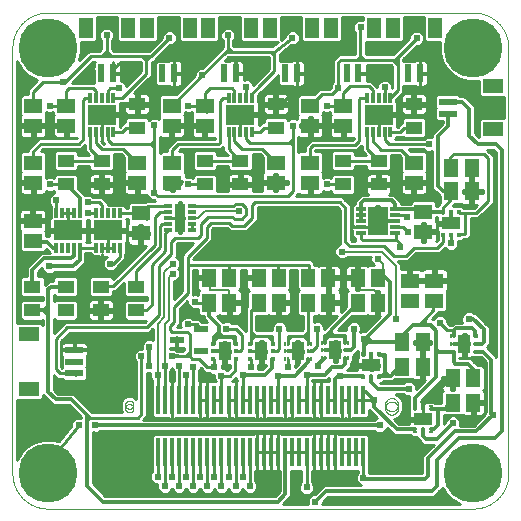
<source format=gtl>
G75*
%MOIN*%
%OFA0B0*%
%FSLAX25Y25*%
%IPPOS*%
%LPD*%
%AMOC8*
5,1,8,0,0,1.08239X$1,22.5*
%
%ADD10C,0.00000*%
%ADD11R,0.05906X0.05118*%
%ADD12R,0.05512X0.04331*%
%ADD13R,0.05000X0.02200*%
%ADD14R,0.01378X0.09646*%
%ADD15R,0.01200X0.03200*%
%ADD16R,0.09400X0.06500*%
%ADD17R,0.03200X0.01200*%
%ADD18R,0.06500X0.09400*%
%ADD19R,0.01181X0.00984*%
%ADD20R,0.06299X0.03937*%
%ADD21R,0.01181X0.00591*%
%ADD22R,0.02600X0.01200*%
%ADD23R,0.03300X0.09400*%
%ADD24R,0.04724X0.07087*%
%ADD25R,0.02362X0.05906*%
%ADD26R,0.07087X0.04724*%
%ADD27R,0.05906X0.02362*%
%ADD28R,0.05118X0.05906*%
%ADD29R,0.00984X0.01181*%
%ADD30R,0.03937X0.06299*%
%ADD31R,0.00591X0.01181*%
%ADD32C,0.02381*%
%ADD33C,0.01000*%
%ADD34C,0.01200*%
%ADD35C,0.01181*%
%ADD36C,0.00900*%
%ADD37C,0.00600*%
%ADD38C,0.00893*%
%ADD39C,0.01600*%
%ADD40C,0.19685*%
D10*
X0013311Y0018636D02*
X0155043Y0018636D01*
X0155328Y0018639D01*
X0155614Y0018650D01*
X0155899Y0018667D01*
X0156183Y0018691D01*
X0156467Y0018722D01*
X0156750Y0018760D01*
X0157031Y0018805D01*
X0157312Y0018856D01*
X0157592Y0018914D01*
X0157870Y0018979D01*
X0158146Y0019051D01*
X0158420Y0019129D01*
X0158693Y0019214D01*
X0158963Y0019306D01*
X0159231Y0019404D01*
X0159497Y0019508D01*
X0159760Y0019619D01*
X0160020Y0019736D01*
X0160278Y0019859D01*
X0160532Y0019989D01*
X0160783Y0020125D01*
X0161031Y0020266D01*
X0161275Y0020414D01*
X0161516Y0020567D01*
X0161752Y0020727D01*
X0161985Y0020892D01*
X0162214Y0021062D01*
X0162439Y0021238D01*
X0162659Y0021420D01*
X0162875Y0021606D01*
X0163086Y0021798D01*
X0163293Y0021995D01*
X0163495Y0022197D01*
X0163692Y0022404D01*
X0163884Y0022615D01*
X0164070Y0022831D01*
X0164252Y0023051D01*
X0164428Y0023276D01*
X0164598Y0023505D01*
X0164763Y0023738D01*
X0164923Y0023974D01*
X0165076Y0024215D01*
X0165224Y0024459D01*
X0165365Y0024707D01*
X0165501Y0024958D01*
X0165631Y0025212D01*
X0165754Y0025470D01*
X0165871Y0025730D01*
X0165982Y0025993D01*
X0166086Y0026259D01*
X0166184Y0026527D01*
X0166276Y0026797D01*
X0166361Y0027070D01*
X0166439Y0027344D01*
X0166511Y0027620D01*
X0166576Y0027898D01*
X0166634Y0028178D01*
X0166685Y0028459D01*
X0166730Y0028740D01*
X0166768Y0029023D01*
X0166799Y0029307D01*
X0166823Y0029591D01*
X0166840Y0029876D01*
X0166851Y0030162D01*
X0166854Y0030447D01*
X0166854Y0172179D01*
X0166851Y0172464D01*
X0166840Y0172750D01*
X0166823Y0173035D01*
X0166799Y0173319D01*
X0166768Y0173603D01*
X0166730Y0173886D01*
X0166685Y0174167D01*
X0166634Y0174448D01*
X0166576Y0174728D01*
X0166511Y0175006D01*
X0166439Y0175282D01*
X0166361Y0175556D01*
X0166276Y0175829D01*
X0166184Y0176099D01*
X0166086Y0176367D01*
X0165982Y0176633D01*
X0165871Y0176896D01*
X0165754Y0177156D01*
X0165631Y0177414D01*
X0165501Y0177668D01*
X0165365Y0177919D01*
X0165224Y0178167D01*
X0165076Y0178411D01*
X0164923Y0178652D01*
X0164763Y0178888D01*
X0164598Y0179121D01*
X0164428Y0179350D01*
X0164252Y0179575D01*
X0164070Y0179795D01*
X0163884Y0180011D01*
X0163692Y0180222D01*
X0163495Y0180429D01*
X0163293Y0180631D01*
X0163086Y0180828D01*
X0162875Y0181020D01*
X0162659Y0181206D01*
X0162439Y0181388D01*
X0162214Y0181564D01*
X0161985Y0181734D01*
X0161752Y0181899D01*
X0161516Y0182059D01*
X0161275Y0182212D01*
X0161031Y0182360D01*
X0160783Y0182501D01*
X0160532Y0182637D01*
X0160278Y0182767D01*
X0160020Y0182890D01*
X0159760Y0183007D01*
X0159497Y0183118D01*
X0159231Y0183222D01*
X0158963Y0183320D01*
X0158693Y0183412D01*
X0158420Y0183497D01*
X0158146Y0183575D01*
X0157870Y0183647D01*
X0157592Y0183712D01*
X0157312Y0183770D01*
X0157031Y0183821D01*
X0156750Y0183866D01*
X0156467Y0183904D01*
X0156183Y0183935D01*
X0155899Y0183959D01*
X0155614Y0183976D01*
X0155328Y0183987D01*
X0155043Y0183990D01*
X0013311Y0183990D01*
X0013026Y0183987D01*
X0012740Y0183976D01*
X0012455Y0183959D01*
X0012171Y0183935D01*
X0011887Y0183904D01*
X0011604Y0183866D01*
X0011323Y0183821D01*
X0011042Y0183770D01*
X0010762Y0183712D01*
X0010484Y0183647D01*
X0010208Y0183575D01*
X0009934Y0183497D01*
X0009661Y0183412D01*
X0009391Y0183320D01*
X0009123Y0183222D01*
X0008857Y0183118D01*
X0008594Y0183007D01*
X0008334Y0182890D01*
X0008076Y0182767D01*
X0007822Y0182637D01*
X0007571Y0182501D01*
X0007323Y0182360D01*
X0007079Y0182212D01*
X0006838Y0182059D01*
X0006602Y0181899D01*
X0006369Y0181734D01*
X0006140Y0181564D01*
X0005915Y0181388D01*
X0005695Y0181206D01*
X0005479Y0181020D01*
X0005268Y0180828D01*
X0005061Y0180631D01*
X0004859Y0180429D01*
X0004662Y0180222D01*
X0004470Y0180011D01*
X0004284Y0179795D01*
X0004102Y0179575D01*
X0003926Y0179350D01*
X0003756Y0179121D01*
X0003591Y0178888D01*
X0003431Y0178652D01*
X0003278Y0178411D01*
X0003130Y0178167D01*
X0002989Y0177919D01*
X0002853Y0177668D01*
X0002723Y0177414D01*
X0002600Y0177156D01*
X0002483Y0176896D01*
X0002372Y0176633D01*
X0002268Y0176367D01*
X0002170Y0176099D01*
X0002078Y0175829D01*
X0001993Y0175556D01*
X0001915Y0175282D01*
X0001843Y0175006D01*
X0001778Y0174728D01*
X0001720Y0174448D01*
X0001669Y0174167D01*
X0001624Y0173886D01*
X0001586Y0173603D01*
X0001555Y0173319D01*
X0001531Y0173035D01*
X0001514Y0172750D01*
X0001503Y0172464D01*
X0001500Y0172179D01*
X0001500Y0030447D01*
X0001503Y0030162D01*
X0001514Y0029876D01*
X0001531Y0029591D01*
X0001555Y0029307D01*
X0001586Y0029023D01*
X0001624Y0028740D01*
X0001669Y0028459D01*
X0001720Y0028178D01*
X0001778Y0027898D01*
X0001843Y0027620D01*
X0001915Y0027344D01*
X0001993Y0027070D01*
X0002078Y0026797D01*
X0002170Y0026527D01*
X0002268Y0026259D01*
X0002372Y0025993D01*
X0002483Y0025730D01*
X0002600Y0025470D01*
X0002723Y0025212D01*
X0002853Y0024958D01*
X0002989Y0024707D01*
X0003130Y0024459D01*
X0003278Y0024215D01*
X0003431Y0023974D01*
X0003591Y0023738D01*
X0003756Y0023505D01*
X0003926Y0023276D01*
X0004102Y0023051D01*
X0004284Y0022831D01*
X0004470Y0022615D01*
X0004662Y0022404D01*
X0004859Y0022197D01*
X0005061Y0021995D01*
X0005268Y0021798D01*
X0005479Y0021606D01*
X0005695Y0021420D01*
X0005915Y0021238D01*
X0006140Y0021062D01*
X0006369Y0020892D01*
X0006602Y0020727D01*
X0006838Y0020567D01*
X0007079Y0020414D01*
X0007323Y0020266D01*
X0007571Y0020125D01*
X0007822Y0019989D01*
X0008076Y0019859D01*
X0008334Y0019736D01*
X0008594Y0019619D01*
X0008857Y0019508D01*
X0009123Y0019404D01*
X0009391Y0019306D01*
X0009661Y0019214D01*
X0009934Y0019129D01*
X0010208Y0019051D01*
X0010484Y0018979D01*
X0010762Y0018914D01*
X0011042Y0018856D01*
X0011323Y0018805D01*
X0011604Y0018760D01*
X0011887Y0018722D01*
X0012171Y0018691D01*
X0012455Y0018667D01*
X0012740Y0018650D01*
X0013026Y0018639D01*
X0013311Y0018636D01*
X0039098Y0052100D02*
X0039100Y0052174D01*
X0039106Y0052248D01*
X0039116Y0052321D01*
X0039130Y0052394D01*
X0039147Y0052466D01*
X0039169Y0052536D01*
X0039194Y0052606D01*
X0039223Y0052674D01*
X0039256Y0052740D01*
X0039292Y0052805D01*
X0039332Y0052867D01*
X0039374Y0052928D01*
X0039420Y0052986D01*
X0039469Y0053041D01*
X0039521Y0053094D01*
X0039576Y0053144D01*
X0039633Y0053190D01*
X0039693Y0053234D01*
X0039755Y0053274D01*
X0039819Y0053311D01*
X0039885Y0053345D01*
X0039953Y0053375D01*
X0040022Y0053401D01*
X0040093Y0053424D01*
X0040164Y0053442D01*
X0040237Y0053457D01*
X0040310Y0053468D01*
X0040384Y0053475D01*
X0040458Y0053478D01*
X0040531Y0053477D01*
X0040605Y0053472D01*
X0040679Y0053463D01*
X0040752Y0053450D01*
X0040824Y0053433D01*
X0040895Y0053413D01*
X0040965Y0053388D01*
X0041033Y0053360D01*
X0041100Y0053329D01*
X0041165Y0053293D01*
X0041228Y0053255D01*
X0041289Y0053213D01*
X0041348Y0053167D01*
X0041404Y0053119D01*
X0041457Y0053068D01*
X0041507Y0053014D01*
X0041555Y0052957D01*
X0041599Y0052898D01*
X0041641Y0052836D01*
X0041679Y0052773D01*
X0041713Y0052707D01*
X0041744Y0052640D01*
X0041771Y0052571D01*
X0041794Y0052501D01*
X0041814Y0052430D01*
X0041830Y0052357D01*
X0041842Y0052284D01*
X0041850Y0052211D01*
X0041854Y0052137D01*
X0041854Y0052063D01*
X0041850Y0051989D01*
X0041842Y0051916D01*
X0041830Y0051843D01*
X0041814Y0051770D01*
X0041794Y0051699D01*
X0041771Y0051629D01*
X0041744Y0051560D01*
X0041713Y0051493D01*
X0041679Y0051427D01*
X0041641Y0051364D01*
X0041599Y0051302D01*
X0041555Y0051243D01*
X0041507Y0051186D01*
X0041457Y0051132D01*
X0041404Y0051081D01*
X0041348Y0051033D01*
X0041289Y0050987D01*
X0041228Y0050945D01*
X0041165Y0050907D01*
X0041100Y0050871D01*
X0041033Y0050840D01*
X0040965Y0050812D01*
X0040895Y0050787D01*
X0040824Y0050767D01*
X0040752Y0050750D01*
X0040679Y0050737D01*
X0040605Y0050728D01*
X0040531Y0050723D01*
X0040458Y0050722D01*
X0040384Y0050725D01*
X0040310Y0050732D01*
X0040237Y0050743D01*
X0040164Y0050758D01*
X0040093Y0050776D01*
X0040022Y0050799D01*
X0039953Y0050825D01*
X0039885Y0050855D01*
X0039819Y0050889D01*
X0039755Y0050926D01*
X0039693Y0050966D01*
X0039633Y0051010D01*
X0039576Y0051056D01*
X0039521Y0051106D01*
X0039469Y0051159D01*
X0039420Y0051214D01*
X0039374Y0051272D01*
X0039332Y0051333D01*
X0039292Y0051395D01*
X0039256Y0051460D01*
X0039223Y0051526D01*
X0039194Y0051594D01*
X0039169Y0051664D01*
X0039147Y0051734D01*
X0039130Y0051806D01*
X0039116Y0051879D01*
X0039106Y0051952D01*
X0039100Y0052026D01*
X0039098Y0052100D01*
X0039098Y0053281D02*
X0039100Y0053355D01*
X0039106Y0053429D01*
X0039116Y0053502D01*
X0039130Y0053575D01*
X0039147Y0053647D01*
X0039169Y0053717D01*
X0039194Y0053787D01*
X0039223Y0053855D01*
X0039256Y0053921D01*
X0039292Y0053986D01*
X0039332Y0054048D01*
X0039374Y0054109D01*
X0039420Y0054167D01*
X0039469Y0054222D01*
X0039521Y0054275D01*
X0039576Y0054325D01*
X0039633Y0054371D01*
X0039693Y0054415D01*
X0039755Y0054455D01*
X0039819Y0054492D01*
X0039885Y0054526D01*
X0039953Y0054556D01*
X0040022Y0054582D01*
X0040093Y0054605D01*
X0040164Y0054623D01*
X0040237Y0054638D01*
X0040310Y0054649D01*
X0040384Y0054656D01*
X0040458Y0054659D01*
X0040531Y0054658D01*
X0040605Y0054653D01*
X0040679Y0054644D01*
X0040752Y0054631D01*
X0040824Y0054614D01*
X0040895Y0054594D01*
X0040965Y0054569D01*
X0041033Y0054541D01*
X0041100Y0054510D01*
X0041165Y0054474D01*
X0041228Y0054436D01*
X0041289Y0054394D01*
X0041348Y0054348D01*
X0041404Y0054300D01*
X0041457Y0054249D01*
X0041507Y0054195D01*
X0041555Y0054138D01*
X0041599Y0054079D01*
X0041641Y0054017D01*
X0041679Y0053954D01*
X0041713Y0053888D01*
X0041744Y0053821D01*
X0041771Y0053752D01*
X0041794Y0053682D01*
X0041814Y0053611D01*
X0041830Y0053538D01*
X0041842Y0053465D01*
X0041850Y0053392D01*
X0041854Y0053318D01*
X0041854Y0053244D01*
X0041850Y0053170D01*
X0041842Y0053097D01*
X0041830Y0053024D01*
X0041814Y0052951D01*
X0041794Y0052880D01*
X0041771Y0052810D01*
X0041744Y0052741D01*
X0041713Y0052674D01*
X0041679Y0052608D01*
X0041641Y0052545D01*
X0041599Y0052483D01*
X0041555Y0052424D01*
X0041507Y0052367D01*
X0041457Y0052313D01*
X0041404Y0052262D01*
X0041348Y0052214D01*
X0041289Y0052168D01*
X0041228Y0052126D01*
X0041165Y0052088D01*
X0041100Y0052052D01*
X0041033Y0052021D01*
X0040965Y0051993D01*
X0040895Y0051968D01*
X0040824Y0051948D01*
X0040752Y0051931D01*
X0040679Y0051918D01*
X0040605Y0051909D01*
X0040531Y0051904D01*
X0040458Y0051903D01*
X0040384Y0051906D01*
X0040310Y0051913D01*
X0040237Y0051924D01*
X0040164Y0051939D01*
X0040093Y0051957D01*
X0040022Y0051980D01*
X0039953Y0052006D01*
X0039885Y0052036D01*
X0039819Y0052070D01*
X0039755Y0052107D01*
X0039693Y0052147D01*
X0039633Y0052191D01*
X0039576Y0052237D01*
X0039521Y0052287D01*
X0039469Y0052340D01*
X0039420Y0052395D01*
X0039374Y0052453D01*
X0039332Y0052514D01*
X0039292Y0052576D01*
X0039256Y0052641D01*
X0039223Y0052707D01*
X0039194Y0052775D01*
X0039169Y0052845D01*
X0039147Y0052915D01*
X0039130Y0052987D01*
X0039116Y0053060D01*
X0039106Y0053133D01*
X0039100Y0053207D01*
X0039098Y0053281D01*
X0125713Y0053281D02*
X0125715Y0053374D01*
X0125721Y0053466D01*
X0125731Y0053558D01*
X0125745Y0053649D01*
X0125762Y0053740D01*
X0125784Y0053830D01*
X0125809Y0053919D01*
X0125838Y0054007D01*
X0125871Y0054093D01*
X0125908Y0054178D01*
X0125948Y0054262D01*
X0125992Y0054343D01*
X0126039Y0054423D01*
X0126089Y0054501D01*
X0126143Y0054576D01*
X0126200Y0054649D01*
X0126260Y0054719D01*
X0126323Y0054787D01*
X0126389Y0054852D01*
X0126457Y0054914D01*
X0126528Y0054974D01*
X0126602Y0055030D01*
X0126678Y0055083D01*
X0126756Y0055132D01*
X0126836Y0055179D01*
X0126918Y0055221D01*
X0127002Y0055261D01*
X0127087Y0055296D01*
X0127174Y0055328D01*
X0127262Y0055357D01*
X0127351Y0055381D01*
X0127441Y0055402D01*
X0127532Y0055418D01*
X0127624Y0055431D01*
X0127716Y0055440D01*
X0127809Y0055445D01*
X0127901Y0055446D01*
X0127994Y0055443D01*
X0128086Y0055436D01*
X0128178Y0055425D01*
X0128269Y0055410D01*
X0128360Y0055392D01*
X0128450Y0055369D01*
X0128538Y0055343D01*
X0128626Y0055313D01*
X0128712Y0055279D01*
X0128796Y0055242D01*
X0128879Y0055200D01*
X0128960Y0055156D01*
X0129040Y0055108D01*
X0129117Y0055057D01*
X0129191Y0055002D01*
X0129264Y0054944D01*
X0129334Y0054884D01*
X0129401Y0054820D01*
X0129465Y0054754D01*
X0129527Y0054684D01*
X0129585Y0054613D01*
X0129640Y0054539D01*
X0129692Y0054462D01*
X0129741Y0054383D01*
X0129787Y0054303D01*
X0129829Y0054220D01*
X0129867Y0054136D01*
X0129902Y0054050D01*
X0129933Y0053963D01*
X0129960Y0053875D01*
X0129983Y0053785D01*
X0130003Y0053695D01*
X0130019Y0053604D01*
X0130031Y0053512D01*
X0130039Y0053420D01*
X0130043Y0053327D01*
X0130043Y0053235D01*
X0130039Y0053142D01*
X0130031Y0053050D01*
X0130019Y0052958D01*
X0130003Y0052867D01*
X0129983Y0052777D01*
X0129960Y0052687D01*
X0129933Y0052599D01*
X0129902Y0052512D01*
X0129867Y0052426D01*
X0129829Y0052342D01*
X0129787Y0052259D01*
X0129741Y0052179D01*
X0129692Y0052100D01*
X0129640Y0052023D01*
X0129585Y0051949D01*
X0129527Y0051878D01*
X0129465Y0051808D01*
X0129401Y0051742D01*
X0129334Y0051678D01*
X0129264Y0051618D01*
X0129191Y0051560D01*
X0129117Y0051505D01*
X0129040Y0051454D01*
X0128961Y0051406D01*
X0128879Y0051362D01*
X0128796Y0051320D01*
X0128712Y0051283D01*
X0128626Y0051249D01*
X0128538Y0051219D01*
X0128450Y0051193D01*
X0128360Y0051170D01*
X0128269Y0051152D01*
X0128178Y0051137D01*
X0128086Y0051126D01*
X0127994Y0051119D01*
X0127901Y0051116D01*
X0127809Y0051117D01*
X0127716Y0051122D01*
X0127624Y0051131D01*
X0127532Y0051144D01*
X0127441Y0051160D01*
X0127351Y0051181D01*
X0127262Y0051205D01*
X0127174Y0051234D01*
X0127087Y0051266D01*
X0127002Y0051301D01*
X0126918Y0051341D01*
X0126836Y0051383D01*
X0126756Y0051430D01*
X0126678Y0051479D01*
X0126602Y0051532D01*
X0126528Y0051588D01*
X0126457Y0051648D01*
X0126389Y0051710D01*
X0126323Y0051775D01*
X0126260Y0051843D01*
X0126200Y0051913D01*
X0126143Y0051986D01*
X0126089Y0052061D01*
X0126039Y0052139D01*
X0125992Y0052219D01*
X0125948Y0052300D01*
X0125908Y0052384D01*
X0125871Y0052469D01*
X0125838Y0052555D01*
X0125809Y0052643D01*
X0125784Y0052732D01*
X0125762Y0052822D01*
X0125745Y0052913D01*
X0125731Y0053004D01*
X0125721Y0053096D01*
X0125715Y0053188D01*
X0125713Y0053281D01*
X0125713Y0052100D02*
X0125715Y0052193D01*
X0125721Y0052285D01*
X0125731Y0052377D01*
X0125745Y0052468D01*
X0125762Y0052559D01*
X0125784Y0052649D01*
X0125809Y0052738D01*
X0125838Y0052826D01*
X0125871Y0052912D01*
X0125908Y0052997D01*
X0125948Y0053081D01*
X0125992Y0053162D01*
X0126039Y0053242D01*
X0126089Y0053320D01*
X0126143Y0053395D01*
X0126200Y0053468D01*
X0126260Y0053538D01*
X0126323Y0053606D01*
X0126389Y0053671D01*
X0126457Y0053733D01*
X0126528Y0053793D01*
X0126602Y0053849D01*
X0126678Y0053902D01*
X0126756Y0053951D01*
X0126836Y0053998D01*
X0126918Y0054040D01*
X0127002Y0054080D01*
X0127087Y0054115D01*
X0127174Y0054147D01*
X0127262Y0054176D01*
X0127351Y0054200D01*
X0127441Y0054221D01*
X0127532Y0054237D01*
X0127624Y0054250D01*
X0127716Y0054259D01*
X0127809Y0054264D01*
X0127901Y0054265D01*
X0127994Y0054262D01*
X0128086Y0054255D01*
X0128178Y0054244D01*
X0128269Y0054229D01*
X0128360Y0054211D01*
X0128450Y0054188D01*
X0128538Y0054162D01*
X0128626Y0054132D01*
X0128712Y0054098D01*
X0128796Y0054061D01*
X0128879Y0054019D01*
X0128960Y0053975D01*
X0129040Y0053927D01*
X0129117Y0053876D01*
X0129191Y0053821D01*
X0129264Y0053763D01*
X0129334Y0053703D01*
X0129401Y0053639D01*
X0129465Y0053573D01*
X0129527Y0053503D01*
X0129585Y0053432D01*
X0129640Y0053358D01*
X0129692Y0053281D01*
X0129741Y0053202D01*
X0129787Y0053122D01*
X0129829Y0053039D01*
X0129867Y0052955D01*
X0129902Y0052869D01*
X0129933Y0052782D01*
X0129960Y0052694D01*
X0129983Y0052604D01*
X0130003Y0052514D01*
X0130019Y0052423D01*
X0130031Y0052331D01*
X0130039Y0052239D01*
X0130043Y0052146D01*
X0130043Y0052054D01*
X0130039Y0051961D01*
X0130031Y0051869D01*
X0130019Y0051777D01*
X0130003Y0051686D01*
X0129983Y0051596D01*
X0129960Y0051506D01*
X0129933Y0051418D01*
X0129902Y0051331D01*
X0129867Y0051245D01*
X0129829Y0051161D01*
X0129787Y0051078D01*
X0129741Y0050998D01*
X0129692Y0050919D01*
X0129640Y0050842D01*
X0129585Y0050768D01*
X0129527Y0050697D01*
X0129465Y0050627D01*
X0129401Y0050561D01*
X0129334Y0050497D01*
X0129264Y0050437D01*
X0129191Y0050379D01*
X0129117Y0050324D01*
X0129040Y0050273D01*
X0128961Y0050225D01*
X0128879Y0050181D01*
X0128796Y0050139D01*
X0128712Y0050102D01*
X0128626Y0050068D01*
X0128538Y0050038D01*
X0128450Y0050012D01*
X0128360Y0049989D01*
X0128269Y0049971D01*
X0128178Y0049956D01*
X0128086Y0049945D01*
X0127994Y0049938D01*
X0127901Y0049935D01*
X0127809Y0049936D01*
X0127716Y0049941D01*
X0127624Y0049950D01*
X0127532Y0049963D01*
X0127441Y0049979D01*
X0127351Y0050000D01*
X0127262Y0050024D01*
X0127174Y0050053D01*
X0127087Y0050085D01*
X0127002Y0050120D01*
X0126918Y0050160D01*
X0126836Y0050202D01*
X0126756Y0050249D01*
X0126678Y0050298D01*
X0126602Y0050351D01*
X0126528Y0050407D01*
X0126457Y0050467D01*
X0126389Y0050529D01*
X0126323Y0050594D01*
X0126260Y0050662D01*
X0126200Y0050732D01*
X0126143Y0050805D01*
X0126089Y0050880D01*
X0126039Y0050958D01*
X0125992Y0051038D01*
X0125948Y0051119D01*
X0125908Y0051203D01*
X0125871Y0051288D01*
X0125838Y0051374D01*
X0125809Y0051462D01*
X0125784Y0051551D01*
X0125762Y0051641D01*
X0125745Y0051732D01*
X0125731Y0051823D01*
X0125721Y0051915D01*
X0125715Y0052007D01*
X0125713Y0052100D01*
D11*
X0133980Y0087829D03*
X0133980Y0094522D03*
X0142150Y0094620D03*
X0142150Y0087927D03*
X0138508Y0110959D03*
X0138508Y0117652D03*
X0135358Y0127297D03*
X0135358Y0133990D03*
X0111736Y0146195D03*
X0111736Y0152888D03*
X0100713Y0152888D03*
X0100713Y0146195D03*
X0100713Y0133990D03*
X0100713Y0127297D03*
X0089295Y0127297D03*
X0089295Y0133990D03*
X0065673Y0146195D03*
X0065673Y0152888D03*
X0054650Y0152888D03*
X0054650Y0146195D03*
X0054846Y0133990D03*
X0054846Y0127297D03*
X0044310Y0117061D03*
X0044310Y0110368D03*
X0043035Y0127297D03*
X0043035Y0133990D03*
X0019413Y0146195D03*
X0019413Y0152888D03*
X0008390Y0152888D03*
X0008390Y0146195D03*
X0008390Y0133990D03*
X0008390Y0127297D03*
X0008291Y0114600D03*
X0008291Y0107907D03*
D12*
X0008193Y0092652D03*
X0008193Y0084778D03*
X0019217Y0084778D03*
X0019217Y0092652D03*
X0031028Y0092652D03*
X0031028Y0084778D03*
X0042839Y0084778D03*
X0042839Y0092652D03*
X0031224Y0126707D03*
X0031224Y0134581D03*
X0019413Y0134581D03*
X0019413Y0126707D03*
X0043035Y0145604D03*
X0043035Y0153478D03*
X0065673Y0134581D03*
X0065673Y0126707D03*
X0077484Y0126707D03*
X0077484Y0134581D03*
X0089295Y0145604D03*
X0089295Y0153478D03*
X0111736Y0134581D03*
X0111736Y0126707D03*
X0123547Y0126707D03*
X0123547Y0134581D03*
X0135358Y0145604D03*
X0135358Y0153478D03*
D13*
X0064404Y0078515D03*
X0064404Y0071115D03*
X0056204Y0074815D03*
D14*
X0057012Y0054955D03*
X0054650Y0054955D03*
X0052287Y0054955D03*
X0049925Y0054955D03*
X0059374Y0054955D03*
X0061736Y0054955D03*
X0064098Y0054955D03*
X0066461Y0054955D03*
X0068823Y0054955D03*
X0071185Y0054955D03*
X0073547Y0054955D03*
X0075909Y0054955D03*
X0078272Y0054955D03*
X0080634Y0054955D03*
X0082996Y0054955D03*
X0085358Y0054955D03*
X0087720Y0054955D03*
X0090083Y0054955D03*
X0092445Y0054955D03*
X0094807Y0054955D03*
X0097169Y0054955D03*
X0099531Y0054955D03*
X0101894Y0054955D03*
X0104256Y0054955D03*
X0106618Y0054955D03*
X0108980Y0054955D03*
X0111343Y0054955D03*
X0113705Y0054955D03*
X0116067Y0054955D03*
X0118429Y0054955D03*
X0118429Y0037435D03*
X0116067Y0037435D03*
X0113705Y0037435D03*
X0111343Y0037435D03*
X0108980Y0037435D03*
X0106618Y0037435D03*
X0104256Y0037435D03*
X0101894Y0037435D03*
X0099531Y0037435D03*
X0097169Y0037435D03*
X0094807Y0037435D03*
X0092445Y0037435D03*
X0090083Y0037435D03*
X0087720Y0037435D03*
X0085358Y0037435D03*
X0082996Y0037435D03*
X0080634Y0037435D03*
X0078272Y0037435D03*
X0075909Y0037435D03*
X0073547Y0037435D03*
X0071185Y0037435D03*
X0068823Y0037435D03*
X0066461Y0037435D03*
X0064098Y0037435D03*
X0061736Y0037435D03*
X0059374Y0037435D03*
X0057012Y0037435D03*
X0054650Y0037435D03*
X0052287Y0037435D03*
X0049925Y0037435D03*
D15*
X0037290Y0105652D03*
X0035390Y0105652D03*
X0033390Y0105652D03*
X0031390Y0105652D03*
X0029490Y0105652D03*
X0023904Y0105652D03*
X0022004Y0105652D03*
X0020004Y0105652D03*
X0018004Y0105652D03*
X0016104Y0105652D03*
X0016104Y0117052D03*
X0018004Y0117052D03*
X0020004Y0117052D03*
X0022004Y0117052D03*
X0023904Y0117052D03*
X0029490Y0117052D03*
X0031390Y0117052D03*
X0033390Y0117052D03*
X0035390Y0117052D03*
X0037290Y0117052D03*
X0035124Y0144235D03*
X0033224Y0144235D03*
X0031224Y0144235D03*
X0029224Y0144235D03*
X0027324Y0144235D03*
X0027324Y0155635D03*
X0029224Y0155635D03*
X0031224Y0155635D03*
X0033224Y0155635D03*
X0035124Y0155635D03*
X0073584Y0155635D03*
X0075484Y0155635D03*
X0077484Y0155635D03*
X0079484Y0155635D03*
X0081384Y0155635D03*
X0081384Y0144235D03*
X0079484Y0144235D03*
X0077484Y0144235D03*
X0075484Y0144235D03*
X0073584Y0144235D03*
X0119647Y0144235D03*
X0121547Y0144235D03*
X0123547Y0144235D03*
X0125547Y0144235D03*
X0127447Y0144235D03*
X0127447Y0155635D03*
X0125547Y0155635D03*
X0123547Y0155635D03*
X0121547Y0155635D03*
X0119647Y0155635D03*
D16*
X0123547Y0149935D03*
X0077484Y0149935D03*
X0033390Y0111352D03*
X0020004Y0111352D03*
X0031224Y0149935D03*
D17*
X0117550Y0118402D03*
X0117550Y0116502D03*
X0117550Y0114502D03*
X0117550Y0112502D03*
X0117550Y0110602D03*
X0129150Y0110602D03*
X0129150Y0112502D03*
X0129150Y0114502D03*
X0129150Y0116502D03*
X0129150Y0118402D03*
D18*
X0123350Y0114502D03*
D19*
X0145102Y0117159D03*
X0147661Y0117159D03*
X0150220Y0117159D03*
X0150220Y0110270D03*
X0147661Y0110270D03*
X0145102Y0110270D03*
X0123646Y0069817D03*
X0121087Y0069817D03*
X0118528Y0069817D03*
X0118528Y0062927D03*
X0121087Y0062927D03*
X0123646Y0062927D03*
X0135752Y0051904D03*
X0138311Y0051904D03*
X0140870Y0051904D03*
X0140870Y0045014D03*
X0138311Y0045014D03*
X0135752Y0045014D03*
D20*
X0138311Y0048459D03*
X0121087Y0066372D03*
X0147661Y0113715D03*
D21*
X0147661Y0117947D03*
X0145102Y0117947D03*
X0150220Y0117947D03*
X0150220Y0109482D03*
X0147661Y0109482D03*
X0145102Y0109482D03*
X0123646Y0070604D03*
X0121087Y0070604D03*
X0118528Y0070604D03*
X0118528Y0062140D03*
X0121087Y0062140D03*
X0123646Y0062140D03*
X0135752Y0052691D03*
X0138311Y0052691D03*
X0140870Y0052691D03*
X0140870Y0044226D03*
X0138311Y0044226D03*
X0135752Y0044226D03*
D22*
X0061406Y0111586D03*
X0061406Y0113486D03*
X0061406Y0115486D03*
X0061406Y0117486D03*
X0061406Y0119386D03*
X0053406Y0119386D03*
X0053406Y0117486D03*
X0053406Y0115486D03*
X0053406Y0113486D03*
X0053406Y0111586D03*
D23*
X0057406Y0115486D03*
D24*
X0060555Y0178872D03*
X0066854Y0178872D03*
X0081028Y0178872D03*
X0087327Y0178872D03*
X0101500Y0178872D03*
X0107799Y0178872D03*
X0121972Y0178872D03*
X0128272Y0178872D03*
X0142445Y0178872D03*
X0046382Y0178872D03*
X0040083Y0178872D03*
X0025909Y0178872D03*
D25*
X0031028Y0163715D03*
X0034965Y0163715D03*
X0051500Y0163715D03*
X0055437Y0163715D03*
X0071972Y0163715D03*
X0075909Y0163715D03*
X0092445Y0163715D03*
X0096382Y0163715D03*
X0112917Y0163715D03*
X0116854Y0163715D03*
X0133390Y0163715D03*
X0137327Y0163715D03*
D26*
X0161736Y0159384D03*
X0161736Y0145211D03*
X0007012Y0076707D03*
X0007012Y0058596D03*
D27*
X0022169Y0063715D03*
X0022169Y0067652D03*
X0022169Y0071589D03*
X0146579Y0150329D03*
X0146579Y0154266D03*
D28*
X0147858Y0132317D03*
X0154551Y0132317D03*
X0154551Y0124344D03*
X0147858Y0124344D03*
X0123252Y0095506D03*
X0116559Y0095506D03*
X0116559Y0087238D03*
X0123252Y0087238D03*
X0131520Y0074148D03*
X0138213Y0074148D03*
X0138213Y0065978D03*
X0131520Y0065978D03*
X0148350Y0062140D03*
X0155043Y0062140D03*
X0155043Y0053970D03*
X0148350Y0053970D03*
X0106815Y0087238D03*
X0100122Y0087238D03*
X0100122Y0095506D03*
X0106815Y0095506D03*
X0090280Y0095506D03*
X0083587Y0095506D03*
X0083587Y0087238D03*
X0090280Y0087238D03*
X0073843Y0087238D03*
X0067150Y0087238D03*
X0067150Y0095506D03*
X0073843Y0095506D03*
D29*
X0075713Y0073656D03*
X0075713Y0071096D03*
X0075713Y0068537D03*
X0081028Y0068537D03*
X0081028Y0071096D03*
X0081028Y0073656D03*
X0087917Y0073656D03*
X0087917Y0071096D03*
X0087917Y0068537D03*
X0093232Y0068537D03*
X0093232Y0071096D03*
X0093232Y0073656D03*
X0100122Y0073656D03*
X0100122Y0071096D03*
X0100122Y0068537D03*
X0105634Y0068833D03*
X0105634Y0071392D03*
X0105634Y0073951D03*
X0112524Y0073951D03*
X0112524Y0071392D03*
X0112524Y0068833D03*
X0148646Y0070998D03*
X0148646Y0073557D03*
X0148646Y0076116D03*
X0155535Y0076116D03*
X0155535Y0073557D03*
X0155535Y0070998D03*
X0068823Y0071096D03*
X0068823Y0073656D03*
X0068823Y0068537D03*
D30*
X0072268Y0071096D03*
X0084472Y0071096D03*
X0096677Y0071096D03*
X0109079Y0071392D03*
X0152091Y0073557D03*
D31*
X0156323Y0073557D03*
X0156323Y0070998D03*
X0156323Y0076116D03*
X0147858Y0076116D03*
X0147858Y0073557D03*
X0147858Y0070998D03*
X0113311Y0071392D03*
X0113311Y0073951D03*
X0113311Y0068833D03*
X0104846Y0068833D03*
X0104846Y0071392D03*
X0104846Y0073951D03*
X0100909Y0073656D03*
X0100909Y0071096D03*
X0100909Y0068537D03*
X0092445Y0068537D03*
X0092445Y0071096D03*
X0092445Y0073656D03*
X0088705Y0073656D03*
X0088705Y0071096D03*
X0088705Y0068537D03*
X0080240Y0068537D03*
X0080240Y0071096D03*
X0080240Y0073656D03*
X0076500Y0073656D03*
X0076500Y0071096D03*
X0076500Y0068537D03*
X0068035Y0068537D03*
X0068035Y0071096D03*
X0068035Y0073656D03*
D32*
X0064492Y0071195D03*
X0061736Y0065978D03*
X0059374Y0063124D03*
X0057012Y0066274D03*
X0054650Y0063124D03*
X0052287Y0066274D03*
X0054650Y0069423D03*
X0056224Y0074935D03*
X0059965Y0080053D03*
X0064492Y0082219D03*
X0062327Y0087533D03*
X0057012Y0093439D03*
X0054896Y0096982D03*
X0054896Y0100329D03*
X0057012Y0106234D03*
X0057406Y0115486D03*
X0053370Y0125526D03*
X0048843Y0123951D03*
X0044315Y0116864D03*
X0040083Y0121293D03*
X0037130Y0127100D03*
X0026697Y0120703D03*
X0026697Y0117258D03*
X0035949Y0110762D03*
X0044413Y0110368D03*
X0034177Y0100329D03*
X0025122Y0091864D03*
X0019217Y0084778D03*
X0027484Y0075722D03*
X0023941Y0067652D03*
X0023941Y0063715D03*
X0011146Y0050427D03*
X0023547Y0046392D03*
X0029059Y0046392D03*
X0047169Y0066274D03*
X0049925Y0063124D03*
X0044413Y0069423D03*
X0047169Y0072573D03*
X0042839Y0084778D03*
X0068823Y0065781D03*
X0071185Y0062927D03*
X0078272Y0063124D03*
X0081028Y0065781D03*
X0084571Y0071195D03*
X0090476Y0078577D03*
X0095496Y0080644D03*
X0099827Y0087533D03*
X0102878Y0078577D03*
X0096972Y0071392D03*
X0093232Y0065781D03*
X0090083Y0062927D03*
X0099531Y0063124D03*
X0103469Y0066077D03*
X0109177Y0071195D03*
X0115280Y0078577D03*
X0118626Y0075230D03*
X0120988Y0066274D03*
X0130831Y0066077D03*
X0133587Y0058596D03*
X0140280Y0048951D03*
X0147760Y0054069D03*
X0148350Y0047179D03*
X0161539Y0049935D03*
X0161638Y0072671D03*
X0153665Y0081923D03*
X0151992Y0073557D03*
X0144020Y0080644D03*
X0142051Y0087533D03*
X0133980Y0087337D03*
X0129453Y0081825D03*
X0138902Y0074148D03*
X0121972Y0054856D03*
X0123941Y0046392D03*
X0110752Y0062927D03*
X0116461Y0087337D03*
X0107799Y0095506D03*
X0111343Y0104266D03*
X0117740Y0101904D03*
X0123350Y0101904D03*
X0130831Y0105841D03*
X0133390Y0110959D03*
X0133193Y0115683D03*
X0138508Y0110762D03*
X0137228Y0102396D03*
X0147661Y0107022D03*
X0147366Y0124344D03*
X0147465Y0132317D03*
X0140476Y0140093D03*
X0155043Y0124344D03*
X0125614Y0159089D03*
X0121776Y0163124D03*
X0112917Y0165486D03*
X0110161Y0158990D03*
X0106224Y0152888D03*
X0100713Y0146392D03*
X0095004Y0146293D03*
X0099531Y0161451D03*
X0092445Y0162140D03*
X0083587Y0164108D03*
X0079453Y0159187D03*
X0071972Y0165388D03*
X0064787Y0163026D03*
X0060161Y0152888D03*
X0051500Y0162041D03*
X0048646Y0157907D03*
X0042346Y0163813D03*
X0037130Y0158793D03*
X0031028Y0165388D03*
X0025909Y0162533D03*
X0018429Y0160762D03*
X0013902Y0152888D03*
X0032898Y0176411D03*
X0053862Y0175526D03*
X0073350Y0176411D03*
X0094807Y0175526D03*
X0117543Y0179069D03*
X0133390Y0161943D03*
X0137327Y0163124D03*
X0136244Y0175427D03*
X0117543Y0126707D03*
X0106224Y0126707D03*
X0089394Y0127297D03*
X0076894Y0117750D03*
X0060161Y0126707D03*
X0053075Y0140191D03*
X0048843Y0146392D03*
X0016067Y0121392D03*
X0013902Y0126707D03*
X0008291Y0107907D03*
X0013803Y0099344D03*
X0072366Y0071195D03*
X0072858Y0078577D03*
X0077780Y0081530D03*
X0083094Y0087829D03*
X0123350Y0115289D03*
X0118429Y0028872D03*
X0126205Y0021687D03*
X0102484Y0020998D03*
X0099531Y0025722D03*
X0082996Y0029266D03*
X0080634Y0026116D03*
X0078272Y0029266D03*
X0075909Y0026116D03*
X0073547Y0029266D03*
X0071185Y0026116D03*
X0068823Y0029266D03*
X0066461Y0026116D03*
X0064098Y0029266D03*
X0061736Y0026116D03*
X0059374Y0029266D03*
X0057012Y0026116D03*
X0054650Y0029266D03*
X0052287Y0026116D03*
X0049916Y0029266D03*
D33*
X0049916Y0037435D01*
X0049925Y0037435D01*
X0047929Y0037608D02*
X0028201Y0037608D01*
X0028201Y0038606D02*
X0047929Y0038606D01*
X0047929Y0039605D02*
X0028201Y0039605D01*
X0028201Y0040603D02*
X0047929Y0040603D01*
X0047929Y0041602D02*
X0028201Y0041602D01*
X0028201Y0042600D02*
X0047929Y0042600D01*
X0047929Y0042799D02*
X0047929Y0032071D01*
X0048109Y0031891D01*
X0048109Y0030991D01*
X0047799Y0030681D01*
X0047419Y0029763D01*
X0047419Y0028769D01*
X0047799Y0027851D01*
X0048501Y0027148D01*
X0049419Y0026768D01*
X0049854Y0026768D01*
X0049790Y0026613D01*
X0049790Y0025619D01*
X0050170Y0024701D01*
X0050873Y0023999D01*
X0051791Y0023619D01*
X0052784Y0023619D01*
X0053702Y0023999D01*
X0054405Y0024701D01*
X0054650Y0025292D01*
X0054894Y0024701D01*
X0055597Y0023999D01*
X0056515Y0023619D01*
X0057509Y0023619D01*
X0058427Y0023999D01*
X0059129Y0024701D01*
X0059374Y0025292D01*
X0059619Y0024701D01*
X0060321Y0023999D01*
X0061239Y0023619D01*
X0062233Y0023619D01*
X0063151Y0023999D01*
X0063854Y0024701D01*
X0064098Y0025292D01*
X0064343Y0024701D01*
X0065046Y0023999D01*
X0065964Y0023619D01*
X0066957Y0023619D01*
X0067875Y0023999D01*
X0068578Y0024701D01*
X0068823Y0025292D01*
X0069068Y0024701D01*
X0069770Y0023999D01*
X0070688Y0023619D01*
X0071682Y0023619D01*
X0072600Y0023999D01*
X0073302Y0024701D01*
X0073547Y0025292D01*
X0073792Y0024701D01*
X0074495Y0023999D01*
X0075413Y0023619D01*
X0076406Y0023619D01*
X0077324Y0023999D01*
X0078027Y0024701D01*
X0078272Y0025292D01*
X0078516Y0024701D01*
X0079219Y0023999D01*
X0080137Y0023619D01*
X0081131Y0023619D01*
X0082049Y0023999D01*
X0082751Y0024701D01*
X0083131Y0025619D01*
X0083131Y0026613D01*
X0082751Y0027531D01*
X0082441Y0027841D01*
X0082441Y0031112D01*
X0082996Y0031112D01*
X0082996Y0037435D01*
X0082996Y0037435D01*
X0082996Y0031112D01*
X0083883Y0031112D01*
X0084177Y0031191D01*
X0084472Y0031112D01*
X0085358Y0031112D01*
X0085358Y0037435D01*
X0085185Y0037435D01*
X0082996Y0037435D01*
X0082996Y0043758D01*
X0082110Y0043758D01*
X0081728Y0043656D01*
X0081571Y0043565D01*
X0048695Y0043565D01*
X0047929Y0042799D01*
X0048695Y0048825D02*
X0053225Y0048825D01*
X0053382Y0048734D01*
X0053763Y0048632D01*
X0054650Y0048632D01*
X0055536Y0048632D01*
X0055918Y0048734D01*
X0056075Y0048825D01*
X0062673Y0048825D01*
X0062830Y0048734D01*
X0063212Y0048632D01*
X0064098Y0048632D01*
X0064098Y0054955D01*
X0064098Y0061278D01*
X0063543Y0061278D01*
X0063543Y0064253D01*
X0063854Y0064564D01*
X0064197Y0065392D01*
X0064555Y0065033D01*
X0065614Y0063974D01*
X0067098Y0063974D01*
X0067408Y0063664D01*
X0068326Y0063284D01*
X0068687Y0063284D01*
X0068687Y0062430D01*
X0069068Y0061512D01*
X0069378Y0061202D01*
X0069378Y0061085D01*
X0067886Y0061085D01*
X0067729Y0061175D01*
X0067347Y0061278D01*
X0066461Y0061278D01*
X0066461Y0054955D01*
X0066461Y0054955D01*
X0066461Y0061278D01*
X0065574Y0061278D01*
X0065280Y0061199D01*
X0064985Y0061278D01*
X0064098Y0061278D01*
X0064098Y0054955D01*
X0064098Y0054955D01*
X0066461Y0054955D01*
X0066461Y0048632D01*
X0067347Y0048632D01*
X0067729Y0048734D01*
X0067886Y0048825D01*
X0072122Y0048825D01*
X0072279Y0048734D01*
X0072661Y0048632D01*
X0073547Y0048632D01*
X0073547Y0054955D01*
X0075909Y0054955D01*
X0075909Y0054955D01*
X0075736Y0054955D01*
X0073547Y0054955D01*
X0073547Y0054955D01*
X0073547Y0054955D01*
X0073547Y0048632D01*
X0074434Y0048632D01*
X0074728Y0048711D01*
X0075023Y0048632D01*
X0075909Y0048632D01*
X0075909Y0054955D01*
X0075909Y0061278D01*
X0075023Y0061278D01*
X0074782Y0061213D01*
X0075898Y0062328D01*
X0076154Y0061709D01*
X0076465Y0061399D01*
X0076465Y0061278D01*
X0075909Y0061278D01*
X0075909Y0054955D01*
X0075909Y0054955D01*
X0073547Y0054955D01*
X0073547Y0054582D02*
X0073547Y0054582D01*
X0073547Y0053584D02*
X0073547Y0053584D01*
X0073547Y0052585D02*
X0073547Y0052585D01*
X0073547Y0051587D02*
X0073547Y0051587D01*
X0073547Y0050588D02*
X0073547Y0050588D01*
X0073547Y0049590D02*
X0073547Y0049590D01*
X0075909Y0049590D02*
X0075909Y0049590D01*
X0075909Y0048632D02*
X0076796Y0048632D01*
X0077177Y0048734D01*
X0077334Y0048825D01*
X0081571Y0048825D01*
X0081728Y0048734D01*
X0082110Y0048632D01*
X0082996Y0048632D01*
X0082996Y0054955D01*
X0085358Y0054955D01*
X0085358Y0054955D01*
X0085185Y0054955D01*
X0082996Y0054955D01*
X0082996Y0054955D01*
X0085358Y0054955D01*
X0085358Y0054955D01*
X0085358Y0048632D01*
X0084472Y0048632D01*
X0084177Y0048711D01*
X0083883Y0048632D01*
X0082996Y0048632D01*
X0082996Y0054955D01*
X0082996Y0054955D01*
X0082996Y0054582D02*
X0082996Y0054582D01*
X0082996Y0053584D02*
X0082996Y0053584D01*
X0082996Y0052585D02*
X0082996Y0052585D01*
X0082996Y0051587D02*
X0082996Y0051587D01*
X0082996Y0050588D02*
X0082996Y0050588D01*
X0082996Y0049590D02*
X0082996Y0049590D01*
X0085358Y0049590D02*
X0085358Y0049590D01*
X0085358Y0048632D02*
X0086245Y0048632D01*
X0086626Y0048734D01*
X0086783Y0048825D01*
X0091020Y0048825D01*
X0091177Y0048734D01*
X0091558Y0048632D01*
X0092445Y0048632D01*
X0093331Y0048632D01*
X0093626Y0048711D01*
X0093921Y0048632D01*
X0094807Y0048632D01*
X0094807Y0054955D01*
X0094807Y0054955D01*
X0092618Y0054955D01*
X0092445Y0054955D01*
X0092445Y0054955D01*
X0094807Y0054955D01*
X0092445Y0054955D01*
X0092445Y0048632D01*
X0092445Y0054955D01*
X0092445Y0054955D01*
X0092445Y0054582D02*
X0092445Y0054582D01*
X0092445Y0053584D02*
X0092445Y0053584D01*
X0092445Y0052585D02*
X0092445Y0052585D01*
X0092445Y0051587D02*
X0092445Y0051587D01*
X0092445Y0050588D02*
X0092445Y0050588D01*
X0092445Y0049590D02*
X0092445Y0049590D01*
X0094807Y0049590D02*
X0094807Y0049590D01*
X0094807Y0048632D02*
X0095694Y0048632D01*
X0096075Y0048734D01*
X0096232Y0048825D01*
X0100469Y0048825D01*
X0100626Y0048734D01*
X0101007Y0048632D01*
X0101894Y0048632D01*
X0102780Y0048632D01*
X0103075Y0048711D01*
X0103369Y0048632D01*
X0104256Y0048632D01*
X0105142Y0048632D01*
X0105524Y0048734D01*
X0105681Y0048825D01*
X0109917Y0048825D01*
X0110075Y0048734D01*
X0110456Y0048632D01*
X0111342Y0048632D01*
X0111342Y0054955D01*
X0111343Y0054955D02*
X0113705Y0054955D01*
X0113705Y0054955D01*
X0113531Y0054955D01*
X0111343Y0054955D01*
X0111343Y0054955D01*
X0113705Y0054955D01*
X0113705Y0048632D01*
X0114591Y0048632D01*
X0114973Y0048734D01*
X0115130Y0048825D01*
X0119660Y0048825D01*
X0120425Y0049590D01*
X0120425Y0051555D01*
X0121383Y0050596D01*
X0123194Y0048786D01*
X0122526Y0048509D01*
X0122306Y0048289D01*
X0045126Y0048289D01*
X0046220Y0049383D01*
X0046220Y0063963D01*
X0046672Y0063776D01*
X0047492Y0063776D01*
X0047428Y0063621D01*
X0047428Y0062627D01*
X0047808Y0061709D01*
X0048118Y0061399D01*
X0048118Y0060508D01*
X0047929Y0060319D01*
X0047929Y0049590D01*
X0048695Y0048825D01*
X0047930Y0049590D02*
X0046220Y0049590D01*
X0046220Y0050588D02*
X0047929Y0050588D01*
X0047929Y0051587D02*
X0046220Y0051587D01*
X0046220Y0052585D02*
X0047929Y0052585D01*
X0047929Y0053584D02*
X0046220Y0053584D01*
X0046220Y0054582D02*
X0047929Y0054582D01*
X0047929Y0055581D02*
X0046220Y0055581D01*
X0046220Y0056579D02*
X0047929Y0056579D01*
X0047929Y0057578D02*
X0046220Y0057578D01*
X0046220Y0058576D02*
X0047929Y0058576D01*
X0047929Y0059575D02*
X0046220Y0059575D01*
X0046220Y0060573D02*
X0048118Y0060573D01*
X0047945Y0061572D02*
X0046220Y0061572D01*
X0046220Y0062570D02*
X0047451Y0062570D01*
X0047428Y0063569D02*
X0046220Y0063569D01*
X0042606Y0063569D02*
X0026439Y0063569D01*
X0026439Y0063218D02*
X0026439Y0064211D01*
X0026429Y0064234D01*
X0026429Y0065437D01*
X0026183Y0065683D01*
X0026429Y0065929D01*
X0026429Y0067132D01*
X0026439Y0067155D01*
X0026439Y0068148D01*
X0026429Y0068171D01*
X0026429Y0069374D01*
X0026320Y0069484D01*
X0026322Y0069486D01*
X0026520Y0069828D01*
X0026622Y0070210D01*
X0026622Y0071498D01*
X0022260Y0071498D01*
X0022260Y0071679D01*
X0026622Y0071679D01*
X0026622Y0072967D01*
X0026520Y0073349D01*
X0026322Y0073691D01*
X0026043Y0073970D01*
X0025701Y0074167D01*
X0025320Y0074270D01*
X0022260Y0074270D01*
X0022260Y0071679D01*
X0022079Y0071679D01*
X0022079Y0074270D01*
X0019019Y0074270D01*
X0018638Y0074167D01*
X0018296Y0073970D01*
X0018016Y0073691D01*
X0017819Y0073349D01*
X0017717Y0072967D01*
X0017717Y0071679D01*
X0022079Y0071679D01*
X0022079Y0071498D01*
X0017717Y0071498D01*
X0017717Y0070210D01*
X0017819Y0069828D01*
X0018016Y0069486D01*
X0018019Y0069484D01*
X0017909Y0069374D01*
X0017909Y0065929D01*
X0018155Y0065683D01*
X0017960Y0065488D01*
X0017627Y0065820D01*
X0017627Y0074404D01*
X0020535Y0077312D01*
X0047110Y0077312D01*
X0048139Y0078341D01*
X0048318Y0078520D01*
X0048318Y0074800D01*
X0047666Y0075070D01*
X0046672Y0075070D01*
X0045754Y0074690D01*
X0045052Y0073988D01*
X0044672Y0073070D01*
X0044672Y0072076D01*
X0044736Y0071921D01*
X0043917Y0071921D01*
X0042999Y0071541D01*
X0042296Y0070838D01*
X0041916Y0069920D01*
X0041916Y0068926D01*
X0042296Y0068008D01*
X0042606Y0067698D01*
X0042606Y0055222D01*
X0042107Y0055721D01*
X0041049Y0056159D01*
X0039904Y0056159D01*
X0038846Y0055721D01*
X0038037Y0054912D01*
X0037598Y0053854D01*
X0037598Y0052709D01*
X0037606Y0052691D01*
X0037598Y0052673D01*
X0037598Y0051528D01*
X0037917Y0050758D01*
X0028164Y0050758D01*
X0027089Y0051833D01*
X0023083Y0055839D01*
X0021971Y0056951D01*
X0016656Y0056951D01*
X0015405Y0058201D01*
X0015405Y0063072D01*
X0015491Y0062987D01*
X0015491Y0062987D01*
X0016520Y0061957D01*
X0017944Y0061957D01*
X0018675Y0061226D01*
X0023421Y0061226D01*
X0023444Y0061217D01*
X0024438Y0061217D01*
X0024461Y0061226D01*
X0025663Y0061226D01*
X0026429Y0061992D01*
X0026429Y0063195D01*
X0026439Y0063218D01*
X0026429Y0062570D02*
X0042606Y0062570D01*
X0042606Y0061572D02*
X0026009Y0061572D01*
X0026429Y0064567D02*
X0042606Y0064567D01*
X0042606Y0065566D02*
X0026300Y0065566D01*
X0026429Y0066564D02*
X0042606Y0066564D01*
X0042606Y0067563D02*
X0026439Y0067563D01*
X0026429Y0068561D02*
X0042067Y0068561D01*
X0041916Y0069560D02*
X0026365Y0069560D01*
X0026622Y0070558D02*
X0042180Y0070558D01*
X0043038Y0071557D02*
X0022260Y0071557D01*
X0022079Y0071557D02*
X0017627Y0071557D01*
X0017627Y0072555D02*
X0017717Y0072555D01*
X0017627Y0073554D02*
X0017937Y0073554D01*
X0017776Y0074552D02*
X0045617Y0074552D01*
X0044872Y0073554D02*
X0026401Y0073554D01*
X0026622Y0072555D02*
X0044672Y0072555D01*
X0044413Y0069423D02*
X0044413Y0050132D01*
X0043232Y0048951D01*
X0026697Y0048951D01*
X0026303Y0049344D01*
X0024406Y0049149D02*
X0024406Y0048740D01*
X0024044Y0048889D01*
X0023050Y0048889D01*
X0022132Y0048509D01*
X0021430Y0047807D01*
X0021050Y0046889D01*
X0021050Y0046183D01*
X0016868Y0041037D01*
X0014779Y0041596D01*
X0011843Y0041596D01*
X0009007Y0040837D01*
X0006465Y0039369D01*
X0004389Y0037293D01*
X0003000Y0034887D01*
X0003000Y0054927D01*
X0011097Y0054927D01*
X0011862Y0055693D01*
X0011862Y0056377D01*
X0012722Y0055518D01*
X0013972Y0054267D01*
X0015084Y0053156D01*
X0020399Y0053156D01*
X0024406Y0049149D01*
X0023965Y0049590D02*
X0003000Y0049590D01*
X0003000Y0050588D02*
X0022966Y0050588D01*
X0021968Y0051587D02*
X0003000Y0051587D01*
X0003000Y0052585D02*
X0020969Y0052585D01*
X0023341Y0055581D02*
X0038706Y0055581D01*
X0037900Y0054582D02*
X0024340Y0054582D01*
X0025338Y0053584D02*
X0037598Y0053584D01*
X0037598Y0052585D02*
X0026337Y0052585D01*
X0027089Y0051833D02*
X0027089Y0051833D01*
X0027335Y0051587D02*
X0037598Y0051587D01*
X0042247Y0055581D02*
X0042606Y0055581D01*
X0042606Y0056579D02*
X0022343Y0056579D01*
X0018330Y0061572D02*
X0015405Y0061572D01*
X0015405Y0062570D02*
X0015907Y0062570D01*
X0015405Y0060573D02*
X0042606Y0060573D01*
X0042606Y0059575D02*
X0015405Y0059575D01*
X0015405Y0058576D02*
X0042606Y0058576D01*
X0042606Y0057578D02*
X0016029Y0057578D01*
X0013657Y0054582D02*
X0003000Y0054582D01*
X0003000Y0053584D02*
X0014656Y0053584D01*
X0013972Y0054267D02*
X0013972Y0054267D01*
X0012722Y0055518D02*
X0012722Y0055518D01*
X0012659Y0055581D02*
X0011750Y0055581D01*
X0003000Y0048591D02*
X0022331Y0048591D01*
X0021341Y0047593D02*
X0003000Y0047593D01*
X0003000Y0046594D02*
X0021050Y0046594D01*
X0020572Y0045596D02*
X0003000Y0045596D01*
X0003000Y0044597D02*
X0019761Y0044597D01*
X0018949Y0043599D02*
X0003000Y0043599D01*
X0003000Y0042600D02*
X0018138Y0042600D01*
X0017327Y0041602D02*
X0003000Y0041602D01*
X0003000Y0040603D02*
X0008603Y0040603D01*
X0006873Y0039605D02*
X0003000Y0039605D01*
X0003000Y0038606D02*
X0005702Y0038606D01*
X0004704Y0037608D02*
X0003000Y0037608D01*
X0003000Y0036609D02*
X0003994Y0036609D01*
X0003418Y0035611D02*
X0003000Y0035611D01*
X0013311Y0033793D02*
X0013311Y0030447D01*
X0013311Y0033793D02*
X0023547Y0046392D01*
X0028201Y0044044D02*
X0028562Y0043894D01*
X0029556Y0043894D01*
X0030474Y0044274D01*
X0030694Y0044494D01*
X0122306Y0044494D01*
X0122526Y0044274D01*
X0123444Y0043894D01*
X0124438Y0043894D01*
X0125356Y0044274D01*
X0126058Y0044977D01*
X0126335Y0045645D01*
X0127752Y0044228D01*
X0128864Y0043116D01*
X0134128Y0043116D01*
X0134620Y0042624D01*
X0136413Y0042624D01*
X0136413Y0042062D01*
X0137398Y0041078D01*
X0138509Y0039967D01*
X0141997Y0039967D01*
X0138185Y0036154D01*
X0138185Y0030445D01*
X0138116Y0030376D01*
X0120457Y0030376D01*
X0120236Y0030597D01*
X0120236Y0031882D01*
X0120425Y0032071D01*
X0120425Y0042799D01*
X0119660Y0043565D01*
X0110405Y0043565D01*
X0110248Y0043656D01*
X0109867Y0043758D01*
X0108980Y0043758D01*
X0108094Y0043758D01*
X0107799Y0043679D01*
X0107505Y0043758D01*
X0106618Y0043758D01*
X0105732Y0043758D01*
X0105437Y0043679D01*
X0105142Y0043758D01*
X0104256Y0043758D01*
X0104256Y0037435D01*
X0104256Y0037435D01*
X0104429Y0037435D01*
X0106618Y0037435D01*
X0106618Y0037435D01*
X0104256Y0037435D01*
X0104256Y0031112D01*
X0105142Y0031112D01*
X0105437Y0031191D01*
X0105732Y0031112D01*
X0106618Y0031112D01*
X0106618Y0037435D01*
X0106618Y0037435D01*
X0108980Y0037435D01*
X0108807Y0037435D01*
X0106618Y0037435D01*
X0104256Y0037435D01*
X0104256Y0037435D01*
X0101894Y0037435D01*
X0101894Y0037435D01*
X0102067Y0037435D01*
X0104256Y0037435D01*
X0104256Y0037435D01*
X0104256Y0031112D01*
X0103369Y0031112D01*
X0103075Y0031191D01*
X0102780Y0031112D01*
X0101894Y0031112D01*
X0101894Y0037435D01*
X0104256Y0037435D01*
X0104256Y0037435D01*
X0104256Y0043758D01*
X0103369Y0043758D01*
X0103075Y0043679D01*
X0102780Y0043758D01*
X0101894Y0043758D01*
X0101894Y0037435D01*
X0101894Y0037435D01*
X0101894Y0037435D01*
X0101894Y0031112D01*
X0101339Y0031112D01*
X0101339Y0027448D01*
X0101649Y0027137D01*
X0102029Y0026219D01*
X0102029Y0025226D01*
X0101649Y0024308D01*
X0100946Y0023605D01*
X0100028Y0023225D01*
X0099035Y0023225D01*
X0098117Y0023605D01*
X0097414Y0024308D01*
X0097034Y0025226D01*
X0097034Y0026219D01*
X0097414Y0027137D01*
X0097724Y0027448D01*
X0097724Y0031305D01*
X0094343Y0031305D01*
X0094343Y0022771D01*
X0091707Y0020136D01*
X0100138Y0020136D01*
X0099987Y0020501D01*
X0099987Y0021495D01*
X0100367Y0022413D01*
X0101069Y0023115D01*
X0101987Y0023496D01*
X0102298Y0023496D01*
X0105242Y0026439D01*
X0117776Y0026439D01*
X0117014Y0026755D01*
X0116312Y0027457D01*
X0115931Y0028375D01*
X0115931Y0029369D01*
X0116312Y0030287D01*
X0116622Y0030597D01*
X0116622Y0031305D01*
X0110405Y0031305D01*
X0110248Y0031214D01*
X0109867Y0031112D01*
X0108980Y0031112D01*
X0108980Y0037435D01*
X0108980Y0037435D01*
X0106618Y0037435D01*
X0106618Y0043758D01*
X0106618Y0037435D01*
X0106618Y0037435D01*
X0106618Y0031112D01*
X0107505Y0031112D01*
X0107799Y0031191D01*
X0108094Y0031112D01*
X0108980Y0031112D01*
X0108980Y0037435D01*
X0108980Y0037435D01*
X0108980Y0043758D01*
X0108980Y0037435D01*
X0108980Y0037435D01*
X0108980Y0037608D02*
X0108980Y0037608D01*
X0108980Y0038606D02*
X0108980Y0038606D01*
X0108980Y0039605D02*
X0108980Y0039605D01*
X0108980Y0040603D02*
X0108980Y0040603D01*
X0108980Y0041602D02*
X0108980Y0041602D01*
X0108980Y0042600D02*
X0108980Y0042600D01*
X0108980Y0043599D02*
X0108980Y0043599D01*
X0110347Y0043599D02*
X0128381Y0043599D01*
X0127383Y0044597D02*
X0125679Y0044597D01*
X0126315Y0045596D02*
X0126384Y0045596D01*
X0128823Y0048524D02*
X0129954Y0048993D01*
X0130985Y0050024D01*
X0131543Y0051371D01*
X0131543Y0054011D01*
X0130985Y0055358D01*
X0129954Y0056389D01*
X0129206Y0056699D01*
X0131952Y0056699D01*
X0132172Y0056479D01*
X0133090Y0056099D01*
X0133845Y0056099D01*
X0133845Y0054657D01*
X0133845Y0051147D01*
X0133764Y0051006D01*
X0133661Y0050625D01*
X0133661Y0048943D01*
X0137827Y0048943D01*
X0137827Y0047974D01*
X0133661Y0047974D01*
X0133661Y0046911D01*
X0130436Y0046911D01*
X0128823Y0048524D01*
X0128984Y0048591D02*
X0137827Y0048591D01*
X0138311Y0048459D02*
X0138311Y0051904D01*
X0137659Y0054293D02*
X0137659Y0054657D01*
X0144291Y0061289D01*
X0144291Y0058990D01*
X0144394Y0058608D01*
X0144591Y0058266D01*
X0144870Y0057987D01*
X0144957Y0057937D01*
X0144484Y0057465D01*
X0144484Y0053801D01*
X0142494Y0053801D01*
X0142002Y0054293D01*
X0139738Y0054293D01*
X0139591Y0054146D01*
X0139443Y0054293D01*
X0137659Y0054293D01*
X0137659Y0054582D02*
X0144484Y0054582D01*
X0144484Y0055581D02*
X0138583Y0055581D01*
X0139581Y0056579D02*
X0144484Y0056579D01*
X0144597Y0057578D02*
X0140580Y0057578D01*
X0141578Y0058576D02*
X0144412Y0058576D01*
X0144291Y0059575D02*
X0142577Y0059575D01*
X0143575Y0060573D02*
X0144291Y0060573D01*
X0144642Y0061640D02*
X0144746Y0061744D01*
X0144746Y0062640D01*
X0147850Y0062640D01*
X0147850Y0061640D01*
X0144642Y0061640D01*
X0144746Y0062570D02*
X0147850Y0062570D01*
X0147850Y0061640D02*
X0148850Y0061640D01*
X0148850Y0058230D01*
X0147850Y0058230D01*
X0147850Y0061640D01*
X0147850Y0061572D02*
X0148850Y0061572D01*
X0148850Y0060573D02*
X0147850Y0060573D01*
X0147850Y0059575D02*
X0148850Y0059575D01*
X0148850Y0058576D02*
X0147850Y0058576D01*
X0154543Y0053470D02*
X0155543Y0053470D01*
X0155543Y0049518D01*
X0157800Y0049518D01*
X0158181Y0049620D01*
X0158523Y0049817D01*
X0158803Y0050097D01*
X0159000Y0050439D01*
X0159102Y0050820D01*
X0159102Y0053470D01*
X0155543Y0053470D01*
X0155543Y0054470D01*
X0159102Y0054470D01*
X0159102Y0057121D01*
X0159000Y0057502D01*
X0158803Y0057844D01*
X0158523Y0058124D01*
X0158437Y0058173D01*
X0158909Y0058646D01*
X0158909Y0065634D01*
X0158144Y0066400D01*
X0156617Y0066400D01*
X0155366Y0067650D01*
X0154255Y0068762D01*
X0150445Y0068762D01*
X0150445Y0068907D01*
X0151606Y0068907D01*
X0151606Y0073073D01*
X0150638Y0073073D01*
X0150638Y0073557D01*
X0149461Y0073557D01*
X0149461Y0073557D01*
X0150638Y0073557D01*
X0150638Y0074041D01*
X0151606Y0074041D01*
X0151606Y0073073D01*
X0152575Y0073073D01*
X0153638Y0073073D01*
X0153638Y0074041D01*
X0152575Y0074041D01*
X0152575Y0073073D01*
X0152575Y0068907D01*
X0154257Y0068907D01*
X0154638Y0069010D01*
X0154795Y0069100D01*
X0157604Y0069100D01*
X0159248Y0067456D01*
X0159248Y0050930D01*
X0159042Y0050432D01*
X0159042Y0050121D01*
X0155242Y0046321D01*
X0150698Y0046321D01*
X0150848Y0046682D01*
X0150848Y0047676D01*
X0150468Y0048594D01*
X0149765Y0049297D01*
X0148847Y0049677D01*
X0147854Y0049677D01*
X0146936Y0049297D01*
X0146233Y0048594D01*
X0145853Y0047676D01*
X0145853Y0047365D01*
X0145327Y0046839D01*
X0145327Y0049711D01*
X0151451Y0049711D01*
X0151560Y0049820D01*
X0151563Y0049817D01*
X0151905Y0049620D01*
X0152287Y0049518D01*
X0154543Y0049518D01*
X0154543Y0053470D01*
X0154543Y0052585D02*
X0155543Y0052585D01*
X0155543Y0051587D02*
X0154543Y0051587D01*
X0154543Y0050588D02*
X0155543Y0050588D01*
X0155543Y0049590D02*
X0154543Y0049590D01*
X0152018Y0049590D02*
X0149057Y0049590D01*
X0147643Y0049590D02*
X0145327Y0049590D01*
X0145327Y0048591D02*
X0146232Y0048591D01*
X0145853Y0047593D02*
X0145327Y0047593D01*
X0150469Y0048591D02*
X0157512Y0048591D01*
X0158068Y0049590D02*
X0158510Y0049590D01*
X0159040Y0050588D02*
X0159106Y0050588D01*
X0159102Y0051587D02*
X0159248Y0051587D01*
X0159248Y0052585D02*
X0159102Y0052585D01*
X0159248Y0053584D02*
X0155543Y0053584D01*
X0159102Y0054582D02*
X0159248Y0054582D01*
X0159248Y0055581D02*
X0159102Y0055581D01*
X0159102Y0056579D02*
X0159248Y0056579D01*
X0159248Y0057578D02*
X0158956Y0057578D01*
X0158840Y0058576D02*
X0159248Y0058576D01*
X0159248Y0059575D02*
X0158909Y0059575D01*
X0158909Y0060573D02*
X0159248Y0060573D01*
X0159248Y0061572D02*
X0158909Y0061572D01*
X0158909Y0062570D02*
X0159248Y0062570D01*
X0159248Y0063569D02*
X0158909Y0063569D01*
X0158909Y0064567D02*
X0159248Y0064567D01*
X0159248Y0065566D02*
X0158909Y0065566D01*
X0159248Y0066564D02*
X0156452Y0066564D01*
X0155453Y0067563D02*
X0159141Y0067563D01*
X0158143Y0068561D02*
X0154455Y0068561D01*
X0152575Y0069560D02*
X0151606Y0069560D01*
X0151606Y0070558D02*
X0152575Y0070558D01*
X0152575Y0071557D02*
X0151606Y0071557D01*
X0151606Y0072555D02*
X0152575Y0072555D01*
X0152575Y0073554D02*
X0153638Y0073554D01*
X0152575Y0074041D02*
X0152575Y0076778D01*
X0151606Y0076778D01*
X0151606Y0074041D01*
X0152575Y0074041D01*
X0152575Y0074552D02*
X0151606Y0074552D01*
X0151606Y0073554D02*
X0150638Y0073554D01*
X0151606Y0075551D02*
X0152575Y0075551D01*
X0152575Y0076549D02*
X0151606Y0076549D01*
X0148843Y0078183D02*
X0146480Y0078183D01*
X0144020Y0080644D01*
X0146351Y0081542D02*
X0151168Y0081542D01*
X0151168Y0081426D02*
X0151521Y0080573D01*
X0148549Y0080573D01*
X0147966Y0079990D01*
X0147229Y0079990D01*
X0146517Y0080702D01*
X0146517Y0081141D01*
X0146137Y0082058D01*
X0145434Y0082761D01*
X0144516Y0083141D01*
X0143523Y0083141D01*
X0142605Y0082761D01*
X0141902Y0082058D01*
X0141741Y0081669D01*
X0141656Y0081754D01*
X0141386Y0081754D01*
X0143661Y0084029D01*
X0143661Y0084061D01*
X0145644Y0084061D01*
X0146409Y0084827D01*
X0146409Y0091028D01*
X0146300Y0091137D01*
X0146303Y0091140D01*
X0146500Y0091482D01*
X0146602Y0091864D01*
X0146602Y0094120D01*
X0142650Y0094120D01*
X0142650Y0095120D01*
X0146602Y0095120D01*
X0146602Y0097377D01*
X0146500Y0097758D01*
X0146303Y0098100D01*
X0146023Y0098379D01*
X0145681Y0098577D01*
X0145300Y0098679D01*
X0142650Y0098679D01*
X0142650Y0095120D01*
X0141650Y0095120D01*
X0141650Y0098679D01*
X0138999Y0098679D01*
X0138618Y0098577D01*
X0138276Y0098379D01*
X0138016Y0098119D01*
X0137854Y0098281D01*
X0137512Y0098478D01*
X0137131Y0098581D01*
X0134480Y0098581D01*
X0134480Y0095022D01*
X0133480Y0095022D01*
X0133480Y0098581D01*
X0131060Y0098581D01*
X0131060Y0100010D01*
X0130118Y0100952D01*
X0129989Y0101081D01*
X0133351Y0101081D01*
X0134409Y0102139D01*
X0136008Y0103738D01*
X0143882Y0103738D01*
X0145648Y0105503D01*
X0146247Y0104904D01*
X0147165Y0104524D01*
X0148158Y0104524D01*
X0149076Y0104904D01*
X0149779Y0105607D01*
X0150159Y0106525D01*
X0150159Y0107518D01*
X0150009Y0107880D01*
X0151352Y0107880D01*
X0151935Y0108463D01*
X0153233Y0108463D01*
X0154291Y0109521D01*
X0154291Y0115352D01*
X0156776Y0115352D01*
X0157835Y0116411D01*
X0161870Y0120446D01*
X0161870Y0136117D01*
X0160394Y0137593D01*
X0159792Y0138195D01*
X0161836Y0138195D01*
X0162791Y0137240D01*
X0162791Y0069280D01*
X0161932Y0070140D01*
X0159597Y0072474D01*
X0159894Y0072771D01*
X0160583Y0073460D01*
X0160583Y0079166D01*
X0159471Y0080278D01*
X0155928Y0083821D01*
X0155300Y0083821D01*
X0155080Y0084041D01*
X0154162Y0084421D01*
X0153169Y0084421D01*
X0152251Y0084041D01*
X0151548Y0083338D01*
X0151168Y0082420D01*
X0151168Y0081426D01*
X0151218Y0082541D02*
X0145655Y0082541D01*
X0146120Y0084538D02*
X0162791Y0084538D01*
X0162791Y0085536D02*
X0146409Y0085536D01*
X0146409Y0086535D02*
X0162791Y0086535D01*
X0162791Y0087533D02*
X0146409Y0087533D01*
X0146409Y0088532D02*
X0162791Y0088532D01*
X0162791Y0089530D02*
X0146409Y0089530D01*
X0146409Y0090529D02*
X0162791Y0090529D01*
X0162791Y0091527D02*
X0146512Y0091527D01*
X0146602Y0092526D02*
X0162791Y0092526D01*
X0162791Y0093524D02*
X0146602Y0093524D01*
X0146602Y0095521D02*
X0162791Y0095521D01*
X0162791Y0094523D02*
X0142650Y0094523D01*
X0142650Y0095521D02*
X0141650Y0095521D01*
X0141650Y0095120D02*
X0141650Y0094120D01*
X0137697Y0094120D01*
X0137697Y0094022D01*
X0134480Y0094022D01*
X0134480Y0095022D01*
X0138433Y0095022D01*
X0138433Y0095120D01*
X0141650Y0095120D01*
X0141650Y0094523D02*
X0134480Y0094523D01*
X0134480Y0095521D02*
X0133480Y0095521D01*
X0133480Y0096520D02*
X0134480Y0096520D01*
X0134480Y0097518D02*
X0133480Y0097518D01*
X0133480Y0098517D02*
X0134480Y0098517D01*
X0133782Y0101512D02*
X0162791Y0101512D01*
X0162791Y0100514D02*
X0130556Y0100514D01*
X0131060Y0099515D02*
X0162791Y0099515D01*
X0162791Y0098517D02*
X0145786Y0098517D01*
X0146564Y0097518D02*
X0162791Y0097518D01*
X0162791Y0096520D02*
X0146602Y0096520D01*
X0142650Y0096520D02*
X0141650Y0096520D01*
X0141650Y0097518D02*
X0142650Y0097518D01*
X0142650Y0098517D02*
X0141650Y0098517D01*
X0138514Y0098517D02*
X0137369Y0098517D01*
X0134409Y0102139D02*
X0134409Y0102139D01*
X0134781Y0102511D02*
X0162791Y0102511D01*
X0162791Y0103509D02*
X0135779Y0103509D01*
X0135260Y0105545D02*
X0143134Y0105545D01*
X0145102Y0107514D01*
X0145102Y0110270D01*
X0143205Y0110499D02*
X0139008Y0110499D01*
X0139008Y0110459D02*
X0139008Y0111459D01*
X0139008Y0113785D01*
X0138008Y0113785D01*
X0138008Y0111459D01*
X0139008Y0111459D01*
X0142961Y0111459D01*
X0142961Y0113715D01*
X0142858Y0114097D01*
X0142661Y0114439D01*
X0142658Y0114442D01*
X0142768Y0114551D01*
X0142768Y0115754D01*
X0143012Y0115754D01*
X0143012Y0114199D01*
X0147177Y0114199D01*
X0147177Y0113230D01*
X0143012Y0113230D01*
X0143012Y0111549D01*
X0143114Y0111167D01*
X0143205Y0111010D01*
X0143205Y0108646D01*
X0143295Y0108555D01*
X0143295Y0108262D01*
X0142860Y0107827D01*
X0142961Y0108202D01*
X0142961Y0110459D01*
X0139008Y0110459D01*
X0139008Y0107352D01*
X0138008Y0107352D01*
X0138008Y0110459D01*
X0135886Y0110459D01*
X0135887Y0110462D01*
X0135887Y0111455D01*
X0135886Y0111459D01*
X0138008Y0111459D01*
X0138008Y0110459D01*
X0139008Y0110459D01*
X0139008Y0109500D02*
X0138008Y0109500D01*
X0138008Y0108502D02*
X0139008Y0108502D01*
X0139008Y0107503D02*
X0138008Y0107503D01*
X0135260Y0105545D02*
X0132602Y0102888D01*
X0128665Y0102888D01*
X0125516Y0106037D01*
X0113902Y0106037D01*
X0112524Y0107415D01*
X0112524Y0118931D01*
X0110555Y0120900D01*
X0082406Y0120900D01*
X0081421Y0119915D01*
X0081421Y0115585D01*
X0078764Y0112927D01*
X0074827Y0112927D01*
X0073843Y0113911D01*
X0067543Y0113911D01*
X0066264Y0112632D01*
X0066264Y0108892D01*
X0059866Y0102494D01*
X0059866Y0099935D01*
X0073843Y0099935D01*
X0090083Y0099935D01*
X0100122Y0099935D01*
X0100220Y0099837D01*
X0100220Y0095604D01*
X0100122Y0095506D01*
X0096256Y0095521D02*
X0094146Y0095521D01*
X0094146Y0094523D02*
X0096256Y0094523D01*
X0096256Y0093524D02*
X0094146Y0093524D01*
X0094146Y0092526D02*
X0096256Y0092526D01*
X0096256Y0092012D02*
X0096896Y0091372D01*
X0096256Y0090732D01*
X0096256Y0083744D01*
X0097022Y0082978D01*
X0098315Y0082978D01*
X0098315Y0078439D01*
X0097996Y0078120D01*
X0092974Y0078120D01*
X0092974Y0079074D01*
X0092594Y0079992D01*
X0091891Y0080694D01*
X0090973Y0081074D01*
X0089980Y0081074D01*
X0089062Y0080694D01*
X0088359Y0079992D01*
X0087979Y0079074D01*
X0087979Y0078120D01*
X0082957Y0078120D01*
X0082835Y0078243D01*
X0082835Y0082978D01*
X0086687Y0082978D01*
X0086797Y0083088D01*
X0086799Y0083085D01*
X0087141Y0082888D01*
X0087523Y0082785D01*
X0089780Y0082785D01*
X0089780Y0086738D01*
X0090779Y0086738D01*
X0090779Y0082785D01*
X0093036Y0082785D01*
X0093418Y0082888D01*
X0093760Y0083085D01*
X0094039Y0083364D01*
X0094236Y0083706D01*
X0094339Y0084088D01*
X0094339Y0086738D01*
X0090780Y0086738D01*
X0090780Y0087738D01*
X0094339Y0087738D01*
X0094339Y0090388D01*
X0094236Y0090770D01*
X0094039Y0091112D01*
X0093760Y0091391D01*
X0093611Y0091477D01*
X0094146Y0092012D01*
X0094146Y0098128D01*
X0096256Y0098128D01*
X0096256Y0092012D01*
X0096740Y0091527D02*
X0093661Y0091527D01*
X0094301Y0090529D02*
X0096256Y0090529D01*
X0096256Y0089530D02*
X0094339Y0089530D01*
X0094339Y0088532D02*
X0096256Y0088532D01*
X0096256Y0087533D02*
X0090780Y0087533D01*
X0090779Y0086535D02*
X0089780Y0086535D01*
X0089780Y0085536D02*
X0090779Y0085536D01*
X0090779Y0084538D02*
X0089780Y0084538D01*
X0089780Y0083539D02*
X0090779Y0083539D01*
X0092042Y0080544D02*
X0098315Y0080544D01*
X0098315Y0081542D02*
X0082835Y0081542D01*
X0082835Y0080544D02*
X0088911Y0080544D01*
X0088174Y0079545D02*
X0082835Y0079545D01*
X0082835Y0078547D02*
X0087979Y0078547D01*
X0087917Y0076313D02*
X0086736Y0076313D01*
X0087720Y0075329D01*
X0087917Y0076313D02*
X0087917Y0073656D01*
X0087917Y0071096D02*
X0089591Y0071096D01*
X0090476Y0071982D01*
X0090476Y0078577D01*
X0092779Y0079545D02*
X0098315Y0079545D01*
X0098315Y0078547D02*
X0092974Y0078547D01*
X0093232Y0076313D02*
X0094217Y0076313D01*
X0098744Y0076313D01*
X0099925Y0077494D01*
X0100122Y0076313D02*
X0100122Y0087238D01*
X0099827Y0087533D01*
X0096256Y0086535D02*
X0094339Y0086535D01*
X0094339Y0085536D02*
X0096256Y0085536D01*
X0096256Y0084538D02*
X0094339Y0084538D01*
X0094140Y0083539D02*
X0096461Y0083539D01*
X0098315Y0082541D02*
X0082835Y0082541D01*
X0081028Y0084679D02*
X0083587Y0087238D01*
X0081028Y0084679D02*
X0081028Y0077494D01*
X0082209Y0076313D01*
X0086736Y0076313D01*
X0084957Y0074506D02*
X0084957Y0071581D01*
X0086110Y0071581D01*
X0086110Y0070612D01*
X0084957Y0070612D01*
X0084957Y0071581D01*
X0083988Y0071581D01*
X0083988Y0074506D01*
X0084957Y0074506D01*
X0084957Y0073554D02*
X0083988Y0073554D01*
X0083988Y0072555D02*
X0084957Y0072555D01*
X0084957Y0071557D02*
X0086110Y0071557D01*
X0084957Y0070612D02*
X0084957Y0066447D01*
X0086020Y0066447D01*
X0086020Y0066272D01*
X0084769Y0065022D01*
X0083416Y0065022D01*
X0083525Y0065285D01*
X0083525Y0066278D01*
X0083455Y0066447D01*
X0083988Y0066447D01*
X0083988Y0070612D01*
X0084957Y0070612D01*
X0084957Y0070558D02*
X0083988Y0070558D01*
X0083988Y0070612D02*
X0083020Y0070612D01*
X0083020Y0071096D01*
X0081843Y0071096D01*
X0081843Y0071097D01*
X0083020Y0071097D01*
X0083020Y0071581D01*
X0083988Y0071581D01*
X0083988Y0070612D01*
X0084472Y0071096D02*
X0081028Y0071096D01*
X0083020Y0071557D02*
X0083988Y0071557D01*
X0083988Y0069560D02*
X0084957Y0069560D01*
X0084957Y0068561D02*
X0083988Y0068561D01*
X0083988Y0067563D02*
X0084957Y0067563D01*
X0084957Y0066564D02*
X0083988Y0066564D01*
X0083525Y0065566D02*
X0085313Y0065566D01*
X0081028Y0065781D02*
X0081028Y0068537D01*
X0078173Y0071785D02*
X0077484Y0071096D01*
X0075713Y0071096D01*
X0073906Y0071557D02*
X0072752Y0071557D01*
X0072752Y0071581D02*
X0073906Y0071581D01*
X0073906Y0070612D01*
X0072752Y0070612D01*
X0072752Y0066447D01*
X0073906Y0066447D01*
X0073906Y0065447D01*
X0073192Y0064734D01*
X0072910Y0064734D01*
X0072600Y0065045D01*
X0071682Y0065425D01*
X0071320Y0065425D01*
X0071320Y0066278D01*
X0071251Y0066447D01*
X0071783Y0066447D01*
X0071783Y0070612D01*
X0070815Y0070612D01*
X0070815Y0071096D01*
X0069638Y0071096D01*
X0069638Y0071097D01*
X0070815Y0071097D01*
X0070815Y0071581D01*
X0071783Y0071581D01*
X0071783Y0070612D01*
X0072752Y0070612D01*
X0072752Y0071581D01*
X0072752Y0074022D01*
X0071783Y0074022D01*
X0071783Y0071581D01*
X0072752Y0071581D01*
X0071783Y0071557D02*
X0070815Y0071557D01*
X0071783Y0072555D02*
X0072752Y0072555D01*
X0072752Y0073554D02*
X0071783Y0073554D01*
X0070004Y0075919D02*
X0068823Y0074738D01*
X0071783Y0070558D02*
X0072752Y0070558D01*
X0072752Y0069560D02*
X0071783Y0069560D01*
X0071783Y0068561D02*
X0072752Y0068561D01*
X0072752Y0067563D02*
X0071783Y0067563D01*
X0071783Y0066564D02*
X0072752Y0066564D01*
X0073906Y0065566D02*
X0071320Y0065566D01*
X0068823Y0065781D02*
X0066362Y0065781D01*
X0063606Y0068537D01*
X0061441Y0068537D01*
X0060555Y0069423D01*
X0058980Y0069423D01*
X0060555Y0070998D01*
X0060555Y0069423D01*
X0058980Y0069423D02*
X0056618Y0069423D01*
X0056284Y0071321D02*
X0056064Y0071541D01*
X0055146Y0071921D01*
X0054153Y0071921D01*
X0053894Y0071814D01*
X0053894Y0072215D01*
X0056154Y0072215D01*
X0056154Y0074765D01*
X0056254Y0074765D01*
X0056254Y0072215D01*
X0058748Y0072215D01*
X0058748Y0071747D01*
X0058232Y0071230D01*
X0057495Y0071230D01*
X0057404Y0071321D01*
X0056284Y0071321D01*
X0056025Y0071557D02*
X0058558Y0071557D01*
X0060555Y0070998D02*
X0060555Y0076707D01*
X0059768Y0077494D01*
X0054650Y0077494D01*
X0054059Y0078085D01*
X0054059Y0079463D01*
X0055437Y0080841D01*
X0055437Y0085959D01*
X0059866Y0090388D01*
X0059866Y0099935D01*
X0058059Y0099515D02*
X0057262Y0099515D01*
X0057393Y0099832D02*
X0057393Y0100826D01*
X0057013Y0101744D01*
X0056310Y0102446D01*
X0056024Y0102565D01*
X0056210Y0102751D01*
X0056210Y0106688D01*
X0056559Y0107036D01*
X0061853Y0107036D01*
X0058059Y0103243D01*
X0058059Y0091136D01*
X0055272Y0088350D01*
X0055272Y0094485D01*
X0055392Y0094485D01*
X0056310Y0094865D01*
X0057013Y0095567D01*
X0057393Y0096485D01*
X0057393Y0097479D01*
X0057013Y0098397D01*
X0056755Y0098656D01*
X0057013Y0098914D01*
X0057393Y0099832D01*
X0057393Y0100514D02*
X0058059Y0100514D01*
X0058059Y0101512D02*
X0057109Y0101512D01*
X0058059Y0102511D02*
X0056154Y0102511D01*
X0056210Y0103509D02*
X0058326Y0103509D01*
X0059324Y0104508D02*
X0056210Y0104508D01*
X0056210Y0105506D02*
X0060323Y0105506D01*
X0061321Y0106505D02*
X0056210Y0106505D01*
X0057080Y0110550D02*
X0057080Y0115161D01*
X0056205Y0115161D01*
X0056205Y0115486D01*
X0053406Y0115486D01*
X0053406Y0115486D01*
X0056205Y0115486D01*
X0056205Y0115811D01*
X0057080Y0115811D01*
X0057080Y0115161D01*
X0057731Y0115161D01*
X0057731Y0115811D01*
X0058798Y0115811D01*
X0058798Y0115161D01*
X0057731Y0115161D01*
X0057731Y0110550D01*
X0057080Y0110550D01*
X0057080Y0111497D02*
X0057731Y0111497D01*
X0057731Y0112496D02*
X0057080Y0112496D01*
X0057080Y0113494D02*
X0057731Y0113494D01*
X0057731Y0114493D02*
X0057080Y0114493D01*
X0057080Y0115491D02*
X0056205Y0115491D01*
X0057080Y0115811D02*
X0057080Y0120963D01*
X0057731Y0120963D01*
X0057731Y0115811D01*
X0057080Y0115811D01*
X0057406Y0115486D02*
X0053406Y0115486D01*
X0057080Y0116490D02*
X0057731Y0116490D01*
X0057731Y0117488D02*
X0057080Y0117488D01*
X0057080Y0118487D02*
X0057731Y0118487D01*
X0057731Y0119485D02*
X0057080Y0119485D01*
X0057080Y0120484D02*
X0057731Y0120484D01*
X0057731Y0115491D02*
X0058798Y0115491D01*
X0053406Y0119386D02*
X0046635Y0119386D01*
X0044310Y0117061D01*
X0044310Y0116869D01*
X0044315Y0116864D01*
X0044310Y0117061D02*
X0037298Y0117061D01*
X0037290Y0117052D01*
X0039197Y0118868D02*
X0039197Y0119194D01*
X0038431Y0119959D01*
X0033228Y0119959D01*
X0033228Y0120467D01*
X0031186Y0122510D01*
X0028422Y0122510D01*
X0028112Y0122820D01*
X0027194Y0123200D01*
X0026200Y0123200D01*
X0025778Y0123026D01*
X0023476Y0125327D01*
X0023476Y0129413D01*
X0022711Y0130179D01*
X0016116Y0130179D01*
X0015350Y0129413D01*
X0015350Y0128790D01*
X0015316Y0128824D01*
X0014398Y0129204D01*
X0013405Y0129204D01*
X0012843Y0128971D01*
X0012843Y0130054D01*
X0012740Y0130435D01*
X0012543Y0130777D01*
X0012540Y0130780D01*
X0012650Y0130890D01*
X0012650Y0137091D01*
X0011884Y0137856D01*
X0011001Y0137856D01*
X0011677Y0138532D01*
X0024275Y0138532D01*
X0025304Y0139562D01*
X0025567Y0139825D01*
X0025567Y0137753D01*
X0026982Y0136338D01*
X0023476Y0136338D01*
X0023476Y0137287D01*
X0022711Y0138053D01*
X0016116Y0138053D01*
X0015350Y0137287D01*
X0015350Y0131874D01*
X0016116Y0131108D01*
X0022711Y0131108D01*
X0023476Y0131874D01*
X0023476Y0132824D01*
X0027161Y0132824D01*
X0027161Y0131874D01*
X0027927Y0131108D01*
X0034522Y0131108D01*
X0035287Y0131874D01*
X0035287Y0136711D01*
X0037759Y0136711D01*
X0038776Y0135694D01*
X0038776Y0130890D01*
X0038885Y0130780D01*
X0038882Y0130777D01*
X0038685Y0130435D01*
X0038583Y0130054D01*
X0038583Y0127797D01*
X0042535Y0127797D01*
X0042535Y0126797D01*
X0038583Y0126797D01*
X0038583Y0124541D01*
X0038685Y0124159D01*
X0038882Y0123817D01*
X0039162Y0123538D01*
X0039504Y0123340D01*
X0039885Y0123238D01*
X0042535Y0123238D01*
X0042535Y0126797D01*
X0043535Y0126797D01*
X0043535Y0123238D01*
X0046186Y0123238D01*
X0046409Y0123298D01*
X0046725Y0122536D01*
X0047428Y0121833D01*
X0048346Y0121453D01*
X0048785Y0121453D01*
X0049044Y0121193D01*
X0045887Y0121193D01*
X0045621Y0120927D01*
X0040816Y0120927D01*
X0040050Y0120161D01*
X0040050Y0118868D01*
X0039197Y0118868D01*
X0038905Y0119485D02*
X0040050Y0119485D01*
X0040373Y0120484D02*
X0033211Y0120484D01*
X0032213Y0121482D02*
X0048275Y0121482D01*
X0046780Y0122481D02*
X0031214Y0122481D01*
X0030724Y0123041D02*
X0030724Y0126207D01*
X0026969Y0126207D01*
X0026969Y0124344D01*
X0027071Y0123962D01*
X0027268Y0123620D01*
X0027547Y0123341D01*
X0027890Y0123144D01*
X0028271Y0123041D01*
X0030724Y0123041D01*
X0030724Y0123480D02*
X0031724Y0123480D01*
X0031724Y0123041D02*
X0034178Y0123041D01*
X0034559Y0123144D01*
X0034901Y0123341D01*
X0035181Y0123620D01*
X0035378Y0123962D01*
X0035480Y0124344D01*
X0035480Y0126207D01*
X0031724Y0126207D01*
X0031724Y0123041D01*
X0031724Y0124478D02*
X0030724Y0124478D01*
X0030724Y0125477D02*
X0031724Y0125477D01*
X0031724Y0126207D02*
X0030724Y0126207D01*
X0030724Y0127207D01*
X0030724Y0130372D01*
X0028271Y0130372D01*
X0027890Y0130270D01*
X0027547Y0130072D01*
X0027268Y0129793D01*
X0027071Y0129451D01*
X0026969Y0129070D01*
X0026969Y0127207D01*
X0030724Y0127207D01*
X0031724Y0127207D01*
X0031724Y0130372D01*
X0034178Y0130372D01*
X0034559Y0130270D01*
X0034901Y0130072D01*
X0035181Y0129793D01*
X0035378Y0129451D01*
X0035480Y0129070D01*
X0035480Y0127207D01*
X0031724Y0127207D01*
X0031724Y0126207D01*
X0031724Y0126475D02*
X0038583Y0126475D01*
X0038583Y0125477D02*
X0035480Y0125477D01*
X0035480Y0124478D02*
X0038599Y0124478D01*
X0039263Y0123480D02*
X0035040Y0123480D01*
X0035480Y0127474D02*
X0042535Y0127474D01*
X0042535Y0126475D02*
X0043535Y0126475D01*
X0043535Y0125477D02*
X0042535Y0125477D01*
X0042535Y0124478D02*
X0043535Y0124478D01*
X0043535Y0123480D02*
X0042535Y0123480D01*
X0038583Y0128472D02*
X0035480Y0128472D01*
X0035367Y0129471D02*
X0038583Y0129471D01*
X0038704Y0130469D02*
X0012721Y0130469D01*
X0012650Y0131468D02*
X0015757Y0131468D01*
X0015350Y0132466D02*
X0012650Y0132466D01*
X0012650Y0133465D02*
X0015350Y0133465D01*
X0015350Y0134463D02*
X0012650Y0134463D01*
X0012650Y0135462D02*
X0015350Y0135462D01*
X0015350Y0136460D02*
X0012650Y0136460D01*
X0012282Y0137459D02*
X0015522Y0137459D01*
X0016263Y0142136D02*
X0018913Y0142136D01*
X0018913Y0145695D01*
X0014961Y0145695D01*
X0014961Y0143438D01*
X0015063Y0143057D01*
X0015260Y0142715D01*
X0015540Y0142436D01*
X0015882Y0142238D01*
X0016263Y0142136D01*
X0015524Y0142451D02*
X0012279Y0142451D01*
X0012264Y0142436D02*
X0012543Y0142715D01*
X0012740Y0143057D01*
X0012843Y0143438D01*
X0012843Y0145695D01*
X0008890Y0145695D01*
X0008890Y0146695D01*
X0012843Y0146695D01*
X0012843Y0148951D01*
X0012740Y0149333D01*
X0012543Y0149675D01*
X0012540Y0149678D01*
X0012650Y0149787D01*
X0012650Y0150703D01*
X0013405Y0150390D01*
X0014398Y0150390D01*
X0015154Y0150703D01*
X0015154Y0149787D01*
X0015263Y0149678D01*
X0015260Y0149675D01*
X0015063Y0149333D01*
X0014961Y0148951D01*
X0014961Y0146695D01*
X0018913Y0146695D01*
X0018913Y0145695D01*
X0019913Y0145695D01*
X0019913Y0142136D01*
X0022564Y0142136D01*
X0022945Y0142238D01*
X0023101Y0142328D01*
X0022819Y0142046D01*
X0010221Y0142046D01*
X0007662Y0139487D01*
X0006633Y0138458D01*
X0006633Y0137856D01*
X0004896Y0137856D01*
X0004130Y0137091D01*
X0004130Y0130890D01*
X0004240Y0130780D01*
X0004237Y0130777D01*
X0004039Y0130435D01*
X0003937Y0130054D01*
X0003937Y0127797D01*
X0007890Y0127797D01*
X0007890Y0126797D01*
X0008890Y0126797D01*
X0008890Y0123238D01*
X0011540Y0123238D01*
X0011921Y0123340D01*
X0012264Y0123538D01*
X0012543Y0123817D01*
X0012740Y0124159D01*
X0012819Y0124452D01*
X0013405Y0124209D01*
X0014398Y0124209D01*
X0015316Y0124589D01*
X0015350Y0124623D01*
X0015350Y0124000D01*
X0015493Y0123857D01*
X0014652Y0123509D01*
X0013950Y0122807D01*
X0013569Y0121889D01*
X0013569Y0120895D01*
X0013950Y0119977D01*
X0014297Y0119630D01*
X0014297Y0119294D01*
X0014197Y0119194D01*
X0014197Y0115617D01*
X0014104Y0115523D01*
X0013906Y0115181D01*
X0013804Y0114800D01*
X0013804Y0111852D01*
X0019504Y0111852D01*
X0019504Y0110852D01*
X0013804Y0110852D01*
X0013804Y0109409D01*
X0013802Y0109411D01*
X0012551Y0109411D01*
X0012551Y0111008D01*
X0012442Y0111118D01*
X0012444Y0111120D01*
X0012642Y0111462D01*
X0012744Y0111844D01*
X0012744Y0114100D01*
X0008791Y0114100D01*
X0008791Y0115100D01*
X0012744Y0115100D01*
X0012744Y0117357D01*
X0012642Y0117738D01*
X0012444Y0118080D01*
X0012165Y0118360D01*
X0011823Y0118557D01*
X0011442Y0118659D01*
X0008791Y0118659D01*
X0008791Y0115100D01*
X0007791Y0115100D01*
X0007791Y0114100D01*
X0003839Y0114100D01*
X0003839Y0111844D01*
X0003941Y0111462D01*
X0004138Y0111120D01*
X0004141Y0111118D01*
X0004031Y0111008D01*
X0004031Y0104807D01*
X0004797Y0104041D01*
X0011786Y0104041D01*
X0012551Y0104807D01*
X0012551Y0105295D01*
X0013946Y0103900D01*
X0011147Y0103900D01*
X0010035Y0102788D01*
X0006295Y0099048D01*
X0006295Y0096124D01*
X0004896Y0096124D01*
X0004130Y0095358D01*
X0004130Y0089945D01*
X0004896Y0089179D01*
X0011490Y0089179D01*
X0011610Y0089299D01*
X0011610Y0088130D01*
X0011490Y0088250D01*
X0004896Y0088250D01*
X0004130Y0087484D01*
X0004130Y0082071D01*
X0004896Y0081305D01*
X0011490Y0081305D01*
X0011610Y0081425D01*
X0011610Y0079862D01*
X0011097Y0080376D01*
X0003000Y0080376D01*
X0003000Y0167739D01*
X0004389Y0165333D01*
X0006465Y0163257D01*
X0009007Y0161789D01*
X0009855Y0161562D01*
X0007662Y0159369D01*
X0006633Y0158340D01*
X0006633Y0156754D01*
X0004896Y0156754D01*
X0004130Y0155988D01*
X0004130Y0149787D01*
X0004240Y0149678D01*
X0004237Y0149675D01*
X0004039Y0149333D01*
X0003937Y0148951D01*
X0003937Y0146695D01*
X0007890Y0146695D01*
X0007890Y0145695D01*
X0008890Y0145695D01*
X0008890Y0142136D01*
X0011540Y0142136D01*
X0011921Y0142238D01*
X0012264Y0142436D01*
X0012843Y0143450D02*
X0014961Y0143450D01*
X0014961Y0144448D02*
X0012843Y0144448D01*
X0012843Y0145447D02*
X0014961Y0145447D01*
X0014961Y0147444D02*
X0012843Y0147444D01*
X0012843Y0148442D02*
X0014961Y0148442D01*
X0015125Y0149441D02*
X0012678Y0149441D01*
X0012650Y0150439D02*
X0013286Y0150439D01*
X0014517Y0150439D02*
X0015154Y0150439D01*
X0019413Y0152888D02*
X0019413Y0157809D01*
X0020398Y0158793D01*
X0028272Y0158793D01*
X0029256Y0157809D01*
X0029256Y0155667D01*
X0029256Y0155635D02*
X0029224Y0155635D01*
X0033224Y0155635D02*
X0033224Y0157841D01*
X0034177Y0158793D01*
X0037130Y0158793D01*
X0039504Y0159589D02*
X0039247Y0160208D01*
X0038545Y0160911D01*
X0037646Y0161283D01*
X0037646Y0163624D01*
X0035055Y0163624D01*
X0035055Y0163805D01*
X0035055Y0167616D01*
X0034874Y0167616D01*
X0034874Y0163805D01*
X0035055Y0163805D01*
X0037646Y0163805D01*
X0037646Y0166865D01*
X0037543Y0167246D01*
X0037346Y0167588D01*
X0037318Y0167616D01*
X0044059Y0167616D01*
X0044280Y0167395D01*
X0044280Y0164365D01*
X0039504Y0159589D01*
X0039031Y0160424D02*
X0040339Y0160424D01*
X0041338Y0161423D02*
X0037646Y0161423D01*
X0037646Y0162421D02*
X0042336Y0162421D01*
X0043335Y0163420D02*
X0037646Y0163420D01*
X0037646Y0164418D02*
X0044280Y0164418D01*
X0044280Y0165417D02*
X0037646Y0165417D01*
X0037646Y0166416D02*
X0044280Y0166416D01*
X0044261Y0167414D02*
X0037447Y0167414D01*
X0036638Y0166667D02*
X0040043Y0166667D01*
X0036638Y0166667D02*
X0034965Y0164994D01*
X0034965Y0163715D01*
X0034874Y0164418D02*
X0035055Y0164418D01*
X0035055Y0165417D02*
X0034874Y0165417D01*
X0034874Y0166416D02*
X0035055Y0166416D01*
X0035055Y0167414D02*
X0034874Y0167414D01*
X0034374Y0169620D02*
X0032996Y0170998D01*
X0032799Y0170998D01*
X0031815Y0170014D01*
X0032307Y0170014D01*
X0032898Y0169423D01*
X0032898Y0176411D01*
X0035192Y0177399D02*
X0036413Y0177399D01*
X0036413Y0176401D02*
X0035395Y0176401D01*
X0035395Y0175915D02*
X0035395Y0176908D01*
X0035015Y0177826D01*
X0034312Y0178529D01*
X0033394Y0178909D01*
X0032401Y0178909D01*
X0031483Y0178529D01*
X0030780Y0177826D01*
X0030400Y0176908D01*
X0030400Y0175915D01*
X0030780Y0174997D01*
X0031091Y0174686D01*
X0031091Y0171845D01*
X0030992Y0171747D01*
X0030476Y0171230D01*
X0026933Y0171230D01*
X0023746Y0168044D01*
X0024461Y0170711D01*
X0024461Y0173647D01*
X0024360Y0174022D01*
X0028813Y0174022D01*
X0029579Y0174787D01*
X0029579Y0182490D01*
X0036413Y0182490D01*
X0036413Y0174787D01*
X0037179Y0174022D01*
X0042986Y0174022D01*
X0043232Y0174268D01*
X0043478Y0174022D01*
X0049286Y0174022D01*
X0050051Y0174787D01*
X0050051Y0182490D01*
X0056886Y0182490D01*
X0056886Y0174787D01*
X0057651Y0174022D01*
X0063459Y0174022D01*
X0063705Y0174268D01*
X0063951Y0174022D01*
X0069758Y0174022D01*
X0070524Y0174787D01*
X0070524Y0182490D01*
X0077358Y0182490D01*
X0077358Y0174787D01*
X0078124Y0174022D01*
X0083931Y0174022D01*
X0084177Y0174268D01*
X0084423Y0174022D01*
X0089894Y0174022D01*
X0088188Y0172707D01*
X0075378Y0172707D01*
X0075354Y0172731D01*
X0075157Y0172928D01*
X0075157Y0174686D01*
X0075468Y0174997D01*
X0075848Y0175915D01*
X0075848Y0176908D01*
X0075468Y0177826D01*
X0074765Y0178529D01*
X0073847Y0178909D01*
X0072854Y0178909D01*
X0071936Y0178529D01*
X0071233Y0177826D01*
X0070853Y0176908D01*
X0070853Y0175915D01*
X0071233Y0174997D01*
X0071543Y0174686D01*
X0071543Y0172337D01*
X0070854Y0171648D01*
X0064729Y0165523D01*
X0064291Y0165523D01*
X0063373Y0165143D01*
X0062670Y0164440D01*
X0062290Y0163522D01*
X0062290Y0163013D01*
X0056031Y0156754D01*
X0051155Y0156754D01*
X0050390Y0155988D01*
X0050390Y0149787D01*
X0050499Y0149678D01*
X0050497Y0149675D01*
X0050299Y0149333D01*
X0050197Y0148951D01*
X0050197Y0148534D01*
X0049339Y0148889D01*
X0048346Y0148889D01*
X0047428Y0148509D01*
X0047098Y0148180D01*
X0047098Y0148311D01*
X0046333Y0149077D01*
X0039738Y0149077D01*
X0038972Y0148311D01*
X0038972Y0147361D01*
X0038764Y0147361D01*
X0037386Y0145983D01*
X0037251Y0145983D01*
X0037322Y0146106D01*
X0037424Y0146488D01*
X0037424Y0149435D01*
X0031724Y0149435D01*
X0031724Y0147335D01*
X0031224Y0147335D01*
X0030724Y0147335D01*
X0030724Y0149435D01*
X0031724Y0149435D01*
X0031724Y0150435D01*
X0037424Y0150435D01*
X0037424Y0153383D01*
X0037322Y0153764D01*
X0037285Y0153828D01*
X0038854Y0153828D01*
X0039004Y0153978D01*
X0042535Y0153978D01*
X0042535Y0152978D01*
X0038780Y0152978D01*
X0038780Y0151116D01*
X0038882Y0150734D01*
X0039079Y0150392D01*
X0039359Y0150113D01*
X0039701Y0149915D01*
X0040082Y0149813D01*
X0042535Y0149813D01*
X0042535Y0152978D01*
X0043535Y0152978D01*
X0043535Y0149813D01*
X0045989Y0149813D01*
X0046370Y0149915D01*
X0046712Y0150113D01*
X0046992Y0150392D01*
X0047189Y0150734D01*
X0047291Y0151116D01*
X0047291Y0152978D01*
X0043535Y0152978D01*
X0043535Y0153978D01*
X0042535Y0153978D01*
X0042535Y0157144D01*
X0042170Y0157144D01*
X0046835Y0161809D01*
X0047894Y0162868D01*
X0047894Y0167395D01*
X0048115Y0167616D01*
X0048607Y0167616D01*
X0048613Y0167622D01*
X0048621Y0167622D01*
X0049142Y0168151D01*
X0049665Y0168675D01*
X0049665Y0168683D01*
X0053940Y0173028D01*
X0054359Y0173028D01*
X0055277Y0173408D01*
X0055980Y0174111D01*
X0056360Y0175029D01*
X0056360Y0176022D01*
X0055980Y0176940D01*
X0055277Y0177643D01*
X0054359Y0178023D01*
X0053365Y0178023D01*
X0052447Y0177643D01*
X0051745Y0176940D01*
X0051365Y0176022D01*
X0051365Y0175564D01*
X0047101Y0171230D01*
X0035319Y0171230D01*
X0034803Y0171747D01*
X0034705Y0171845D01*
X0034705Y0174686D01*
X0035015Y0174997D01*
X0035395Y0175915D01*
X0035183Y0175402D02*
X0036413Y0175402D01*
X0036797Y0174404D02*
X0034705Y0174404D01*
X0034705Y0173405D02*
X0049241Y0173405D01*
X0049667Y0174404D02*
X0050223Y0174404D01*
X0050051Y0175402D02*
X0051206Y0175402D01*
X0051521Y0176401D02*
X0050051Y0176401D01*
X0050051Y0177399D02*
X0052204Y0177399D01*
X0053862Y0175526D02*
X0047858Y0169423D01*
X0047366Y0169423D01*
X0046185Y0168242D01*
X0045988Y0168242D02*
X0044807Y0169423D01*
X0046087Y0169423D01*
X0046087Y0163616D01*
X0038106Y0155635D01*
X0035124Y0155635D01*
X0037410Y0153435D02*
X0042535Y0153435D01*
X0042535Y0154433D02*
X0043535Y0154433D01*
X0043535Y0153978D02*
X0043535Y0157144D01*
X0045989Y0157144D01*
X0046370Y0157041D01*
X0046712Y0156844D01*
X0046992Y0156565D01*
X0047189Y0156223D01*
X0047291Y0155841D01*
X0047291Y0153978D01*
X0043535Y0153978D01*
X0043535Y0153435D02*
X0050390Y0153435D01*
X0050390Y0154433D02*
X0047291Y0154433D01*
X0047291Y0155432D02*
X0050390Y0155432D01*
X0050832Y0156430D02*
X0047069Y0156430D01*
X0044452Y0159426D02*
X0053570Y0159426D01*
X0053677Y0159364D02*
X0054058Y0159262D01*
X0055346Y0159262D01*
X0055346Y0163624D01*
X0055528Y0163624D01*
X0055528Y0163805D01*
X0058118Y0163805D01*
X0058118Y0166865D01*
X0058016Y0167246D01*
X0057818Y0167588D01*
X0057539Y0167868D01*
X0057197Y0168065D01*
X0056816Y0168167D01*
X0055528Y0168167D01*
X0055528Y0163805D01*
X0055346Y0163805D01*
X0055346Y0168167D01*
X0054058Y0168167D01*
X0053677Y0168065D01*
X0053335Y0167868D01*
X0053332Y0167865D01*
X0053223Y0167974D01*
X0049777Y0167974D01*
X0049012Y0167209D01*
X0049012Y0162561D01*
X0049002Y0162538D01*
X0049002Y0161545D01*
X0049012Y0161522D01*
X0049012Y0160220D01*
X0049777Y0159455D01*
X0053223Y0159455D01*
X0053332Y0159564D01*
X0053335Y0159562D01*
X0053677Y0159364D01*
X0055346Y0159426D02*
X0055528Y0159426D01*
X0055528Y0159262D02*
X0056816Y0159262D01*
X0057197Y0159364D01*
X0057539Y0159562D01*
X0057818Y0159841D01*
X0058016Y0160183D01*
X0058118Y0160564D01*
X0058118Y0163624D01*
X0055528Y0163624D01*
X0055528Y0159262D01*
X0055528Y0160424D02*
X0055346Y0160424D01*
X0055346Y0161423D02*
X0055528Y0161423D01*
X0055528Y0162421D02*
X0055346Y0162421D01*
X0055346Y0163420D02*
X0055528Y0163420D01*
X0055528Y0164418D02*
X0055346Y0164418D01*
X0055346Y0165417D02*
X0055528Y0165417D01*
X0055528Y0166416D02*
X0055346Y0166416D01*
X0055346Y0167414D02*
X0055528Y0167414D01*
X0057919Y0167414D02*
X0066620Y0167414D01*
X0065622Y0166416D02*
X0058118Y0166416D01*
X0058118Y0165417D02*
X0064034Y0165417D01*
X0062661Y0164418D02*
X0058118Y0164418D01*
X0058118Y0163420D02*
X0062290Y0163420D01*
X0061698Y0162421D02*
X0058118Y0162421D01*
X0058118Y0161423D02*
X0060700Y0161423D01*
X0059701Y0160424D02*
X0058081Y0160424D01*
X0058703Y0159426D02*
X0057304Y0159426D01*
X0057704Y0158427D02*
X0043453Y0158427D01*
X0042455Y0157429D02*
X0056706Y0157429D01*
X0051500Y0162041D02*
X0051500Y0163715D01*
X0049012Y0163420D02*
X0047894Y0163420D01*
X0047894Y0164418D02*
X0049012Y0164418D01*
X0049012Y0165417D02*
X0047894Y0165417D01*
X0047894Y0166416D02*
X0049012Y0166416D01*
X0049217Y0167414D02*
X0047913Y0167414D01*
X0049403Y0168413D02*
X0067619Y0168413D01*
X0068617Y0169411D02*
X0050381Y0169411D01*
X0051364Y0170410D02*
X0069616Y0170410D01*
X0070614Y0171408D02*
X0052346Y0171408D01*
X0053329Y0172407D02*
X0071543Y0172407D01*
X0071543Y0173405D02*
X0055269Y0173405D01*
X0056101Y0174404D02*
X0057270Y0174404D01*
X0056886Y0175402D02*
X0056360Y0175402D01*
X0056203Y0176401D02*
X0056886Y0176401D01*
X0056886Y0177399D02*
X0055521Y0177399D01*
X0056886Y0178398D02*
X0050051Y0178398D01*
X0050051Y0179396D02*
X0056886Y0179396D01*
X0056886Y0180395D02*
X0050051Y0180395D01*
X0050051Y0181393D02*
X0056886Y0181393D01*
X0056886Y0182392D02*
X0050051Y0182392D01*
X0048258Y0172407D02*
X0034705Y0172407D01*
X0035142Y0171408D02*
X0047276Y0171408D01*
X0047366Y0169423D02*
X0046087Y0169423D01*
X0044807Y0169423D02*
X0032898Y0169423D01*
X0027681Y0169423D01*
X0019020Y0160762D01*
X0018429Y0160762D01*
X0021414Y0160600D02*
X0028430Y0167616D01*
X0028947Y0167616D01*
X0028539Y0167209D01*
X0028539Y0165907D01*
X0028530Y0165885D01*
X0028530Y0164891D01*
X0028539Y0164868D01*
X0028539Y0160600D01*
X0021414Y0160600D01*
X0022236Y0161423D02*
X0028539Y0161423D01*
X0028539Y0162421D02*
X0023235Y0162421D01*
X0024233Y0163420D02*
X0028539Y0163420D01*
X0028539Y0164418D02*
X0025232Y0164418D01*
X0026230Y0165417D02*
X0028530Y0165417D01*
X0028539Y0166416D02*
X0027229Y0166416D01*
X0028227Y0167414D02*
X0028745Y0167414D01*
X0031028Y0165388D02*
X0031028Y0163715D01*
X0031618Y0169817D02*
X0031815Y0170014D01*
X0030654Y0171408D02*
X0024461Y0171408D01*
X0024461Y0172407D02*
X0031091Y0172407D01*
X0031091Y0173405D02*
X0024461Y0173405D01*
X0024380Y0170410D02*
X0026112Y0170410D01*
X0025113Y0169411D02*
X0024112Y0169411D01*
X0024115Y0168413D02*
X0023845Y0168413D01*
X0029195Y0174404D02*
X0031091Y0174404D01*
X0030612Y0175402D02*
X0029579Y0175402D01*
X0029579Y0176401D02*
X0030400Y0176401D01*
X0030603Y0177399D02*
X0029579Y0177399D01*
X0029579Y0178398D02*
X0031352Y0178398D01*
X0029579Y0179396D02*
X0036413Y0179396D01*
X0036413Y0178398D02*
X0034444Y0178398D01*
X0036413Y0180395D02*
X0029579Y0180395D01*
X0029579Y0181393D02*
X0036413Y0181393D01*
X0036413Y0182392D02*
X0029579Y0182392D01*
X0047448Y0162421D02*
X0049002Y0162421D01*
X0049012Y0161423D02*
X0046449Y0161423D01*
X0045450Y0160424D02*
X0049012Y0160424D01*
X0043535Y0156430D02*
X0042535Y0156430D01*
X0042535Y0155432D02*
X0043535Y0155432D01*
X0043535Y0152436D02*
X0042535Y0152436D01*
X0042535Y0151438D02*
X0043535Y0151438D01*
X0043535Y0150439D02*
X0042535Y0150439D01*
X0039052Y0150439D02*
X0037424Y0150439D01*
X0037424Y0151438D02*
X0038780Y0151438D01*
X0038780Y0152436D02*
X0037424Y0152436D01*
X0037424Y0148442D02*
X0039104Y0148442D01*
X0038972Y0147444D02*
X0037424Y0147444D01*
X0037413Y0146445D02*
X0037848Y0146445D01*
X0035133Y0144226D02*
X0035124Y0144235D01*
X0031224Y0144235D02*
X0031224Y0147335D01*
X0031224Y0144235D01*
X0031224Y0144235D01*
X0031224Y0141135D01*
X0031163Y0141135D01*
X0031973Y0140325D01*
X0032051Y0140325D01*
X0031467Y0140908D01*
X0031467Y0141135D01*
X0031224Y0141135D01*
X0031224Y0144235D01*
X0031224Y0144235D01*
X0031224Y0144448D02*
X0031224Y0144448D01*
X0031224Y0143450D02*
X0031224Y0143450D01*
X0031224Y0142451D02*
X0031224Y0142451D01*
X0031224Y0141453D02*
X0031224Y0141453D01*
X0031844Y0140454D02*
X0031921Y0140454D01*
X0031224Y0138518D02*
X0038508Y0138518D01*
X0043035Y0133990D01*
X0038776Y0134463D02*
X0035287Y0134463D01*
X0035287Y0133465D02*
X0038776Y0133465D01*
X0038776Y0132466D02*
X0035287Y0132466D01*
X0034881Y0131468D02*
X0038776Y0131468D01*
X0038776Y0135462D02*
X0035287Y0135462D01*
X0035287Y0136460D02*
X0038010Y0136460D01*
X0031224Y0138518D02*
X0029224Y0140518D01*
X0029224Y0144235D01*
X0031224Y0145447D02*
X0031224Y0145447D01*
X0031224Y0146445D02*
X0031224Y0146445D01*
X0030724Y0147444D02*
X0031724Y0147444D01*
X0031724Y0148442D02*
X0030724Y0148442D01*
X0031724Y0149441D02*
X0050361Y0149441D01*
X0050390Y0150439D02*
X0047019Y0150439D01*
X0047291Y0151438D02*
X0050390Y0151438D01*
X0050390Y0152436D02*
X0047291Y0152436D01*
X0047361Y0148442D02*
X0046967Y0148442D01*
X0048843Y0146392D02*
X0048843Y0140289D01*
X0048843Y0123951D01*
X0050024Y0122770D01*
X0093429Y0122770D01*
X0095004Y0124344D02*
X0095004Y0140486D01*
X0093823Y0140486D01*
X0093429Y0140486D01*
X0080732Y0140486D01*
X0079484Y0141734D01*
X0079484Y0144235D01*
X0081384Y0144235D02*
X0081393Y0144226D01*
X0083658Y0146389D02*
X0083684Y0146488D01*
X0083684Y0149435D01*
X0077984Y0149435D01*
X0077984Y0147335D01*
X0077484Y0147335D01*
X0076984Y0147335D01*
X0076984Y0149435D01*
X0077984Y0149435D01*
X0077984Y0150435D01*
X0083684Y0150435D01*
X0083684Y0153383D01*
X0083582Y0153764D01*
X0083385Y0154106D01*
X0083291Y0154199D01*
X0083291Y0156407D01*
X0084461Y0157577D01*
X0084532Y0157577D01*
X0089552Y0162596D01*
X0089957Y0163002D01*
X0089957Y0162659D01*
X0089947Y0162637D01*
X0089947Y0161643D01*
X0089957Y0161620D01*
X0089957Y0160220D01*
X0090722Y0159455D01*
X0094167Y0159455D01*
X0094277Y0159564D01*
X0094280Y0159562D01*
X0094622Y0159364D01*
X0095003Y0159262D01*
X0096291Y0159262D01*
X0096291Y0163624D01*
X0096472Y0163624D01*
X0096472Y0159262D01*
X0097760Y0159262D01*
X0098142Y0159364D01*
X0098484Y0159562D01*
X0098763Y0159841D01*
X0098961Y0160183D01*
X0099063Y0160564D01*
X0099063Y0163624D01*
X0096473Y0163624D01*
X0096473Y0163805D01*
X0099063Y0163805D01*
X0099063Y0166865D01*
X0098961Y0167246D01*
X0098763Y0167588D01*
X0098484Y0167868D01*
X0098142Y0168065D01*
X0097760Y0168167D01*
X0096472Y0168167D01*
X0096472Y0163805D01*
X0096291Y0163805D01*
X0096291Y0168167D01*
X0095003Y0168167D01*
X0094622Y0168065D01*
X0094280Y0167868D01*
X0094277Y0167865D01*
X0094167Y0167974D01*
X0090722Y0167974D01*
X0090610Y0167862D01*
X0090610Y0170011D01*
X0094526Y0173028D01*
X0095304Y0173028D01*
X0096222Y0173408D01*
X0096924Y0174111D01*
X0097305Y0175029D01*
X0097305Y0176022D01*
X0096924Y0176940D01*
X0096222Y0177643D01*
X0095304Y0178023D01*
X0094310Y0178023D01*
X0093392Y0177643D01*
X0092690Y0176940D01*
X0092309Y0176022D01*
X0092309Y0175882D01*
X0090996Y0174870D01*
X0090996Y0182490D01*
X0097831Y0182490D01*
X0097831Y0174787D01*
X0098596Y0174022D01*
X0104404Y0174022D01*
X0104650Y0174268D01*
X0104896Y0174022D01*
X0110703Y0174022D01*
X0111468Y0174787D01*
X0111468Y0182490D01*
X0118303Y0182490D01*
X0118303Y0181458D01*
X0118040Y0181567D01*
X0117046Y0181567D01*
X0116129Y0181186D01*
X0115426Y0180484D01*
X0115046Y0179566D01*
X0115046Y0178572D01*
X0115426Y0177654D01*
X0115638Y0177442D01*
X0115638Y0170172D01*
X0115515Y0170049D01*
X0110200Y0170049D01*
X0109413Y0169262D01*
X0108354Y0168203D01*
X0108354Y0160715D01*
X0108044Y0160405D01*
X0107664Y0159487D01*
X0107664Y0159048D01*
X0107248Y0158632D01*
X0103901Y0158632D01*
X0102843Y0157573D01*
X0102023Y0156754D01*
X0097218Y0156754D01*
X0096453Y0155988D01*
X0096453Y0149787D01*
X0096562Y0149678D01*
X0096560Y0149675D01*
X0096362Y0149333D01*
X0096260Y0148951D01*
X0096260Y0148476D01*
X0095501Y0148791D01*
X0094507Y0148791D01*
X0093589Y0148411D01*
X0093358Y0148180D01*
X0093358Y0148311D01*
X0092593Y0149077D01*
X0085998Y0149077D01*
X0085232Y0148311D01*
X0085232Y0147361D01*
X0084630Y0147361D01*
X0083658Y0146389D01*
X0083673Y0146445D02*
X0083714Y0146445D01*
X0083684Y0147444D02*
X0085232Y0147444D01*
X0085363Y0148442D02*
X0083684Y0148442D01*
X0083684Y0150439D02*
X0085312Y0150439D01*
X0085339Y0150392D02*
X0085618Y0150113D01*
X0085960Y0149915D01*
X0086342Y0149813D01*
X0088795Y0149813D01*
X0088795Y0152978D01*
X0089795Y0152978D01*
X0089795Y0149813D01*
X0092249Y0149813D01*
X0092630Y0149915D01*
X0092972Y0150113D01*
X0093251Y0150392D01*
X0093449Y0150734D01*
X0093551Y0151116D01*
X0093551Y0152978D01*
X0089795Y0152978D01*
X0089795Y0153978D01*
X0093551Y0153978D01*
X0093551Y0155841D01*
X0093449Y0156223D01*
X0093251Y0156565D01*
X0092972Y0156844D01*
X0092630Y0157041D01*
X0092249Y0157144D01*
X0089795Y0157144D01*
X0089795Y0153978D01*
X0088795Y0153978D01*
X0088795Y0152978D01*
X0085039Y0152978D01*
X0085039Y0151116D01*
X0085142Y0150734D01*
X0085339Y0150392D01*
X0085039Y0151438D02*
X0083684Y0151438D01*
X0083684Y0152436D02*
X0085039Y0152436D01*
X0085039Y0153978D02*
X0088795Y0153978D01*
X0088795Y0157144D01*
X0086342Y0157144D01*
X0085960Y0157041D01*
X0085618Y0156844D01*
X0085339Y0156565D01*
X0085142Y0156223D01*
X0085039Y0155841D01*
X0085039Y0153978D01*
X0085039Y0154433D02*
X0083291Y0154433D01*
X0083291Y0155432D02*
X0085039Y0155432D01*
X0085262Y0156430D02*
X0083315Y0156430D01*
X0084313Y0157429D02*
X0102698Y0157429D01*
X0103697Y0158427D02*
X0085383Y0158427D01*
X0086381Y0159426D02*
X0094515Y0159426D01*
X0096291Y0159426D02*
X0096472Y0159426D01*
X0096382Y0158793D02*
X0096382Y0163715D01*
X0096291Y0163420D02*
X0096472Y0163420D01*
X0096472Y0164418D02*
X0096291Y0164418D01*
X0096291Y0165417D02*
X0096472Y0165417D01*
X0096472Y0166416D02*
X0096291Y0166416D01*
X0096291Y0167414D02*
X0096472Y0167414D01*
X0098864Y0167414D02*
X0108354Y0167414D01*
X0108354Y0166416D02*
X0099063Y0166416D01*
X0099063Y0165417D02*
X0108354Y0165417D01*
X0108354Y0164418D02*
X0099063Y0164418D01*
X0099063Y0163420D02*
X0108354Y0163420D01*
X0108354Y0162421D02*
X0099063Y0162421D01*
X0099063Y0161423D02*
X0108354Y0161423D01*
X0108064Y0160424D02*
X0099025Y0160424D01*
X0098249Y0159426D02*
X0107664Y0159426D01*
X0110161Y0158990D02*
X0107996Y0156825D01*
X0104650Y0156825D01*
X0100713Y0152888D01*
X0100213Y0149022D02*
X0101213Y0149022D01*
X0101213Y0146695D01*
X0105165Y0146695D01*
X0105165Y0148951D01*
X0105063Y0149333D01*
X0104866Y0149675D01*
X0104863Y0149678D01*
X0104972Y0149787D01*
X0104972Y0150703D01*
X0105728Y0150390D01*
X0106721Y0150390D01*
X0107476Y0150703D01*
X0107476Y0149787D01*
X0107586Y0149678D01*
X0107583Y0149675D01*
X0107386Y0149333D01*
X0107283Y0148951D01*
X0107283Y0146695D01*
X0111236Y0146695D01*
X0111236Y0145695D01*
X0107283Y0145695D01*
X0107283Y0143438D01*
X0107386Y0143057D01*
X0107583Y0142715D01*
X0107862Y0142436D01*
X0108204Y0142238D01*
X0108586Y0142136D01*
X0111236Y0142136D01*
X0111236Y0145695D01*
X0112236Y0145695D01*
X0112236Y0142136D01*
X0114886Y0142136D01*
X0115268Y0142238D01*
X0115294Y0142253D01*
X0115294Y0142001D01*
X0114945Y0141653D01*
X0100969Y0141653D01*
X0099940Y0140623D01*
X0098956Y0139639D01*
X0098956Y0137856D01*
X0097218Y0137856D01*
X0096811Y0137449D01*
X0096811Y0142463D01*
X0096839Y0142436D01*
X0097181Y0142238D01*
X0097562Y0142136D01*
X0100213Y0142136D01*
X0100213Y0145695D01*
X0101213Y0145695D01*
X0101213Y0146695D01*
X0100213Y0146695D01*
X0100213Y0149022D01*
X0100213Y0148442D02*
X0101213Y0148442D01*
X0101213Y0147444D02*
X0100213Y0147444D01*
X0100213Y0146695D02*
X0097502Y0146695D01*
X0097502Y0145796D01*
X0097459Y0145695D01*
X0100213Y0145695D01*
X0100213Y0146695D01*
X0100213Y0146445D02*
X0097502Y0146445D01*
X0095004Y0146293D02*
X0095004Y0141667D01*
X0095004Y0140486D01*
X0096811Y0140454D02*
X0099770Y0140454D01*
X0098956Y0139456D02*
X0096811Y0139456D01*
X0096811Y0138457D02*
X0098956Y0138457D01*
X0096821Y0137459D02*
X0096811Y0137459D01*
X0096811Y0141453D02*
X0100769Y0141453D01*
X0101213Y0142136D02*
X0103863Y0142136D01*
X0104244Y0142238D01*
X0104586Y0142436D01*
X0104866Y0142715D01*
X0105063Y0143057D01*
X0105165Y0143438D01*
X0105165Y0145695D01*
X0101213Y0145695D01*
X0101213Y0142136D01*
X0101213Y0142451D02*
X0100213Y0142451D01*
X0100213Y0143450D02*
X0101213Y0143450D01*
X0101213Y0144448D02*
X0100213Y0144448D01*
X0100213Y0145447D02*
X0101213Y0145447D01*
X0101213Y0146445D02*
X0111236Y0146445D01*
X0111236Y0145447D02*
X0112236Y0145447D01*
X0112236Y0144448D02*
X0111236Y0144448D01*
X0111236Y0143450D02*
X0112236Y0143450D01*
X0112236Y0142451D02*
X0111236Y0142451D01*
X0107847Y0142451D02*
X0104602Y0142451D01*
X0105165Y0143450D02*
X0107283Y0143450D01*
X0107283Y0144448D02*
X0105165Y0144448D01*
X0105165Y0145447D02*
X0107283Y0145447D01*
X0107283Y0147444D02*
X0105165Y0147444D01*
X0105165Y0148442D02*
X0107283Y0148442D01*
X0107448Y0149441D02*
X0105001Y0149441D01*
X0104972Y0150439D02*
X0105609Y0150439D01*
X0106840Y0150439D02*
X0107476Y0150439D01*
X0110161Y0158990D02*
X0110161Y0167455D01*
X0110949Y0168242D01*
X0116264Y0168242D01*
X0117445Y0169423D01*
X0118626Y0168242D01*
X0128469Y0168242D01*
X0129846Y0166864D01*
X0129945Y0168242D02*
X0129059Y0168242D01*
X0129945Y0169128D01*
X0136244Y0175427D01*
X0133944Y0176401D02*
X0131941Y0176401D01*
X0131941Y0177399D02*
X0134684Y0177399D01*
X0134829Y0177545D02*
X0134127Y0176842D01*
X0133746Y0175924D01*
X0133746Y0175485D01*
X0129196Y0170935D01*
X0128311Y0170049D01*
X0119374Y0170049D01*
X0119252Y0170172D01*
X0119252Y0174022D01*
X0124876Y0174022D01*
X0125122Y0174268D01*
X0125368Y0174022D01*
X0131175Y0174022D01*
X0131941Y0174787D01*
X0131941Y0182490D01*
X0138776Y0182490D01*
X0138776Y0174787D01*
X0139541Y0174022D01*
X0143994Y0174022D01*
X0143894Y0173647D01*
X0143894Y0170711D01*
X0144654Y0167876D01*
X0146121Y0165333D01*
X0148197Y0163257D01*
X0150740Y0161789D01*
X0153575Y0161030D01*
X0156511Y0161030D01*
X0156886Y0161130D01*
X0156886Y0156480D01*
X0157651Y0155715D01*
X0165354Y0155715D01*
X0165354Y0148880D01*
X0157651Y0148880D01*
X0156886Y0148114D01*
X0156886Y0142607D01*
X0155760Y0143733D01*
X0155760Y0152591D01*
X0154648Y0153703D01*
X0152188Y0156163D01*
X0150663Y0156163D01*
X0150073Y0156754D01*
X0143085Y0156754D01*
X0142319Y0155988D01*
X0142319Y0152543D01*
X0142565Y0152297D01*
X0142319Y0152051D01*
X0142319Y0148606D01*
X0143085Y0147841D01*
X0144878Y0147841D01*
X0144878Y0147079D01*
X0142545Y0144746D01*
X0141433Y0143634D01*
X0141433Y0142400D01*
X0140973Y0142590D01*
X0139980Y0142590D01*
X0139062Y0142210D01*
X0138701Y0141850D01*
X0129110Y0141850D01*
X0129354Y0142094D01*
X0129354Y0142469D01*
X0131362Y0142469D01*
X0131543Y0142650D01*
X0132061Y0142132D01*
X0138656Y0142132D01*
X0139421Y0142898D01*
X0139421Y0148311D01*
X0138656Y0149077D01*
X0132061Y0149077D01*
X0131295Y0148311D01*
X0131295Y0147361D01*
X0131284Y0147361D01*
X0129906Y0145983D01*
X0129574Y0145983D01*
X0129645Y0146106D01*
X0129747Y0146488D01*
X0129747Y0149435D01*
X0124047Y0149435D01*
X0124047Y0147335D01*
X0123547Y0147335D01*
X0123047Y0147335D01*
X0123047Y0149435D01*
X0124047Y0149435D01*
X0124047Y0150435D01*
X0129747Y0150435D01*
X0129747Y0153383D01*
X0129645Y0153764D01*
X0129448Y0154106D01*
X0129354Y0154199D01*
X0129354Y0154987D01*
X0131752Y0157384D01*
X0131752Y0159455D01*
X0132870Y0159455D01*
X0132893Y0159445D01*
X0133887Y0159445D01*
X0133909Y0159455D01*
X0135112Y0159455D01*
X0135222Y0159564D01*
X0135225Y0159562D01*
X0135567Y0159364D01*
X0135948Y0159262D01*
X0137236Y0159262D01*
X0137236Y0163624D01*
X0137417Y0163624D01*
X0137417Y0159262D01*
X0138705Y0159262D01*
X0139087Y0159364D01*
X0139429Y0159562D01*
X0139708Y0159841D01*
X0139906Y0160183D01*
X0140008Y0160564D01*
X0140008Y0163624D01*
X0137417Y0163624D01*
X0137417Y0163805D01*
X0137236Y0163805D01*
X0137236Y0168167D01*
X0135948Y0168167D01*
X0135567Y0168065D01*
X0135225Y0167868D01*
X0135222Y0167865D01*
X0135112Y0167974D01*
X0131752Y0167974D01*
X0131752Y0168379D01*
X0136302Y0172930D01*
X0136741Y0172930D01*
X0137659Y0173310D01*
X0138361Y0174012D01*
X0138742Y0174930D01*
X0138742Y0175924D01*
X0138361Y0176842D01*
X0137659Y0177545D01*
X0136741Y0177925D01*
X0135747Y0177925D01*
X0134829Y0177545D01*
X0133663Y0175402D02*
X0131941Y0175402D01*
X0131557Y0174404D02*
X0132665Y0174404D01*
X0131666Y0173405D02*
X0119252Y0173405D01*
X0119252Y0172407D02*
X0130668Y0172407D01*
X0129669Y0171408D02*
X0119252Y0171408D01*
X0119252Y0170410D02*
X0128671Y0170410D01*
X0129196Y0170935D02*
X0129196Y0170935D01*
X0129945Y0169128D02*
X0129945Y0168242D01*
X0129945Y0158133D01*
X0127447Y0155635D01*
X0125614Y0155702D02*
X0125614Y0159089D01*
X0123117Y0159150D02*
X0123117Y0159585D01*
X0123497Y0160503D01*
X0124199Y0161206D01*
X0125117Y0161586D01*
X0126111Y0161586D01*
X0127029Y0161206D01*
X0127732Y0160503D01*
X0128112Y0159585D01*
X0128112Y0158855D01*
X0128138Y0158881D01*
X0128138Y0166017D01*
X0127720Y0166435D01*
X0119535Y0166435D01*
X0119535Y0163805D01*
X0116945Y0163805D01*
X0116945Y0163624D01*
X0119535Y0163624D01*
X0119535Y0161141D01*
X0121125Y0161141D01*
X0122155Y0160112D01*
X0123117Y0159150D01*
X0123117Y0159426D02*
X0122840Y0159426D01*
X0123464Y0160424D02*
X0121842Y0160424D01*
X0119535Y0161423D02*
X0124723Y0161423D01*
X0126505Y0161423D02*
X0128138Y0161423D01*
X0128138Y0162421D02*
X0119535Y0162421D01*
X0119535Y0163420D02*
X0128138Y0163420D01*
X0128138Y0164418D02*
X0119535Y0164418D01*
X0119535Y0165417D02*
X0128138Y0165417D01*
X0127740Y0166416D02*
X0119535Y0166416D01*
X0118626Y0168242D02*
X0117445Y0168242D01*
X0116264Y0168242D01*
X0117445Y0168242D02*
X0117445Y0169423D01*
X0117445Y0178970D01*
X0117543Y0179069D01*
X0116628Y0181393D02*
X0111468Y0181393D01*
X0111468Y0180395D02*
X0115389Y0180395D01*
X0115046Y0179396D02*
X0111468Y0179396D01*
X0111468Y0178398D02*
X0115118Y0178398D01*
X0115638Y0177399D02*
X0111468Y0177399D01*
X0111468Y0176401D02*
X0115638Y0176401D01*
X0115638Y0175402D02*
X0111468Y0175402D01*
X0111085Y0174404D02*
X0115638Y0174404D01*
X0115638Y0173405D02*
X0096214Y0173405D01*
X0097046Y0174404D02*
X0098214Y0174404D01*
X0097831Y0175402D02*
X0097305Y0175402D01*
X0097148Y0176401D02*
X0097831Y0176401D01*
X0097831Y0177399D02*
X0096466Y0177399D01*
X0097831Y0178398D02*
X0090996Y0178398D01*
X0090996Y0179396D02*
X0097831Y0179396D01*
X0097831Y0180395D02*
X0090996Y0180395D01*
X0090996Y0181393D02*
X0097831Y0181393D01*
X0097831Y0182392D02*
X0090996Y0182392D01*
X0090996Y0177399D02*
X0093148Y0177399D01*
X0092466Y0176401D02*
X0090996Y0176401D01*
X0090996Y0175402D02*
X0091686Y0175402D01*
X0094807Y0175526D02*
X0088803Y0170900D01*
X0088409Y0170506D01*
X0088016Y0170506D01*
X0088705Y0169817D01*
X0088016Y0170506D02*
X0087720Y0170801D01*
X0088803Y0170900D02*
X0088803Y0164404D01*
X0083783Y0159384D01*
X0082268Y0160424D02*
X0081644Y0160424D01*
X0081570Y0160602D02*
X0080868Y0161304D01*
X0079950Y0161685D01*
X0078956Y0161685D01*
X0078591Y0161533D01*
X0078591Y0163624D01*
X0076000Y0163624D01*
X0076000Y0163805D01*
X0078591Y0163805D01*
X0078591Y0166865D01*
X0078488Y0167246D01*
X0078291Y0167588D01*
X0078012Y0167868D01*
X0077670Y0168065D01*
X0077288Y0168167D01*
X0076000Y0168167D01*
X0076000Y0163805D01*
X0075819Y0163805D01*
X0075819Y0168167D01*
X0074531Y0168167D01*
X0074149Y0168065D01*
X0073807Y0167868D01*
X0073805Y0167865D01*
X0073695Y0167974D01*
X0072292Y0167974D01*
X0073410Y0169093D01*
X0086874Y0169093D01*
X0086996Y0168970D01*
X0086996Y0165152D01*
X0081976Y0160132D01*
X0081976Y0160062D01*
X0081847Y0159933D01*
X0081570Y0160602D01*
X0080581Y0161423D02*
X0083267Y0161423D01*
X0084265Y0162421D02*
X0078591Y0162421D01*
X0078591Y0163420D02*
X0085264Y0163420D01*
X0086262Y0164418D02*
X0078591Y0164418D01*
X0078591Y0165417D02*
X0086996Y0165417D01*
X0086996Y0166416D02*
X0078591Y0166416D01*
X0078391Y0167414D02*
X0086996Y0167414D01*
X0086996Y0168413D02*
X0072730Y0168413D01*
X0071972Y0165388D02*
X0071972Y0163715D01*
X0075819Y0164418D02*
X0076000Y0164418D01*
X0076000Y0165417D02*
X0075819Y0165417D01*
X0075819Y0166416D02*
X0076000Y0166416D01*
X0076000Y0167414D02*
X0075819Y0167414D01*
X0074531Y0170998D02*
X0073547Y0171982D01*
X0073350Y0171982D01*
X0073350Y0171589D01*
X0072661Y0170900D01*
X0073646Y0170900D01*
X0073350Y0171195D01*
X0073350Y0171589D01*
X0073350Y0171982D02*
X0073350Y0176411D01*
X0070853Y0176401D02*
X0070524Y0176401D01*
X0070524Y0177399D02*
X0071056Y0177399D01*
X0070524Y0178398D02*
X0071804Y0178398D01*
X0070524Y0179396D02*
X0077358Y0179396D01*
X0077358Y0178398D02*
X0074896Y0178398D01*
X0075645Y0177399D02*
X0077358Y0177399D01*
X0077358Y0176401D02*
X0075848Y0176401D01*
X0075636Y0175402D02*
X0077358Y0175402D01*
X0077742Y0174404D02*
X0075157Y0174404D01*
X0075157Y0173405D02*
X0089094Y0173405D01*
X0088803Y0170900D02*
X0073646Y0170900D01*
X0072661Y0170900D02*
X0064787Y0163026D01*
X0061413Y0150703D02*
X0061413Y0149787D01*
X0061523Y0149678D01*
X0061520Y0149675D01*
X0061323Y0149333D01*
X0061220Y0148951D01*
X0061220Y0146695D01*
X0065173Y0146695D01*
X0065173Y0145695D01*
X0061220Y0145695D01*
X0061220Y0143438D01*
X0061323Y0143057D01*
X0061520Y0142715D01*
X0061799Y0142436D01*
X0062141Y0142238D01*
X0062523Y0142136D01*
X0065173Y0142136D01*
X0065173Y0145695D01*
X0066173Y0145695D01*
X0066173Y0142136D01*
X0068823Y0142136D01*
X0069034Y0142192D01*
X0069034Y0141850D01*
X0056087Y0141850D01*
X0054119Y0139881D01*
X0053089Y0138852D01*
X0053089Y0137856D01*
X0051352Y0137856D01*
X0050650Y0137154D01*
X0050650Y0142562D01*
X0050776Y0142436D01*
X0051118Y0142238D01*
X0051499Y0142136D01*
X0054150Y0142136D01*
X0054150Y0145695D01*
X0055150Y0145695D01*
X0055150Y0146695D01*
X0059102Y0146695D01*
X0059102Y0148951D01*
X0059000Y0149333D01*
X0058803Y0149675D01*
X0058800Y0149678D01*
X0058909Y0149787D01*
X0058909Y0150703D01*
X0059665Y0150390D01*
X0060658Y0150390D01*
X0061413Y0150703D01*
X0061413Y0150439D02*
X0060777Y0150439D01*
X0061385Y0149441D02*
X0058938Y0149441D01*
X0058909Y0150439D02*
X0059546Y0150439D01*
X0059102Y0148442D02*
X0061220Y0148442D01*
X0061220Y0147444D02*
X0059102Y0147444D01*
X0059102Y0145695D02*
X0055150Y0145695D01*
X0055150Y0142136D01*
X0057800Y0142136D01*
X0058181Y0142238D01*
X0058523Y0142436D01*
X0058803Y0142715D01*
X0059000Y0143057D01*
X0059102Y0143438D01*
X0059102Y0145695D01*
X0059102Y0145447D02*
X0061220Y0145447D01*
X0061220Y0144448D02*
X0059102Y0144448D01*
X0059102Y0143450D02*
X0061220Y0143450D01*
X0061784Y0142451D02*
X0058539Y0142451D01*
X0055690Y0141453D02*
X0050650Y0141453D01*
X0050650Y0142451D02*
X0050760Y0142451D01*
X0050650Y0140454D02*
X0054692Y0140454D01*
X0053693Y0139456D02*
X0050650Y0139456D01*
X0050650Y0138457D02*
X0053089Y0138457D01*
X0050955Y0137459D02*
X0050650Y0137459D01*
X0048744Y0139305D02*
X0047760Y0140289D01*
X0048744Y0141274D01*
X0054150Y0142451D02*
X0055150Y0142451D01*
X0055150Y0143450D02*
X0054150Y0143450D01*
X0054150Y0144448D02*
X0055150Y0144448D01*
X0055150Y0145447D02*
X0054150Y0145447D01*
X0055150Y0146445D02*
X0065173Y0146445D01*
X0065173Y0145447D02*
X0066173Y0145447D01*
X0066173Y0144448D02*
X0065173Y0144448D01*
X0065173Y0143450D02*
X0066173Y0143450D01*
X0066173Y0142451D02*
X0065173Y0142451D01*
X0062376Y0138053D02*
X0061610Y0137287D01*
X0061610Y0131874D01*
X0062376Y0131108D01*
X0068971Y0131108D01*
X0069736Y0131874D01*
X0069736Y0132824D01*
X0073421Y0132824D01*
X0073421Y0131874D01*
X0074187Y0131108D01*
X0080782Y0131108D01*
X0081547Y0131874D01*
X0081547Y0136711D01*
X0084019Y0136711D01*
X0085035Y0135694D01*
X0085035Y0130890D01*
X0085145Y0130780D01*
X0085142Y0130777D01*
X0084945Y0130435D01*
X0084843Y0130054D01*
X0084843Y0127797D01*
X0088795Y0127797D01*
X0088795Y0126797D01*
X0084843Y0126797D01*
X0084843Y0124577D01*
X0081740Y0124577D01*
X0081740Y0126207D01*
X0077984Y0126207D01*
X0077984Y0127207D01*
X0076984Y0127207D01*
X0076984Y0130372D01*
X0074531Y0130372D01*
X0074149Y0130270D01*
X0073807Y0130072D01*
X0073528Y0129793D01*
X0073331Y0129451D01*
X0073228Y0129070D01*
X0073228Y0127207D01*
X0076984Y0127207D01*
X0076984Y0126207D01*
X0073228Y0126207D01*
X0073228Y0124577D01*
X0069736Y0124577D01*
X0069736Y0129413D01*
X0068971Y0130179D01*
X0062376Y0130179D01*
X0061610Y0129413D01*
X0061610Y0128790D01*
X0061576Y0128824D01*
X0060658Y0129204D01*
X0059665Y0129204D01*
X0059299Y0129053D01*
X0059299Y0130054D01*
X0059197Y0130435D01*
X0058999Y0130777D01*
X0058997Y0130780D01*
X0059106Y0130890D01*
X0059106Y0137091D01*
X0058341Y0137856D01*
X0057064Y0137856D01*
X0057543Y0138335D01*
X0070929Y0138335D01*
X0071827Y0139234D01*
X0071827Y0137753D01*
X0073242Y0136338D01*
X0069736Y0136338D01*
X0069736Y0137287D01*
X0068971Y0138053D01*
X0062376Y0138053D01*
X0061781Y0137459D02*
X0058738Y0137459D01*
X0059106Y0136460D02*
X0061610Y0136460D01*
X0061610Y0135462D02*
X0059106Y0135462D01*
X0059106Y0134463D02*
X0061610Y0134463D01*
X0061610Y0133465D02*
X0059106Y0133465D01*
X0059106Y0132466D02*
X0061610Y0132466D01*
X0062017Y0131468D02*
X0059106Y0131468D01*
X0059177Y0130469D02*
X0084964Y0130469D01*
X0085035Y0131468D02*
X0081141Y0131468D01*
X0081547Y0132466D02*
X0085035Y0132466D01*
X0085035Y0133465D02*
X0081547Y0133465D01*
X0081547Y0134463D02*
X0085035Y0134463D01*
X0085035Y0135462D02*
X0081547Y0135462D01*
X0081547Y0136460D02*
X0084270Y0136460D01*
X0084768Y0138518D02*
X0089295Y0133990D01*
X0088795Y0130124D02*
X0088795Y0127797D01*
X0089795Y0127797D01*
X0089795Y0130124D01*
X0088795Y0130124D01*
X0088795Y0129471D02*
X0089795Y0129471D01*
X0089795Y0128472D02*
X0088795Y0128472D01*
X0088795Y0127474D02*
X0081740Y0127474D01*
X0081740Y0127207D02*
X0081740Y0129070D01*
X0081638Y0129451D01*
X0081440Y0129793D01*
X0081161Y0130072D01*
X0080819Y0130270D01*
X0080438Y0130372D01*
X0077984Y0130372D01*
X0077984Y0127207D01*
X0081740Y0127207D01*
X0081740Y0128472D02*
X0084843Y0128472D01*
X0084843Y0129471D02*
X0081627Y0129471D01*
X0077984Y0129471D02*
X0076984Y0129471D01*
X0076984Y0128472D02*
X0077984Y0128472D01*
X0077984Y0127474D02*
X0076984Y0127474D01*
X0077484Y0126707D02*
X0078075Y0127297D01*
X0077984Y0126475D02*
X0084843Y0126475D01*
X0084843Y0125477D02*
X0081740Y0125477D01*
X0076984Y0126475D02*
X0069736Y0126475D01*
X0069736Y0125477D02*
X0073228Y0125477D01*
X0073228Y0127474D02*
X0069736Y0127474D01*
X0069736Y0128472D02*
X0073228Y0128472D01*
X0073342Y0129471D02*
X0069679Y0129471D01*
X0069330Y0131468D02*
X0073828Y0131468D01*
X0073421Y0132466D02*
X0069736Y0132466D01*
X0069736Y0136460D02*
X0073120Y0136460D01*
X0072121Y0137459D02*
X0069565Y0137459D01*
X0071050Y0138457D02*
X0071827Y0138457D01*
X0075484Y0141108D02*
X0078075Y0138518D01*
X0084768Y0138518D01*
X0077484Y0144235D02*
X0077484Y0144235D01*
X0077484Y0147335D01*
X0077484Y0144235D01*
X0077484Y0144448D02*
X0077484Y0144448D01*
X0077484Y0145447D02*
X0077484Y0145447D01*
X0077484Y0146445D02*
X0077484Y0146445D01*
X0076984Y0147444D02*
X0077984Y0147444D01*
X0077984Y0148442D02*
X0076984Y0148442D01*
X0077984Y0149441D02*
X0096424Y0149441D01*
X0096453Y0150439D02*
X0093279Y0150439D01*
X0093551Y0151438D02*
X0096453Y0151438D01*
X0096453Y0152436D02*
X0093551Y0152436D01*
X0093551Y0154433D02*
X0096453Y0154433D01*
X0096453Y0153435D02*
X0089795Y0153435D01*
X0089795Y0154433D02*
X0088795Y0154433D01*
X0088795Y0153435D02*
X0083670Y0153435D01*
X0079484Y0155635D02*
X0079453Y0155667D01*
X0079453Y0159187D01*
X0087380Y0160424D02*
X0089957Y0160424D01*
X0089957Y0161423D02*
X0088378Y0161423D01*
X0089377Y0162421D02*
X0089947Y0162421D01*
X0089552Y0162596D02*
X0089552Y0162596D01*
X0092445Y0162140D02*
X0092445Y0163715D01*
X0090610Y0168413D02*
X0108564Y0168413D01*
X0109562Y0169411D02*
X0090610Y0169411D01*
X0091128Y0170410D02*
X0115638Y0170410D01*
X0115638Y0171408D02*
X0092424Y0171408D01*
X0093720Y0172407D02*
X0115638Y0172407D01*
X0112917Y0165486D02*
X0112917Y0163715D01*
X0125547Y0155635D02*
X0125614Y0155702D01*
X0129354Y0154433D02*
X0131102Y0154433D01*
X0131102Y0153978D02*
X0134858Y0153978D01*
X0134858Y0152978D01*
X0135858Y0152978D01*
X0135858Y0149813D01*
X0138312Y0149813D01*
X0138693Y0149915D01*
X0139035Y0150113D01*
X0139314Y0150392D01*
X0139512Y0150734D01*
X0139614Y0151116D01*
X0139614Y0152978D01*
X0135858Y0152978D01*
X0135858Y0153978D01*
X0139614Y0153978D01*
X0139614Y0155841D01*
X0139512Y0156223D01*
X0139314Y0156565D01*
X0139035Y0156844D01*
X0138693Y0157041D01*
X0138312Y0157144D01*
X0135858Y0157144D01*
X0135858Y0153978D01*
X0134858Y0153978D01*
X0134858Y0157144D01*
X0132405Y0157144D01*
X0132023Y0157041D01*
X0131681Y0156844D01*
X0131402Y0156565D01*
X0131205Y0156223D01*
X0131102Y0155841D01*
X0131102Y0153978D01*
X0131102Y0152978D02*
X0131102Y0151116D01*
X0131205Y0150734D01*
X0131402Y0150392D01*
X0131681Y0150113D01*
X0132023Y0149915D01*
X0132405Y0149813D01*
X0134858Y0149813D01*
X0134858Y0152978D01*
X0131102Y0152978D01*
X0131102Y0152436D02*
X0129747Y0152436D01*
X0129747Y0151438D02*
X0131102Y0151438D01*
X0131375Y0150439D02*
X0129747Y0150439D01*
X0129747Y0148442D02*
X0131426Y0148442D01*
X0131295Y0147444D02*
X0129747Y0147444D01*
X0129736Y0146445D02*
X0130368Y0146445D01*
X0129354Y0142451D02*
X0131742Y0142451D01*
X0131126Y0138222D02*
X0135358Y0133990D01*
X0134048Y0137856D02*
X0133569Y0138335D01*
X0138701Y0138335D01*
X0139062Y0137975D01*
X0139980Y0137595D01*
X0140973Y0137595D01*
X0141433Y0137785D01*
X0141433Y0125232D01*
X0142545Y0124120D01*
X0143992Y0122673D01*
X0143992Y0120850D01*
X0144180Y0120663D01*
X0143295Y0119778D01*
X0143295Y0119549D01*
X0142768Y0119549D01*
X0142768Y0120752D01*
X0142002Y0121518D01*
X0135014Y0121518D01*
X0134248Y0120752D01*
X0134248Y0120300D01*
X0131301Y0120300D01*
X0131292Y0120309D01*
X0131048Y0120309D01*
X0131048Y0120905D01*
X0129776Y0122178D01*
X0128664Y0123289D01*
X0127135Y0123289D01*
X0127224Y0123341D01*
X0127503Y0123620D01*
X0127701Y0123962D01*
X0127803Y0124344D01*
X0127803Y0126207D01*
X0124047Y0126207D01*
X0124047Y0127207D01*
X0123047Y0127207D01*
X0123047Y0130372D01*
X0120594Y0130372D01*
X0120212Y0130270D01*
X0119870Y0130072D01*
X0119591Y0129793D01*
X0119394Y0129451D01*
X0119291Y0129070D01*
X0119291Y0127207D01*
X0123047Y0127207D01*
X0123047Y0126207D01*
X0119291Y0126207D01*
X0119291Y0124344D01*
X0119394Y0123962D01*
X0119591Y0123620D01*
X0119870Y0123341D01*
X0119960Y0123289D01*
X0117840Y0123289D01*
X0116856Y0122305D01*
X0115744Y0121194D01*
X0115744Y0120309D01*
X0115409Y0120309D01*
X0114643Y0119543D01*
X0114643Y0113838D01*
X0114553Y0113681D01*
X0114450Y0113299D01*
X0114450Y0112502D01*
X0115402Y0112502D01*
X0115402Y0112502D01*
X0114450Y0112502D01*
X0114450Y0111704D01*
X0114553Y0111323D01*
X0114643Y0111166D01*
X0114643Y0109461D01*
X0115409Y0108695D01*
X0115743Y0108695D01*
X0115743Y0107939D01*
X0115838Y0107844D01*
X0114650Y0107844D01*
X0114331Y0108164D01*
X0114331Y0119680D01*
X0112362Y0121648D01*
X0111304Y0122707D01*
X0095922Y0122707D01*
X0096796Y0123581D01*
X0096839Y0123538D01*
X0097181Y0123340D01*
X0097562Y0123238D01*
X0100213Y0123238D01*
X0100213Y0126797D01*
X0101213Y0126797D01*
X0101213Y0123238D01*
X0103863Y0123238D01*
X0104244Y0123340D01*
X0104586Y0123538D01*
X0104866Y0123817D01*
X0105063Y0124159D01*
X0105142Y0124452D01*
X0105728Y0124209D01*
X0106721Y0124209D01*
X0107639Y0124589D01*
X0107673Y0124623D01*
X0107673Y0124000D01*
X0108439Y0123234D01*
X0115034Y0123234D01*
X0115799Y0124000D01*
X0115799Y0129413D01*
X0115034Y0130179D01*
X0108439Y0130179D01*
X0107673Y0129413D01*
X0107673Y0128790D01*
X0107639Y0128824D01*
X0106721Y0129204D01*
X0105728Y0129204D01*
X0105165Y0128971D01*
X0105165Y0130054D01*
X0105063Y0130435D01*
X0104866Y0130777D01*
X0104863Y0130780D01*
X0104972Y0130890D01*
X0104972Y0137091D01*
X0104207Y0137856D01*
X0102470Y0137856D01*
X0102470Y0138139D01*
X0116401Y0138139D01*
X0117779Y0139517D01*
X0117890Y0139628D01*
X0117890Y0137753D01*
X0119305Y0136338D01*
X0115799Y0136338D01*
X0115799Y0137287D01*
X0115034Y0138053D01*
X0108439Y0138053D01*
X0107673Y0137287D01*
X0107673Y0131874D01*
X0108439Y0131108D01*
X0115034Y0131108D01*
X0115799Y0131874D01*
X0115799Y0132824D01*
X0119484Y0132824D01*
X0119484Y0131874D01*
X0120250Y0131108D01*
X0126845Y0131108D01*
X0127610Y0131874D01*
X0127610Y0136415D01*
X0130377Y0136415D01*
X0131098Y0135694D01*
X0131098Y0130890D01*
X0131208Y0130780D01*
X0131205Y0130777D01*
X0131008Y0130435D01*
X0130906Y0130054D01*
X0130905Y0127797D01*
X0134858Y0127797D01*
X0134858Y0126797D01*
X0130906Y0126797D01*
X0130906Y0124541D01*
X0131008Y0124159D01*
X0131205Y0123817D01*
X0131484Y0123538D01*
X0131827Y0123340D01*
X0132208Y0123238D01*
X0134858Y0123238D01*
X0134858Y0126797D01*
X0135858Y0126797D01*
X0135858Y0123238D01*
X0138509Y0123238D01*
X0138890Y0123340D01*
X0139232Y0123538D01*
X0139511Y0123817D01*
X0139709Y0124159D01*
X0139811Y0124541D01*
X0139811Y0126797D01*
X0135858Y0126797D01*
X0135858Y0127797D01*
X0139811Y0127797D01*
X0139811Y0130054D01*
X0139709Y0130435D01*
X0139511Y0130777D01*
X0139509Y0130780D01*
X0139618Y0130890D01*
X0139618Y0137091D01*
X0138852Y0137856D01*
X0134048Y0137856D01*
X0131126Y0138222D02*
X0124433Y0138222D01*
X0121547Y0141108D01*
X0121547Y0144235D01*
X0123538Y0144244D02*
X0123538Y0150315D01*
X0123838Y0150015D01*
X0123627Y0150015D01*
X0123547Y0149935D01*
X0123547Y0144235D01*
X0123547Y0147335D01*
X0123547Y0144235D01*
X0123547Y0144235D01*
X0123538Y0144244D01*
X0123547Y0144448D02*
X0123547Y0144448D01*
X0123547Y0145447D02*
X0123547Y0145447D01*
X0123547Y0146445D02*
X0123547Y0146445D01*
X0123047Y0147444D02*
X0124047Y0147444D01*
X0124047Y0148442D02*
X0123047Y0148442D01*
X0124047Y0149441D02*
X0142319Y0149441D01*
X0142319Y0150439D02*
X0139342Y0150439D01*
X0139614Y0151438D02*
X0142319Y0151438D01*
X0142426Y0152436D02*
X0139614Y0152436D01*
X0139614Y0154433D02*
X0142319Y0154433D01*
X0142319Y0153435D02*
X0135858Y0153435D01*
X0135358Y0153478D02*
X0136815Y0154935D01*
X0135858Y0155432D02*
X0134858Y0155432D01*
X0134858Y0156430D02*
X0135858Y0156430D01*
X0135858Y0154433D02*
X0134858Y0154433D01*
X0134858Y0153435D02*
X0129733Y0153435D01*
X0129800Y0155432D02*
X0131102Y0155432D01*
X0131325Y0156430D02*
X0130798Y0156430D01*
X0131752Y0157429D02*
X0156886Y0157429D01*
X0156886Y0158427D02*
X0131752Y0158427D01*
X0131752Y0159426D02*
X0135459Y0159426D01*
X0137236Y0159426D02*
X0137417Y0159426D01*
X0137417Y0160424D02*
X0137236Y0160424D01*
X0137236Y0161423D02*
X0137417Y0161423D01*
X0137417Y0162421D02*
X0137236Y0162421D01*
X0137327Y0163124D02*
X0137327Y0163715D01*
X0137417Y0163805D02*
X0137417Y0168167D01*
X0138705Y0168167D01*
X0139087Y0168065D01*
X0139429Y0167868D01*
X0139708Y0167588D01*
X0139906Y0167246D01*
X0140008Y0166865D01*
X0140008Y0163805D01*
X0137417Y0163805D01*
X0137417Y0163420D02*
X0137236Y0163420D01*
X0137236Y0164418D02*
X0137417Y0164418D01*
X0137417Y0165417D02*
X0137236Y0165417D01*
X0137236Y0166416D02*
X0137417Y0166416D01*
X0137417Y0167414D02*
X0137236Y0167414D01*
X0139809Y0167414D02*
X0144920Y0167414D01*
X0144510Y0168413D02*
X0131785Y0168413D01*
X0132784Y0169411D02*
X0144242Y0169411D01*
X0143975Y0170410D02*
X0133782Y0170410D01*
X0134781Y0171408D02*
X0143894Y0171408D01*
X0143894Y0172407D02*
X0135779Y0172407D01*
X0137754Y0173405D02*
X0143894Y0173405D01*
X0139159Y0174404D02*
X0138524Y0174404D01*
X0138742Y0175402D02*
X0138776Y0175402D01*
X0138776Y0176401D02*
X0138544Y0176401D01*
X0138776Y0177399D02*
X0137804Y0177399D01*
X0138776Y0178398D02*
X0131941Y0178398D01*
X0131941Y0179396D02*
X0138776Y0179396D01*
X0138776Y0180395D02*
X0131941Y0180395D01*
X0131941Y0181393D02*
X0138776Y0181393D01*
X0138776Y0182392D02*
X0131941Y0182392D01*
X0118303Y0182392D02*
X0111468Y0182392D01*
X0128469Y0168242D02*
X0129059Y0168242D01*
X0133390Y0163715D02*
X0133390Y0161943D01*
X0128138Y0160424D02*
X0127764Y0160424D01*
X0128112Y0159426D02*
X0128138Y0159426D01*
X0134858Y0152436D02*
X0135858Y0152436D01*
X0135858Y0151438D02*
X0134858Y0151438D01*
X0134858Y0150439D02*
X0135858Y0150439D01*
X0139290Y0148442D02*
X0142483Y0148442D01*
X0144878Y0147444D02*
X0139421Y0147444D01*
X0139421Y0146445D02*
X0144244Y0146445D01*
X0143245Y0145447D02*
X0139421Y0145447D01*
X0139421Y0144448D02*
X0142247Y0144448D01*
X0141433Y0143450D02*
X0139421Y0143450D01*
X0139644Y0142451D02*
X0138975Y0142451D01*
X0141309Y0142451D02*
X0141433Y0142451D01*
X0141433Y0137459D02*
X0139250Y0137459D01*
X0139618Y0136460D02*
X0141433Y0136460D01*
X0141433Y0135462D02*
X0139618Y0135462D01*
X0139618Y0134463D02*
X0141433Y0134463D01*
X0141433Y0133465D02*
X0139618Y0133465D01*
X0139618Y0132466D02*
X0141433Y0132466D01*
X0141433Y0131468D02*
X0139618Y0131468D01*
X0139689Y0130469D02*
X0141433Y0130469D01*
X0141433Y0129471D02*
X0139811Y0129471D01*
X0139811Y0128472D02*
X0141433Y0128472D01*
X0141433Y0127474D02*
X0135858Y0127474D01*
X0135358Y0127297D02*
X0135348Y0127307D01*
X0134858Y0127474D02*
X0127803Y0127474D01*
X0127803Y0127207D02*
X0127803Y0129070D01*
X0127701Y0129451D01*
X0127503Y0129793D01*
X0127224Y0130072D01*
X0126882Y0130270D01*
X0126501Y0130372D01*
X0124047Y0130372D01*
X0124047Y0127207D01*
X0127803Y0127207D01*
X0127803Y0128472D02*
X0130906Y0128472D01*
X0130906Y0129471D02*
X0127690Y0129471D01*
X0127204Y0131468D02*
X0131098Y0131468D01*
X0131098Y0132466D02*
X0127610Y0132466D01*
X0127610Y0133465D02*
X0131098Y0133465D01*
X0131098Y0134463D02*
X0127610Y0134463D01*
X0127610Y0135462D02*
X0131098Y0135462D01*
X0131027Y0130469D02*
X0105044Y0130469D01*
X0104972Y0131468D02*
X0108080Y0131468D01*
X0107673Y0132466D02*
X0104972Y0132466D01*
X0104972Y0133465D02*
X0107673Y0133465D01*
X0107673Y0134463D02*
X0104972Y0134463D01*
X0104972Y0135462D02*
X0107673Y0135462D01*
X0107673Y0136460D02*
X0104972Y0136460D01*
X0104604Y0137459D02*
X0107844Y0137459D01*
X0115628Y0137459D02*
X0118184Y0137459D01*
X0117890Y0138457D02*
X0116720Y0138457D01*
X0117718Y0139456D02*
X0117890Y0139456D01*
X0119183Y0136460D02*
X0115799Y0136460D01*
X0115799Y0132466D02*
X0119484Y0132466D01*
X0119891Y0131468D02*
X0115393Y0131468D01*
X0115742Y0129471D02*
X0119405Y0129471D01*
X0119291Y0128472D02*
X0115799Y0128472D01*
X0115799Y0127474D02*
X0119291Y0127474D01*
X0119709Y0126707D02*
X0123547Y0126707D01*
X0123047Y0126475D02*
X0115799Y0126475D01*
X0115799Y0125477D02*
X0119291Y0125477D01*
X0119291Y0124478D02*
X0115799Y0124478D01*
X0115279Y0123480D02*
X0119732Y0123480D01*
X0117032Y0122481D02*
X0111529Y0122481D01*
X0112528Y0121482D02*
X0116033Y0121482D01*
X0115744Y0120484D02*
X0113526Y0120484D01*
X0114394Y0121392D02*
X0119709Y0126707D01*
X0123047Y0127474D02*
X0124047Y0127474D01*
X0124047Y0128472D02*
X0123047Y0128472D01*
X0123047Y0129471D02*
X0124047Y0129471D01*
X0124047Y0126475D02*
X0130906Y0126475D01*
X0130906Y0125477D02*
X0127803Y0125477D01*
X0127803Y0124478D02*
X0130922Y0124478D01*
X0131586Y0123480D02*
X0127363Y0123480D01*
X0129472Y0122481D02*
X0143992Y0122481D01*
X0143992Y0121482D02*
X0142037Y0121482D01*
X0142768Y0120484D02*
X0144001Y0120484D01*
X0145102Y0119030D02*
X0145102Y0117159D01*
X0145102Y0119030D02*
X0147366Y0121293D01*
X0148841Y0120085D02*
X0150959Y0120085D01*
X0151068Y0120194D01*
X0151071Y0120191D01*
X0151413Y0119994D01*
X0151795Y0119892D01*
X0154051Y0119892D01*
X0154051Y0123844D01*
X0155051Y0123844D01*
X0155051Y0119892D01*
X0156204Y0119892D01*
X0155279Y0118967D01*
X0151935Y0118967D01*
X0151352Y0119549D01*
X0149088Y0119549D01*
X0148941Y0119402D01*
X0148793Y0119549D01*
X0148306Y0119549D01*
X0148841Y0120085D01*
X0148857Y0119485D02*
X0149025Y0119485D01*
X0151416Y0119485D02*
X0155798Y0119485D01*
X0155051Y0120484D02*
X0154051Y0120484D01*
X0154051Y0121482D02*
X0155051Y0121482D01*
X0155051Y0122481D02*
X0154051Y0122481D01*
X0154051Y0123480D02*
X0155051Y0123480D01*
X0155051Y0123845D02*
X0158256Y0123845D01*
X0158256Y0124844D01*
X0155051Y0124844D01*
X0155051Y0123845D01*
X0155051Y0124478D02*
X0158256Y0124478D01*
X0155051Y0124845D02*
X0154051Y0124845D01*
X0154051Y0127864D01*
X0154051Y0131817D01*
X0155051Y0131817D01*
X0155051Y0124845D01*
X0155051Y0125477D02*
X0154051Y0125477D01*
X0154051Y0124844D02*
X0151724Y0124844D01*
X0151724Y0123845D01*
X0154051Y0123845D01*
X0154051Y0124844D01*
X0154051Y0124478D02*
X0151724Y0124478D01*
X0154051Y0126475D02*
X0155051Y0126475D01*
X0155051Y0127474D02*
X0154051Y0127474D01*
X0154051Y0128472D02*
X0155051Y0128472D01*
X0155051Y0129471D02*
X0154051Y0129471D01*
X0154051Y0130469D02*
X0155051Y0130469D01*
X0155051Y0131468D02*
X0154051Y0131468D01*
X0158587Y0136844D02*
X0148547Y0136844D01*
X0147465Y0135762D01*
X0147465Y0132317D01*
X0141433Y0126475D02*
X0139811Y0126475D01*
X0139811Y0125477D02*
X0141433Y0125477D01*
X0142187Y0124478D02*
X0139794Y0124478D01*
X0139131Y0123480D02*
X0143185Y0123480D01*
X0143012Y0115491D02*
X0142768Y0115491D01*
X0142710Y0114493D02*
X0143012Y0114493D01*
X0142961Y0113494D02*
X0147177Y0113494D01*
X0147661Y0110270D02*
X0147661Y0107022D01*
X0149678Y0105506D02*
X0162791Y0105506D01*
X0162791Y0104508D02*
X0144652Y0104508D01*
X0143295Y0108502D02*
X0142961Y0108502D01*
X0142961Y0109500D02*
X0143205Y0109500D01*
X0143026Y0111497D02*
X0142961Y0111497D01*
X0142961Y0112496D02*
X0143012Y0112496D01*
X0139008Y0112496D02*
X0138008Y0112496D01*
X0138008Y0113494D02*
X0139008Y0113494D01*
X0139008Y0111497D02*
X0138008Y0111497D01*
X0138008Y0110499D02*
X0135887Y0110499D01*
X0130831Y0106825D02*
X0130831Y0105841D01*
X0130831Y0106825D02*
X0129256Y0108400D01*
X0129059Y0108203D01*
X0118035Y0108203D01*
X0117550Y0108688D01*
X0115743Y0108502D02*
X0114331Y0108502D01*
X0114331Y0109500D02*
X0114643Y0109500D01*
X0114643Y0110499D02*
X0114331Y0110499D01*
X0114331Y0111497D02*
X0114506Y0111497D01*
X0114450Y0112496D02*
X0114331Y0112496D01*
X0114331Y0113494D02*
X0114503Y0113494D01*
X0114394Y0113616D02*
X0115476Y0112533D01*
X0117519Y0112533D01*
X0117550Y0112502D01*
X0120268Y0112502D01*
X0120299Y0112533D01*
X0120594Y0112533D01*
X0122563Y0114502D01*
X0122850Y0114493D02*
X0120457Y0114493D01*
X0120457Y0114002D02*
X0120457Y0115002D01*
X0122850Y0115002D01*
X0122850Y0114002D01*
X0120457Y0114002D01*
X0122850Y0115002D02*
X0122850Y0119494D01*
X0123850Y0119494D01*
X0123850Y0115002D01*
X0122850Y0115002D01*
X0122850Y0115491D02*
X0123850Y0115491D01*
X0123850Y0115002D02*
X0126050Y0115002D01*
X0126050Y0114502D01*
X0129150Y0114502D01*
X0129150Y0114502D01*
X0126050Y0114502D01*
X0126050Y0114002D01*
X0123850Y0114002D01*
X0123850Y0115002D01*
X0123850Y0114493D02*
X0126050Y0114493D01*
X0123850Y0116490D02*
X0122850Y0116490D01*
X0122850Y0117488D02*
X0123850Y0117488D01*
X0123850Y0118487D02*
X0122850Y0118487D01*
X0122850Y0119485D02*
X0123850Y0119485D01*
X0130471Y0121482D02*
X0134978Y0121482D01*
X0134248Y0120484D02*
X0131048Y0120484D01*
X0134858Y0123480D02*
X0135858Y0123480D01*
X0135858Y0124478D02*
X0134858Y0124478D01*
X0134858Y0125477D02*
X0135858Y0125477D01*
X0135858Y0126475D02*
X0134858Y0126475D01*
X0150220Y0117159D02*
X0152484Y0117159D01*
X0156028Y0117159D01*
X0160063Y0121195D01*
X0160063Y0135368D01*
X0158587Y0136844D01*
X0160528Y0137459D02*
X0162572Y0137459D01*
X0162791Y0136460D02*
X0161527Y0136460D01*
X0161870Y0135462D02*
X0162791Y0135462D01*
X0162791Y0134463D02*
X0161870Y0134463D01*
X0161870Y0133465D02*
X0162791Y0133465D01*
X0162791Y0132466D02*
X0161870Y0132466D01*
X0161870Y0131468D02*
X0162791Y0131468D01*
X0162791Y0130469D02*
X0161870Y0130469D01*
X0161870Y0129471D02*
X0162791Y0129471D01*
X0162791Y0128472D02*
X0161870Y0128472D01*
X0161870Y0127474D02*
X0162791Y0127474D01*
X0162791Y0126475D02*
X0161870Y0126475D01*
X0161870Y0125477D02*
X0162791Y0125477D01*
X0162791Y0124478D02*
X0161870Y0124478D01*
X0161870Y0123480D02*
X0162791Y0123480D01*
X0162791Y0122481D02*
X0161870Y0122481D01*
X0161870Y0121482D02*
X0162791Y0121482D01*
X0162791Y0120484D02*
X0161870Y0120484D01*
X0162791Y0119485D02*
X0160909Y0119485D01*
X0159911Y0118487D02*
X0162791Y0118487D01*
X0162791Y0117488D02*
X0158912Y0117488D01*
X0157914Y0116490D02*
X0162791Y0116490D01*
X0162791Y0115491D02*
X0156915Y0115491D01*
X0154291Y0114493D02*
X0162791Y0114493D01*
X0162791Y0113494D02*
X0154291Y0113494D01*
X0154291Y0112496D02*
X0162791Y0112496D01*
X0162791Y0111497D02*
X0154291Y0111497D01*
X0154291Y0110499D02*
X0162791Y0110499D01*
X0162791Y0109500D02*
X0154271Y0109500D01*
X0153272Y0108502D02*
X0162791Y0108502D01*
X0162791Y0107503D02*
X0150159Y0107503D01*
X0150151Y0106505D02*
X0162791Y0106505D01*
X0152484Y0110270D02*
X0152484Y0117159D01*
X0151008Y0117159D02*
X0150220Y0117159D01*
X0150220Y0110270D02*
X0152484Y0110270D01*
X0141854Y0087238D02*
X0141854Y0084778D01*
X0138902Y0081825D01*
X0138902Y0080447D01*
X0138902Y0080053D01*
X0139295Y0080053D02*
X0138902Y0080447D01*
X0138311Y0081037D01*
X0138902Y0081825D02*
X0136933Y0079856D01*
X0137713Y0074648D02*
X0135386Y0074648D01*
X0135386Y0073648D01*
X0137713Y0073648D01*
X0138713Y0073648D01*
X0140941Y0073648D01*
X0140941Y0074648D01*
X0138713Y0074648D01*
X0138713Y0073648D01*
X0138713Y0069695D01*
X0138713Y0066478D01*
X0137713Y0066478D01*
X0137713Y0073648D01*
X0137713Y0074648D01*
X0137713Y0074552D02*
X0135386Y0074552D01*
X0137713Y0073554D02*
X0138713Y0073554D01*
X0138713Y0074552D02*
X0140941Y0074552D01*
X0138713Y0072555D02*
X0137713Y0072555D01*
X0137713Y0071557D02*
X0138713Y0071557D01*
X0138713Y0070558D02*
X0137713Y0070558D01*
X0137713Y0069560D02*
X0138713Y0069560D01*
X0138713Y0068561D02*
X0137713Y0068561D01*
X0137713Y0067563D02*
X0138713Y0067563D01*
X0138713Y0066564D02*
X0137713Y0066564D01*
X0137713Y0065478D02*
X0138713Y0065478D01*
X0138713Y0061526D01*
X0139134Y0061526D01*
X0136084Y0058476D01*
X0136084Y0059093D01*
X0135704Y0060011D01*
X0135001Y0060714D01*
X0134083Y0061094D01*
X0133090Y0061094D01*
X0132172Y0060714D01*
X0131952Y0060494D01*
X0124136Y0060494D01*
X0124093Y0060537D01*
X0124778Y0060537D01*
X0125270Y0061030D01*
X0128467Y0061030D01*
X0129156Y0061719D01*
X0134620Y0061719D01*
X0134730Y0061828D01*
X0134733Y0061825D01*
X0135075Y0061628D01*
X0135456Y0061526D01*
X0137713Y0061526D01*
X0137713Y0065478D01*
X0137713Y0064567D02*
X0138713Y0064567D01*
X0138713Y0063569D02*
X0137713Y0063569D01*
X0137713Y0062570D02*
X0138713Y0062570D01*
X0138713Y0061572D02*
X0137713Y0061572D01*
X0138181Y0060573D02*
X0135142Y0060573D01*
X0135284Y0061572D02*
X0129009Y0061572D01*
X0126894Y0062927D02*
X0125909Y0063911D01*
X0125516Y0063911D01*
X0124728Y0063124D02*
X0124728Y0062927D01*
X0124814Y0060573D02*
X0132031Y0060573D01*
X0135885Y0059575D02*
X0137183Y0059575D01*
X0136184Y0058576D02*
X0136084Y0058576D01*
X0133845Y0055581D02*
X0130762Y0055581D01*
X0131307Y0054582D02*
X0133845Y0054582D01*
X0133845Y0053584D02*
X0131543Y0053584D01*
X0131543Y0052585D02*
X0133845Y0052585D01*
X0133845Y0051587D02*
X0131543Y0051587D01*
X0131219Y0050588D02*
X0133661Y0050588D01*
X0133661Y0049590D02*
X0130551Y0049590D01*
X0129754Y0047593D02*
X0133661Y0047593D01*
X0136413Y0042600D02*
X0120425Y0042600D01*
X0120425Y0041602D02*
X0136874Y0041602D01*
X0137873Y0040603D02*
X0120425Y0040603D01*
X0120425Y0039605D02*
X0141635Y0039605D01*
X0140637Y0038606D02*
X0120425Y0038606D01*
X0120425Y0037608D02*
X0139638Y0037608D01*
X0138640Y0036609D02*
X0120425Y0036609D01*
X0120425Y0035611D02*
X0138185Y0035611D01*
X0138185Y0034612D02*
X0120425Y0034612D01*
X0120425Y0033613D02*
X0138185Y0033613D01*
X0138185Y0032615D02*
X0120425Y0032615D01*
X0120236Y0031616D02*
X0138185Y0031616D01*
X0138185Y0030618D02*
X0120236Y0030618D01*
X0118429Y0028872D02*
X0118429Y0037435D01*
X0116067Y0037435D01*
X0113705Y0037435D01*
X0111343Y0037435D01*
X0108980Y0036609D02*
X0108980Y0036609D01*
X0108980Y0035611D02*
X0108980Y0035611D01*
X0108980Y0034612D02*
X0108980Y0034612D01*
X0108980Y0033613D02*
X0108980Y0033613D01*
X0108980Y0032615D02*
X0108980Y0032615D01*
X0108980Y0031616D02*
X0108980Y0031616D01*
X0106618Y0031616D02*
X0106618Y0031616D01*
X0106618Y0032615D02*
X0106618Y0032615D01*
X0106618Y0033613D02*
X0106618Y0033613D01*
X0106618Y0034612D02*
X0106618Y0034612D01*
X0106618Y0035611D02*
X0106618Y0035611D01*
X0106618Y0036609D02*
X0106618Y0036609D01*
X0106618Y0037435D02*
X0106618Y0037435D01*
X0106618Y0037608D02*
X0106618Y0037608D01*
X0106618Y0038606D02*
X0106618Y0038606D01*
X0106618Y0039605D02*
X0106618Y0039605D01*
X0106618Y0040603D02*
X0106618Y0040603D01*
X0106618Y0041602D02*
X0106618Y0041602D01*
X0106618Y0042600D02*
X0106618Y0042600D01*
X0106618Y0043599D02*
X0106618Y0043599D01*
X0104256Y0043599D02*
X0104256Y0043599D01*
X0104256Y0042600D02*
X0104256Y0042600D01*
X0104256Y0041602D02*
X0104256Y0041602D01*
X0104256Y0040603D02*
X0104256Y0040603D01*
X0104256Y0039605D02*
X0104256Y0039605D01*
X0104256Y0038606D02*
X0104256Y0038606D01*
X0104256Y0037608D02*
X0104256Y0037608D01*
X0104256Y0036609D02*
X0104256Y0036609D01*
X0104256Y0035611D02*
X0104256Y0035611D01*
X0104256Y0034612D02*
X0104256Y0034612D01*
X0104256Y0033613D02*
X0104256Y0033613D01*
X0104256Y0032615D02*
X0104256Y0032615D01*
X0104256Y0031616D02*
X0104256Y0031616D01*
X0101894Y0031616D02*
X0101894Y0031616D01*
X0101894Y0032615D02*
X0101894Y0032615D01*
X0101894Y0033613D02*
X0101894Y0033613D01*
X0101894Y0034612D02*
X0101894Y0034612D01*
X0101894Y0035611D02*
X0101894Y0035611D01*
X0101894Y0036609D02*
X0101894Y0036609D01*
X0101894Y0037435D02*
X0101894Y0043758D01*
X0101007Y0043758D01*
X0100626Y0043656D01*
X0100469Y0043565D01*
X0091508Y0043565D01*
X0091351Y0043656D01*
X0090969Y0043758D01*
X0090083Y0043758D01*
X0090083Y0037435D01*
X0090083Y0031112D01*
X0090547Y0031112D01*
X0090547Y0024343D01*
X0089100Y0022896D01*
X0032404Y0022896D01*
X0028201Y0027099D01*
X0028201Y0044044D01*
X0028201Y0043599D02*
X0081629Y0043599D01*
X0082996Y0043599D02*
X0082996Y0043599D01*
X0082996Y0043758D02*
X0082996Y0037435D01*
X0082996Y0037435D01*
X0082996Y0037435D01*
X0085358Y0037435D01*
X0085358Y0037435D01*
X0085358Y0037435D01*
X0085358Y0043758D01*
X0084472Y0043758D01*
X0084177Y0043679D01*
X0083883Y0043758D01*
X0082996Y0043758D01*
X0082996Y0042600D02*
X0082996Y0042600D01*
X0082996Y0041602D02*
X0082996Y0041602D01*
X0082996Y0040603D02*
X0082996Y0040603D01*
X0082996Y0039605D02*
X0082996Y0039605D01*
X0082996Y0038606D02*
X0082996Y0038606D01*
X0082996Y0037608D02*
X0082996Y0037608D01*
X0082996Y0036609D02*
X0082996Y0036609D01*
X0082996Y0035611D02*
X0082996Y0035611D01*
X0082996Y0034612D02*
X0082996Y0034612D01*
X0082996Y0033613D02*
X0082996Y0033613D01*
X0082996Y0032615D02*
X0082996Y0032615D01*
X0082996Y0031616D02*
X0082996Y0031616D01*
X0082441Y0030618D02*
X0090547Y0030618D01*
X0090083Y0031112D02*
X0090083Y0037435D01*
X0090083Y0037435D01*
X0090083Y0037435D01*
X0090083Y0043758D01*
X0089196Y0043758D01*
X0088902Y0043679D01*
X0088607Y0043758D01*
X0087721Y0043758D01*
X0087721Y0037435D01*
X0090083Y0037435D01*
X0087894Y0037435D01*
X0087721Y0037435D01*
X0087721Y0037435D01*
X0087721Y0031112D01*
X0088607Y0031112D01*
X0088902Y0031191D01*
X0089196Y0031112D01*
X0090083Y0031112D01*
X0090083Y0031616D02*
X0090083Y0031616D01*
X0090083Y0032615D02*
X0090083Y0032615D01*
X0090083Y0033613D02*
X0090083Y0033613D01*
X0090083Y0034612D02*
X0090083Y0034612D01*
X0090083Y0035611D02*
X0090083Y0035611D01*
X0090083Y0036609D02*
X0090083Y0036609D01*
X0090083Y0037435D02*
X0090083Y0037435D01*
X0090083Y0037608D02*
X0090083Y0037608D01*
X0090083Y0038606D02*
X0090083Y0038606D01*
X0090083Y0039605D02*
X0090083Y0039605D01*
X0090083Y0040603D02*
X0090083Y0040603D01*
X0090083Y0041602D02*
X0090083Y0041602D01*
X0090083Y0042600D02*
X0090083Y0042600D01*
X0090083Y0043599D02*
X0090083Y0043599D01*
X0091449Y0043599D02*
X0100527Y0043599D01*
X0101894Y0043599D02*
X0101894Y0043599D01*
X0101894Y0042600D02*
X0101894Y0042600D01*
X0101894Y0041602D02*
X0101894Y0041602D01*
X0101894Y0040603D02*
X0101894Y0040603D01*
X0101894Y0039605D02*
X0101894Y0039605D01*
X0101894Y0038606D02*
X0101894Y0038606D01*
X0101894Y0037608D02*
X0101894Y0037608D01*
X0099531Y0037435D02*
X0099531Y0025722D01*
X0101862Y0026624D02*
X0117330Y0026624D01*
X0116243Y0027622D02*
X0101339Y0027622D01*
X0101339Y0028621D02*
X0115931Y0028621D01*
X0116035Y0029619D02*
X0101339Y0029619D01*
X0101339Y0030618D02*
X0116622Y0030618D01*
X0106814Y0022644D02*
X0142050Y0022644D01*
X0143821Y0024415D01*
X0144933Y0025527D01*
X0144933Y0025659D01*
X0146121Y0023601D01*
X0148197Y0021525D01*
X0150603Y0020136D01*
X0104831Y0020136D01*
X0104982Y0020501D01*
X0104982Y0020812D01*
X0106814Y0022644D01*
X0106800Y0022630D02*
X0147092Y0022630D01*
X0146105Y0023628D02*
X0143034Y0023628D01*
X0144033Y0024627D02*
X0145529Y0024627D01*
X0144953Y0025625D02*
X0144933Y0025625D01*
X0148091Y0021631D02*
X0105801Y0021631D01*
X0104982Y0020633D02*
X0149742Y0020633D01*
X0150811Y0046594D02*
X0155515Y0046594D01*
X0156513Y0047593D02*
X0150848Y0047593D01*
X0132072Y0056579D02*
X0129494Y0056579D01*
X0121972Y0054856D02*
X0118528Y0054856D01*
X0118429Y0054955D01*
X0116067Y0054955D01*
X0113705Y0054955D02*
X0113705Y0054955D01*
X0113705Y0048632D01*
X0112818Y0048632D01*
X0112524Y0048711D01*
X0112229Y0048632D01*
X0111343Y0048632D01*
X0111343Y0054955D01*
X0111342Y0054955D01*
X0111342Y0054582D02*
X0111343Y0054582D01*
X0111342Y0053584D02*
X0111343Y0053584D01*
X0111342Y0052585D02*
X0111343Y0052585D01*
X0111342Y0051587D02*
X0111343Y0051587D01*
X0111342Y0050588D02*
X0111343Y0050588D01*
X0111342Y0049590D02*
X0111343Y0049590D01*
X0113705Y0049590D02*
X0113705Y0049590D01*
X0113705Y0050588D02*
X0113705Y0050588D01*
X0113705Y0051587D02*
X0113705Y0051587D01*
X0113705Y0052585D02*
X0113705Y0052585D01*
X0113705Y0053584D02*
X0113705Y0053584D01*
X0113705Y0054582D02*
X0113705Y0054582D01*
X0108980Y0054955D02*
X0106618Y0054955D01*
X0104256Y0054955D02*
X0104256Y0054955D01*
X0104256Y0061278D01*
X0105142Y0061278D01*
X0105524Y0061175D01*
X0105681Y0061085D01*
X0107083Y0061085D01*
X0107083Y0061157D01*
X0107083Y0062086D01*
X0106420Y0061423D01*
X0101363Y0061423D01*
X0101339Y0061399D01*
X0101339Y0061278D01*
X0101894Y0061278D01*
X0101894Y0054955D01*
X0104083Y0054955D01*
X0104256Y0054955D01*
X0104256Y0061278D01*
X0103369Y0061278D01*
X0103075Y0061199D01*
X0102780Y0061278D01*
X0101894Y0061278D01*
X0101894Y0054955D01*
X0101894Y0054955D01*
X0101894Y0054955D01*
X0104256Y0054955D01*
X0101894Y0054955D01*
X0101894Y0048632D01*
X0101894Y0054955D01*
X0101894Y0054955D01*
X0101894Y0054582D02*
X0101894Y0054582D01*
X0101894Y0053584D02*
X0101894Y0053584D01*
X0101894Y0052585D02*
X0101894Y0052585D01*
X0101894Y0051587D02*
X0101894Y0051587D01*
X0101894Y0050588D02*
X0101894Y0050588D01*
X0101894Y0049590D02*
X0101894Y0049590D01*
X0104256Y0049590D02*
X0104256Y0049590D01*
X0104256Y0048632D02*
X0104256Y0054955D01*
X0104256Y0054955D01*
X0104256Y0054955D01*
X0104256Y0048632D01*
X0104256Y0050588D02*
X0104256Y0050588D01*
X0104256Y0051587D02*
X0104256Y0051587D01*
X0104256Y0052585D02*
X0104256Y0052585D01*
X0104256Y0053584D02*
X0104256Y0053584D01*
X0104256Y0054582D02*
X0104256Y0054582D01*
X0104256Y0055581D02*
X0104256Y0055581D01*
X0104256Y0056579D02*
X0104256Y0056579D01*
X0104256Y0057578D02*
X0104256Y0057578D01*
X0104256Y0058576D02*
X0104256Y0058576D01*
X0104256Y0059575D02*
X0104256Y0059575D01*
X0104256Y0060573D02*
X0104256Y0060573D01*
X0101894Y0060573D02*
X0101894Y0060573D01*
X0101894Y0059575D02*
X0101894Y0059575D01*
X0101894Y0058576D02*
X0101894Y0058576D01*
X0101894Y0057578D02*
X0101894Y0057578D01*
X0101894Y0056579D02*
X0101894Y0056579D01*
X0101894Y0055581D02*
X0101894Y0055581D01*
X0099531Y0054955D02*
X0099531Y0063124D01*
X0096548Y0066564D02*
X0096193Y0066564D01*
X0096193Y0066447D02*
X0095660Y0066447D01*
X0095730Y0066278D01*
X0095730Y0065746D01*
X0097161Y0067178D01*
X0097161Y0070612D01*
X0096193Y0070612D01*
X0096193Y0066447D01*
X0096193Y0067563D02*
X0097161Y0067563D01*
X0097161Y0068561D02*
X0096193Y0068561D01*
X0096193Y0069560D02*
X0097161Y0069560D01*
X0097161Y0070558D02*
X0096193Y0070558D01*
X0096193Y0070612D02*
X0095224Y0070612D01*
X0095224Y0071096D01*
X0094047Y0071096D01*
X0094047Y0071097D01*
X0095224Y0071097D01*
X0095224Y0071581D01*
X0096193Y0071581D01*
X0096193Y0074506D01*
X0097161Y0074506D01*
X0097161Y0071581D01*
X0096193Y0071581D01*
X0096193Y0070612D01*
X0096193Y0071557D02*
X0095224Y0071557D01*
X0096193Y0072555D02*
X0097161Y0072555D01*
X0097161Y0071581D02*
X0098315Y0071581D01*
X0098315Y0070612D01*
X0097161Y0070612D01*
X0097161Y0071581D01*
X0097161Y0071557D02*
X0098315Y0071557D01*
X0100122Y0071096D02*
X0101303Y0071096D01*
X0102878Y0072671D01*
X0102878Y0078577D01*
X0101929Y0080887D02*
X0101929Y0082978D01*
X0103223Y0082978D01*
X0103332Y0083088D01*
X0103335Y0083085D01*
X0103677Y0082888D01*
X0104058Y0082785D01*
X0106315Y0082785D01*
X0106315Y0086738D01*
X0107315Y0086738D01*
X0107315Y0082785D01*
X0109551Y0082785D01*
X0107051Y0080285D01*
X0105992Y0079227D01*
X0105376Y0078610D01*
X0105376Y0079074D01*
X0104995Y0079992D01*
X0104293Y0080694D01*
X0103375Y0081074D01*
X0102381Y0081074D01*
X0101929Y0080887D01*
X0101929Y0081542D02*
X0108307Y0081542D01*
X0107309Y0080544D02*
X0104443Y0080544D01*
X0105180Y0079545D02*
X0106310Y0079545D01*
X0107799Y0078478D02*
X0105634Y0076313D01*
X0105634Y0075329D02*
X0106618Y0076313D01*
X0111736Y0076313D01*
X0112524Y0075526D01*
X0109563Y0074415D02*
X0109563Y0071876D01*
X0110626Y0071876D01*
X0110626Y0070907D01*
X0109563Y0070907D01*
X0109563Y0067581D01*
X0108594Y0067581D01*
X0108594Y0070907D01*
X0109563Y0070907D01*
X0109563Y0071876D01*
X0108594Y0071876D01*
X0108594Y0070907D01*
X0107626Y0070907D01*
X0107626Y0071392D01*
X0107626Y0071876D01*
X0108594Y0071876D01*
X0108594Y0074415D01*
X0109563Y0074415D01*
X0109563Y0073554D02*
X0108594Y0073554D01*
X0108594Y0072555D02*
X0109563Y0072555D01*
X0109563Y0071557D02*
X0110626Y0071557D01*
X0109563Y0070558D02*
X0108594Y0070558D01*
X0108594Y0069560D02*
X0109563Y0069560D01*
X0109563Y0068561D02*
X0108594Y0068561D01*
X0107626Y0071392D02*
X0106449Y0071392D01*
X0107626Y0071392D01*
X0107626Y0071557D02*
X0108594Y0071557D01*
X0106449Y0071392D02*
X0106449Y0071392D01*
X0107799Y0076510D02*
X0107996Y0076510D01*
X0108193Y0076707D01*
X0107209Y0077691D01*
X0107209Y0076904D01*
X0107799Y0076510D02*
X0107799Y0078478D01*
X0116461Y0087140D01*
X0114855Y0082978D02*
X0119660Y0082978D01*
X0119769Y0083088D01*
X0119772Y0083085D01*
X0120114Y0082888D01*
X0120495Y0082785D01*
X0122752Y0082785D01*
X0122752Y0086738D01*
X0123752Y0086738D01*
X0123752Y0082785D01*
X0123990Y0082785D01*
X0118932Y0077728D01*
X0118129Y0077728D01*
X0117528Y0077479D01*
X0117777Y0078080D01*
X0117777Y0079074D01*
X0117397Y0079992D01*
X0116694Y0080694D01*
X0115776Y0081074D01*
X0114783Y0081074D01*
X0113865Y0080694D01*
X0113162Y0079992D01*
X0112782Y0079074D01*
X0112782Y0078211D01*
X0110087Y0078211D01*
X0114855Y0082978D01*
X0114417Y0082541D02*
X0123745Y0082541D01*
X0123752Y0083539D02*
X0122752Y0083539D01*
X0122752Y0084538D02*
X0123752Y0084538D01*
X0123752Y0085536D02*
X0122752Y0085536D01*
X0122752Y0086535D02*
X0123752Y0086535D01*
X0123752Y0087738D02*
X0122752Y0087738D01*
X0122752Y0091246D01*
X0123752Y0091246D01*
X0123752Y0087738D01*
X0123752Y0088532D02*
X0122752Y0088532D01*
X0122752Y0089530D02*
X0123752Y0089530D01*
X0123752Y0090529D02*
X0122752Y0090529D01*
X0117059Y0091498D02*
X0117059Y0095006D01*
X0116059Y0095006D01*
X0112500Y0095006D01*
X0112500Y0092356D01*
X0112602Y0091974D01*
X0112800Y0091632D01*
X0113079Y0091353D01*
X0113228Y0091267D01*
X0112693Y0090732D01*
X0112693Y0085928D01*
X0110874Y0084109D01*
X0110874Y0086738D01*
X0107315Y0086738D01*
X0107315Y0087738D01*
X0110874Y0087738D01*
X0110874Y0090388D01*
X0110772Y0090770D01*
X0110574Y0091112D01*
X0110314Y0091372D01*
X0110574Y0091632D01*
X0110772Y0091974D01*
X0110874Y0092356D01*
X0110874Y0095006D01*
X0107315Y0095006D01*
X0107315Y0096006D01*
X0106315Y0096006D01*
X0106315Y0099959D01*
X0104058Y0099959D01*
X0103677Y0099856D01*
X0103335Y0099659D01*
X0103332Y0099656D01*
X0103223Y0099766D01*
X0102028Y0099766D01*
X0102028Y0100585D01*
X0101929Y0100684D01*
X0100871Y0101742D01*
X0061673Y0101742D01*
X0061673Y0101746D01*
X0068071Y0108143D01*
X0068071Y0111883D01*
X0068292Y0112104D01*
X0073094Y0112104D01*
X0074078Y0111120D01*
X0079512Y0111120D01*
X0080571Y0112179D01*
X0083228Y0114836D01*
X0083228Y0119093D01*
X0109807Y0119093D01*
X0110717Y0118183D01*
X0110717Y0106710D01*
X0109928Y0106383D01*
X0109225Y0105681D01*
X0108845Y0104763D01*
X0108845Y0103769D01*
X0109225Y0102851D01*
X0109928Y0102148D01*
X0110846Y0101768D01*
X0111839Y0101768D01*
X0112757Y0102148D01*
X0113268Y0102659D01*
X0120960Y0102659D01*
X0120853Y0102400D01*
X0120853Y0101407D01*
X0121233Y0100489D01*
X0121936Y0099786D01*
X0121985Y0099766D01*
X0120151Y0099766D01*
X0120042Y0099656D01*
X0120039Y0099659D01*
X0119697Y0099856D01*
X0119316Y0099959D01*
X0117059Y0099959D01*
X0117059Y0096006D01*
X0116059Y0096006D01*
X0116059Y0099959D01*
X0113803Y0099959D01*
X0113421Y0099856D01*
X0113079Y0099659D01*
X0112800Y0099380D01*
X0112602Y0099038D01*
X0112500Y0098656D01*
X0112500Y0096006D01*
X0116059Y0096006D01*
X0116059Y0095006D01*
X0116059Y0091498D01*
X0117059Y0091498D01*
X0117059Y0091527D02*
X0116059Y0091527D01*
X0116059Y0092526D02*
X0117059Y0092526D01*
X0117059Y0093524D02*
X0116059Y0093524D01*
X0116059Y0094523D02*
X0117059Y0094523D01*
X0116059Y0095521D02*
X0107315Y0095521D01*
X0107315Y0096006D02*
X0110874Y0096006D01*
X0110874Y0098656D01*
X0110772Y0099038D01*
X0110574Y0099380D01*
X0110295Y0099659D01*
X0109953Y0099856D01*
X0109571Y0099959D01*
X0107315Y0099959D01*
X0107315Y0096006D01*
X0107315Y0096520D02*
X0106315Y0096520D01*
X0106315Y0097518D02*
X0107315Y0097518D01*
X0107315Y0098517D02*
X0106315Y0098517D01*
X0106315Y0099515D02*
X0107315Y0099515D01*
X0110439Y0099515D02*
X0112935Y0099515D01*
X0112500Y0098517D02*
X0110874Y0098517D01*
X0110874Y0097518D02*
X0112500Y0097518D01*
X0112500Y0096520D02*
X0110874Y0096520D01*
X0110874Y0094523D02*
X0112500Y0094523D01*
X0112500Y0093524D02*
X0110874Y0093524D01*
X0110874Y0092526D02*
X0112500Y0092526D01*
X0112905Y0091527D02*
X0110469Y0091527D01*
X0110836Y0090529D02*
X0112693Y0090529D01*
X0112693Y0089530D02*
X0110874Y0089530D01*
X0110874Y0088532D02*
X0112693Y0088532D01*
X0112693Y0087533D02*
X0107315Y0087533D01*
X0107315Y0087738D02*
X0106315Y0087738D01*
X0106315Y0095006D01*
X0107315Y0095006D01*
X0107315Y0091053D01*
X0107315Y0087738D01*
X0107315Y0088532D02*
X0106315Y0088532D01*
X0106315Y0089530D02*
X0107315Y0089530D01*
X0107315Y0090529D02*
X0106315Y0090529D01*
X0106315Y0091527D02*
X0107315Y0091527D01*
X0107315Y0092526D02*
X0106315Y0092526D01*
X0106315Y0093524D02*
X0107315Y0093524D01*
X0107315Y0094523D02*
X0106315Y0094523D01*
X0102028Y0100514D02*
X0121223Y0100514D01*
X0120853Y0101512D02*
X0101100Y0101512D01*
X0096256Y0097518D02*
X0094146Y0097518D01*
X0094146Y0096520D02*
X0096256Y0096520D01*
X0090378Y0095506D02*
X0090181Y0095703D01*
X0090181Y0099837D01*
X0090083Y0099935D01*
X0090280Y0095506D02*
X0090378Y0095506D01*
X0083087Y0095521D02*
X0077709Y0095521D01*
X0077709Y0094523D02*
X0079528Y0094523D01*
X0079528Y0095006D02*
X0079528Y0092356D01*
X0079630Y0091974D01*
X0079827Y0091632D01*
X0080107Y0091353D01*
X0080255Y0091267D01*
X0079720Y0090732D01*
X0079720Y0085928D01*
X0079220Y0085428D01*
X0079220Y0077920D01*
X0076756Y0080384D01*
X0074583Y0080384D01*
X0074273Y0080694D01*
X0073355Y0081074D01*
X0072361Y0081074D01*
X0071731Y0080813D01*
X0070987Y0081557D01*
X0070987Y0081557D01*
X0069566Y0082978D01*
X0070250Y0082978D01*
X0070360Y0083088D01*
X0070362Y0083085D01*
X0070704Y0082888D01*
X0071086Y0082785D01*
X0073343Y0082785D01*
X0073343Y0086738D01*
X0074342Y0086738D01*
X0074342Y0082785D01*
X0076599Y0082785D01*
X0076981Y0082888D01*
X0077323Y0083085D01*
X0077602Y0083364D01*
X0077799Y0083706D01*
X0077902Y0084088D01*
X0077902Y0086738D01*
X0074343Y0086738D01*
X0074343Y0087738D01*
X0077902Y0087738D01*
X0077902Y0090388D01*
X0077799Y0090770D01*
X0077602Y0091112D01*
X0077323Y0091391D01*
X0077174Y0091477D01*
X0077709Y0092012D01*
X0077709Y0098128D01*
X0079528Y0098128D01*
X0079528Y0096006D01*
X0083087Y0096006D01*
X0083087Y0095006D01*
X0079528Y0095006D01*
X0079528Y0093524D02*
X0077709Y0093524D01*
X0077709Y0092526D02*
X0079528Y0092526D01*
X0079932Y0091527D02*
X0077224Y0091527D01*
X0077864Y0090529D02*
X0079720Y0090529D01*
X0079720Y0089530D02*
X0077902Y0089530D01*
X0077902Y0088532D02*
X0079720Y0088532D01*
X0079720Y0087533D02*
X0074343Y0087533D01*
X0074342Y0086535D02*
X0073343Y0086535D01*
X0073343Y0085536D02*
X0074342Y0085536D01*
X0074342Y0084538D02*
X0073343Y0084538D01*
X0073343Y0083539D02*
X0074342Y0083539D01*
X0074424Y0080544D02*
X0079220Y0080544D01*
X0079220Y0081542D02*
X0071002Y0081542D01*
X0070003Y0082541D02*
X0079220Y0082541D01*
X0079220Y0083539D02*
X0077703Y0083539D01*
X0077902Y0084538D02*
X0079220Y0084538D01*
X0079329Y0085536D02*
X0077902Y0085536D01*
X0077902Y0086535D02*
X0079720Y0086535D01*
X0079220Y0079545D02*
X0077595Y0079545D01*
X0078594Y0078547D02*
X0079220Y0078547D01*
X0081028Y0077494D02*
X0081028Y0076313D01*
X0082012Y0076313D01*
X0081028Y0075329D01*
X0081028Y0076313D01*
X0082012Y0076313D02*
X0082209Y0076313D01*
X0081028Y0075329D02*
X0081028Y0073656D01*
X0078173Y0071785D02*
X0078173Y0076411D01*
X0076008Y0078577D01*
X0072858Y0078577D01*
X0074728Y0075722D02*
X0075713Y0074738D01*
X0075713Y0068537D02*
X0075713Y0064699D01*
X0073941Y0062927D01*
X0071185Y0062927D01*
X0071185Y0054955D01*
X0068823Y0054955D01*
X0066461Y0054955D02*
X0066461Y0054955D01*
X0066460Y0054955D02*
X0066460Y0054955D01*
X0064272Y0054955D01*
X0064099Y0054955D01*
X0064099Y0054955D01*
X0066460Y0054955D01*
X0066461Y0054955D02*
X0066461Y0048632D01*
X0065574Y0048632D01*
X0065280Y0048711D01*
X0064985Y0048632D01*
X0064098Y0048632D01*
X0064098Y0054955D01*
X0064098Y0054955D01*
X0064098Y0054582D02*
X0064098Y0054582D01*
X0064098Y0053584D02*
X0064098Y0053584D01*
X0064098Y0052585D02*
X0064098Y0052585D01*
X0064098Y0051587D02*
X0064098Y0051587D01*
X0064098Y0050588D02*
X0064098Y0050588D01*
X0064098Y0049590D02*
X0064098Y0049590D01*
X0066461Y0049590D02*
X0066461Y0049590D01*
X0066461Y0050588D02*
X0066461Y0050588D01*
X0066461Y0051587D02*
X0066461Y0051587D01*
X0066461Y0052585D02*
X0066461Y0052585D01*
X0066461Y0053584D02*
X0066461Y0053584D01*
X0066461Y0054582D02*
X0066461Y0054582D01*
X0066461Y0055581D02*
X0066461Y0055581D01*
X0066461Y0056579D02*
X0066461Y0056579D01*
X0066461Y0057578D02*
X0066461Y0057578D01*
X0066461Y0058576D02*
X0066461Y0058576D01*
X0066461Y0059575D02*
X0066461Y0059575D01*
X0066461Y0060573D02*
X0066461Y0060573D01*
X0064098Y0060573D02*
X0064098Y0060573D01*
X0064098Y0059575D02*
X0064098Y0059575D01*
X0064098Y0058576D02*
X0064098Y0058576D01*
X0064098Y0057578D02*
X0064098Y0057578D01*
X0064098Y0056579D02*
X0064098Y0056579D01*
X0064098Y0055581D02*
X0064098Y0055581D01*
X0061736Y0054955D02*
X0061736Y0065978D01*
X0063855Y0064567D02*
X0065021Y0064567D01*
X0063543Y0063569D02*
X0067638Y0063569D01*
X0068687Y0062570D02*
X0063543Y0062570D01*
X0063543Y0061572D02*
X0069043Y0061572D01*
X0068823Y0065781D02*
X0068823Y0068537D01*
X0064492Y0071195D02*
X0064483Y0071195D01*
X0064404Y0071115D01*
X0064404Y0078515D02*
X0062866Y0080053D01*
X0059965Y0080053D01*
X0061690Y0081860D02*
X0061379Y0082171D01*
X0060461Y0082551D01*
X0059468Y0082551D01*
X0058550Y0082171D01*
X0057847Y0081468D01*
X0057467Y0080550D01*
X0057467Y0079556D01*
X0057573Y0079301D01*
X0056453Y0079301D01*
X0057244Y0080092D01*
X0057244Y0085210D01*
X0059829Y0087795D01*
X0059829Y0087037D01*
X0060209Y0086119D01*
X0060912Y0085416D01*
X0061830Y0085036D01*
X0062824Y0085036D01*
X0063283Y0085226D01*
X0063283Y0083744D01*
X0064049Y0082978D01*
X0065252Y0082978D01*
X0065252Y0081925D01*
X0066254Y0080922D01*
X0064552Y0080922D01*
X0063615Y0081860D01*
X0061690Y0081860D01*
X0060486Y0082541D02*
X0065252Y0082541D01*
X0065635Y0081542D02*
X0063933Y0081542D01*
X0063488Y0083539D02*
X0057244Y0083539D01*
X0057244Y0082541D02*
X0059443Y0082541D01*
X0057921Y0081542D02*
X0057244Y0081542D01*
X0057244Y0080544D02*
X0057467Y0080544D01*
X0057472Y0079545D02*
X0056697Y0079545D01*
X0056254Y0075687D02*
X0056254Y0074865D01*
X0056154Y0074865D01*
X0056154Y0075687D01*
X0056254Y0075687D01*
X0056254Y0075551D02*
X0056154Y0075551D01*
X0056154Y0074552D02*
X0056254Y0074552D01*
X0056254Y0073554D02*
X0056154Y0073554D01*
X0056154Y0072555D02*
X0056254Y0072555D01*
X0056978Y0066307D02*
X0057012Y0066274D01*
X0057012Y0054955D01*
X0054650Y0054955D02*
X0054650Y0054955D01*
X0054650Y0061278D01*
X0055205Y0061278D01*
X0055205Y0064549D01*
X0054894Y0064859D01*
X0054650Y0065450D01*
X0054405Y0064859D01*
X0054094Y0064549D01*
X0054094Y0061278D01*
X0054650Y0061278D01*
X0054650Y0054955D01*
X0054650Y0063124D01*
X0055205Y0063569D02*
X0054094Y0063569D01*
X0054113Y0064567D02*
X0055186Y0064567D01*
X0055205Y0062570D02*
X0054094Y0062570D01*
X0054094Y0061572D02*
X0055205Y0061572D01*
X0054650Y0060573D02*
X0054650Y0060573D01*
X0054650Y0059575D02*
X0054650Y0059575D01*
X0054650Y0058576D02*
X0054650Y0058576D01*
X0054650Y0057578D02*
X0054650Y0057578D01*
X0054650Y0056579D02*
X0054650Y0056579D01*
X0054650Y0055581D02*
X0054650Y0055581D01*
X0054650Y0054955D02*
X0054650Y0048632D01*
X0054650Y0054955D01*
X0054650Y0054955D01*
X0054650Y0054582D02*
X0054650Y0054582D01*
X0054650Y0053584D02*
X0054650Y0053584D01*
X0054650Y0052585D02*
X0054650Y0052585D01*
X0054650Y0051587D02*
X0054650Y0051587D01*
X0054650Y0050588D02*
X0054650Y0050588D01*
X0054650Y0049590D02*
X0054650Y0049590D01*
X0052287Y0054955D02*
X0052287Y0066274D01*
X0049925Y0063124D02*
X0049925Y0054955D01*
X0045428Y0048591D02*
X0122724Y0048591D01*
X0122390Y0049590D02*
X0120424Y0049590D01*
X0120425Y0050588D02*
X0121392Y0050588D01*
X0121571Y0064825D02*
X0120602Y0064825D01*
X0120602Y0065888D01*
X0116437Y0065888D01*
X0116437Y0064825D01*
X0113168Y0064825D01*
X0113240Y0064897D01*
X0113310Y0064967D01*
X0114421Y0066078D01*
X0114421Y0067209D01*
X0114913Y0067701D01*
X0114913Y0069494D01*
X0115081Y0069494D01*
X0116193Y0070606D01*
X0116630Y0071043D01*
X0116630Y0070850D01*
X0116630Y0069077D01*
X0116539Y0068920D01*
X0116437Y0068538D01*
X0116437Y0066856D01*
X0120602Y0066856D01*
X0120602Y0065888D01*
X0121571Y0065888D01*
X0123815Y0065888D01*
X0123815Y0066856D01*
X0121571Y0066856D01*
X0121571Y0065888D01*
X0121571Y0064825D01*
X0121571Y0065566D02*
X0120602Y0065566D01*
X0120602Y0066564D02*
X0114421Y0066564D01*
X0114776Y0067563D02*
X0116437Y0067563D01*
X0116443Y0068561D02*
X0114913Y0068561D01*
X0115147Y0069560D02*
X0116630Y0069560D01*
X0116630Y0070558D02*
X0116146Y0070558D01*
X0116193Y0070606D02*
X0116193Y0070606D01*
X0118626Y0072967D02*
X0120004Y0074344D01*
X0120398Y0074738D01*
X0120594Y0074738D01*
X0120988Y0074344D01*
X0120594Y0074738D02*
X0120201Y0075132D01*
X0120004Y0075919D02*
X0120004Y0074344D01*
X0117695Y0077548D02*
X0117557Y0077548D01*
X0117777Y0078547D02*
X0119751Y0078547D01*
X0120749Y0079545D02*
X0117582Y0079545D01*
X0116845Y0080544D02*
X0121748Y0080544D01*
X0122746Y0081542D02*
X0113418Y0081542D01*
X0113714Y0080544D02*
X0112420Y0080544D01*
X0112977Y0079545D02*
X0111421Y0079545D01*
X0110423Y0078547D02*
X0112782Y0078547D01*
X0109306Y0082541D02*
X0101929Y0082541D01*
X0106315Y0083539D02*
X0107315Y0083539D01*
X0107315Y0084538D02*
X0106315Y0084538D01*
X0106315Y0085536D02*
X0107315Y0085536D01*
X0107315Y0086535D02*
X0106315Y0086535D01*
X0110874Y0086535D02*
X0112693Y0086535D01*
X0112301Y0085536D02*
X0110874Y0085536D01*
X0110874Y0084538D02*
X0111303Y0084538D01*
X0116059Y0096520D02*
X0117059Y0096520D01*
X0117059Y0097518D02*
X0116059Y0097518D01*
X0116059Y0098517D02*
X0117059Y0098517D01*
X0117059Y0099515D02*
X0116059Y0099515D01*
X0113120Y0102511D02*
X0120898Y0102511D01*
X0109565Y0102511D02*
X0062438Y0102511D01*
X0063437Y0103509D02*
X0108952Y0103509D01*
X0108845Y0104508D02*
X0064435Y0104508D01*
X0065434Y0105506D02*
X0109153Y0105506D01*
X0110222Y0106505D02*
X0066432Y0106505D01*
X0067431Y0107503D02*
X0110717Y0107503D01*
X0110717Y0108502D02*
X0068071Y0108502D01*
X0068071Y0109500D02*
X0110717Y0109500D01*
X0110717Y0110499D02*
X0068071Y0110499D01*
X0068071Y0111497D02*
X0073701Y0111497D01*
X0079890Y0111497D02*
X0110717Y0111497D01*
X0110717Y0112496D02*
X0080888Y0112496D01*
X0081887Y0113494D02*
X0110717Y0113494D01*
X0110717Y0114493D02*
X0082885Y0114493D01*
X0083228Y0115491D02*
X0110717Y0115491D01*
X0110717Y0116490D02*
X0083228Y0116490D01*
X0083228Y0117488D02*
X0110717Y0117488D01*
X0110412Y0118487D02*
X0083228Y0118487D01*
X0088795Y0124577D02*
X0088795Y0126797D01*
X0089795Y0126797D01*
X0089795Y0124577D01*
X0088795Y0124577D01*
X0088795Y0125477D02*
X0089795Y0125477D01*
X0089795Y0126475D02*
X0088795Y0126475D01*
X0089795Y0126797D02*
X0093197Y0126797D01*
X0093197Y0127797D01*
X0089795Y0127797D01*
X0089795Y0126797D01*
X0089795Y0127474D02*
X0093197Y0127474D01*
X0096695Y0123480D02*
X0096940Y0123480D01*
X0100213Y0123480D02*
X0101213Y0123480D01*
X0101213Y0124478D02*
X0100213Y0124478D01*
X0100213Y0125477D02*
X0101213Y0125477D01*
X0101213Y0126475D02*
X0100213Y0126475D01*
X0104485Y0123480D02*
X0108194Y0123480D01*
X0107673Y0124478D02*
X0107371Y0124478D01*
X0107730Y0129471D02*
X0105165Y0129471D01*
X0114394Y0121392D02*
X0114394Y0113616D01*
X0114331Y0114493D02*
X0114643Y0114493D01*
X0114643Y0115491D02*
X0114331Y0115491D01*
X0114331Y0116490D02*
X0114643Y0116490D01*
X0114643Y0117488D02*
X0114331Y0117488D01*
X0114331Y0118487D02*
X0114643Y0118487D01*
X0114643Y0119485D02*
X0114331Y0119485D01*
X0096823Y0142451D02*
X0096811Y0142451D01*
X0093665Y0148442D02*
X0093227Y0148442D01*
X0089795Y0150439D02*
X0088795Y0150439D01*
X0088795Y0151438D02*
X0089795Y0151438D01*
X0089795Y0152436D02*
X0088795Y0152436D01*
X0088795Y0155432D02*
X0089795Y0155432D01*
X0089795Y0156430D02*
X0088795Y0156430D01*
X0091067Y0153478D02*
X0096382Y0158793D01*
X0096291Y0160424D02*
X0096472Y0160424D01*
X0096472Y0161423D02*
X0096291Y0161423D01*
X0096291Y0162421D02*
X0096472Y0162421D01*
X0096895Y0156430D02*
X0093329Y0156430D01*
X0093551Y0155432D02*
X0096453Y0155432D01*
X0075484Y0144235D02*
X0075484Y0141108D01*
X0061667Y0129471D02*
X0059299Y0129471D01*
X0057910Y0127797D02*
X0057664Y0127204D01*
X0057664Y0126797D01*
X0055346Y0126797D01*
X0055346Y0124577D01*
X0054346Y0124577D01*
X0054346Y0126797D01*
X0055346Y0126797D01*
X0055346Y0127797D01*
X0057910Y0127797D01*
X0057776Y0127474D02*
X0055346Y0127474D01*
X0054846Y0127297D02*
X0056127Y0127297D01*
X0055346Y0126475D02*
X0054346Y0126475D01*
X0054346Y0125477D02*
X0055346Y0125477D01*
X0044810Y0113195D02*
X0044810Y0110868D01*
X0043810Y0110868D01*
X0043810Y0109868D01*
X0039857Y0109868D01*
X0039857Y0107612D01*
X0039960Y0107230D01*
X0040157Y0106888D01*
X0040436Y0106609D01*
X0040778Y0106411D01*
X0041160Y0106309D01*
X0043810Y0106309D01*
X0043810Y0109868D01*
X0044810Y0109868D01*
X0044810Y0106309D01*
X0046137Y0106309D01*
X0035091Y0095262D01*
X0035091Y0095358D01*
X0034325Y0096124D01*
X0027730Y0096124D01*
X0026965Y0095358D01*
X0026965Y0089945D01*
X0027730Y0089179D01*
X0034325Y0089179D01*
X0035091Y0089945D01*
X0035091Y0091091D01*
X0035889Y0091091D01*
X0038776Y0093978D01*
X0038776Y0089945D01*
X0039541Y0089179D01*
X0046136Y0089179D01*
X0046203Y0089246D01*
X0046203Y0088183D01*
X0046136Y0088250D01*
X0039541Y0088250D01*
X0038776Y0087484D01*
X0038776Y0082071D01*
X0039541Y0081305D01*
X0046133Y0081305D01*
X0045654Y0080826D01*
X0019079Y0080826D01*
X0015405Y0077152D01*
X0015405Y0081819D01*
X0015919Y0081305D01*
X0022514Y0081305D01*
X0023280Y0082071D01*
X0023280Y0087484D01*
X0022514Y0088250D01*
X0015919Y0088250D01*
X0015405Y0087736D01*
X0015405Y0089693D01*
X0015919Y0089179D01*
X0022514Y0089179D01*
X0023280Y0089945D01*
X0023280Y0095358D01*
X0022514Y0096124D01*
X0015919Y0096124D01*
X0015154Y0095358D01*
X0015154Y0094549D01*
X0013706Y0094549D01*
X0012594Y0093438D01*
X0012256Y0093099D01*
X0012256Y0095358D01*
X0011490Y0096124D01*
X0010091Y0096124D01*
X0010091Y0097476D01*
X0011351Y0098737D01*
X0011686Y0097930D01*
X0012388Y0097227D01*
X0013306Y0096847D01*
X0014300Y0096847D01*
X0015218Y0097227D01*
X0015438Y0097447D01*
X0022562Y0097447D01*
X0024727Y0099612D01*
X0025839Y0100724D01*
X0025839Y0103845D01*
X0027583Y0103845D01*
X0027583Y0103511D01*
X0028348Y0102745D01*
X0030054Y0102745D01*
X0030211Y0102655D01*
X0030592Y0102552D01*
X0031390Y0102552D01*
X0032187Y0102552D01*
X0032390Y0102607D01*
X0032592Y0102552D01*
X0033019Y0102552D01*
X0032762Y0102446D01*
X0032060Y0101744D01*
X0031680Y0100826D01*
X0031680Y0099832D01*
X0032060Y0098914D01*
X0032762Y0098211D01*
X0033680Y0097831D01*
X0034674Y0097831D01*
X0035592Y0098211D01*
X0036295Y0098914D01*
X0036359Y0099069D01*
X0038075Y0100785D01*
X0039134Y0101844D01*
X0039134Y0103448D01*
X0039197Y0103511D01*
X0039197Y0107088D01*
X0039290Y0107181D01*
X0039488Y0107523D01*
X0039590Y0107905D01*
X0039590Y0110852D01*
X0033890Y0110852D01*
X0033890Y0111852D01*
X0039590Y0111852D01*
X0039590Y0114800D01*
X0039488Y0115181D01*
X0039446Y0115254D01*
X0040050Y0115254D01*
X0040050Y0113961D01*
X0040160Y0113851D01*
X0040157Y0113848D01*
X0039960Y0113506D01*
X0039857Y0113125D01*
X0039857Y0110868D01*
X0043810Y0110868D01*
X0043810Y0113195D01*
X0044810Y0113195D01*
X0044810Y0112496D02*
X0043810Y0112496D01*
X0043810Y0111497D02*
X0044810Y0111497D01*
X0044810Y0110868D02*
X0047184Y0110868D01*
X0047184Y0109868D01*
X0044810Y0109868D01*
X0044810Y0110868D01*
X0044810Y0110499D02*
X0047184Y0110499D01*
X0044810Y0109500D02*
X0043810Y0109500D01*
X0043810Y0108502D02*
X0044810Y0108502D01*
X0044810Y0107503D02*
X0043810Y0107503D01*
X0043810Y0106505D02*
X0044810Y0106505D01*
X0045334Y0105506D02*
X0039197Y0105506D01*
X0039197Y0104508D02*
X0044336Y0104508D01*
X0043337Y0103509D02*
X0039195Y0103509D01*
X0039134Y0102511D02*
X0042339Y0102511D01*
X0041340Y0101512D02*
X0038802Y0101512D01*
X0037804Y0100514D02*
X0040342Y0100514D01*
X0039343Y0099515D02*
X0036805Y0099515D01*
X0035897Y0098517D02*
X0038345Y0098517D01*
X0037346Y0097518D02*
X0022633Y0097518D01*
X0023631Y0098517D02*
X0032457Y0098517D01*
X0031811Y0099515D02*
X0024630Y0099515D01*
X0025629Y0100514D02*
X0031680Y0100514D01*
X0031964Y0101512D02*
X0025839Y0101512D01*
X0025839Y0102511D02*
X0032918Y0102511D01*
X0031390Y0102552D02*
X0031390Y0103481D01*
X0031390Y0103482D01*
X0031390Y0102552D01*
X0031397Y0105652D02*
X0033290Y0105652D01*
X0033390Y0105652D01*
X0035383Y0105652D01*
X0035383Y0105652D01*
X0033390Y0105652D01*
X0033390Y0105652D01*
X0033390Y0105652D01*
X0031397Y0105652D01*
X0031397Y0105652D01*
X0029490Y0105652D02*
X0023904Y0105652D01*
X0026065Y0107459D02*
X0026102Y0107523D01*
X0026204Y0107905D01*
X0026204Y0110852D01*
X0020504Y0110852D01*
X0020504Y0111852D01*
X0026204Y0111852D01*
X0026204Y0114760D01*
X0027190Y0114760D01*
X0027190Y0111852D01*
X0032890Y0111852D01*
X0032890Y0110852D01*
X0027190Y0110852D01*
X0027190Y0107905D01*
X0027292Y0107523D01*
X0027329Y0107459D01*
X0026065Y0107459D01*
X0026090Y0107503D02*
X0027304Y0107503D01*
X0027190Y0108502D02*
X0026204Y0108502D01*
X0026204Y0109500D02*
X0027190Y0109500D01*
X0027190Y0110499D02*
X0026204Y0110499D01*
X0026204Y0112496D02*
X0027190Y0112496D01*
X0027190Y0113494D02*
X0026204Y0113494D01*
X0026204Y0114493D02*
X0027190Y0114493D01*
X0026697Y0117258D02*
X0026758Y0117319D01*
X0029490Y0117319D01*
X0029490Y0117052D01*
X0031390Y0117052D02*
X0031421Y0117084D01*
X0031421Y0119719D01*
X0030437Y0120703D01*
X0026697Y0120703D01*
X0027409Y0123480D02*
X0025324Y0123480D01*
X0024326Y0124478D02*
X0026969Y0124478D01*
X0026969Y0125477D02*
X0023476Y0125477D01*
X0023476Y0126475D02*
X0030724Y0126475D01*
X0031224Y0126707D02*
X0031254Y0126678D01*
X0031724Y0127474D02*
X0030724Y0127474D01*
X0030724Y0128472D02*
X0031724Y0128472D01*
X0031724Y0129471D02*
X0030724Y0129471D01*
X0027082Y0129471D02*
X0023419Y0129471D01*
X0023476Y0128472D02*
X0026969Y0128472D01*
X0026969Y0127474D02*
X0023476Y0127474D01*
X0023070Y0131468D02*
X0027568Y0131468D01*
X0027161Y0132466D02*
X0023476Y0132466D01*
X0023476Y0136460D02*
X0026860Y0136460D01*
X0025862Y0137459D02*
X0023305Y0137459D01*
X0025198Y0139456D02*
X0025567Y0139456D01*
X0025567Y0138457D02*
X0011602Y0138457D01*
X0008629Y0140454D02*
X0003000Y0140454D01*
X0003000Y0139456D02*
X0007630Y0139456D01*
X0006633Y0138457D02*
X0003000Y0138457D01*
X0003000Y0137459D02*
X0004498Y0137459D01*
X0004130Y0136460D02*
X0003000Y0136460D01*
X0003000Y0135462D02*
X0004130Y0135462D01*
X0004130Y0134463D02*
X0003000Y0134463D01*
X0003000Y0133465D02*
X0004130Y0133465D01*
X0004130Y0132466D02*
X0003000Y0132466D01*
X0003000Y0131468D02*
X0004130Y0131468D01*
X0004059Y0130469D02*
X0003000Y0130469D01*
X0003000Y0129471D02*
X0003937Y0129471D01*
X0003937Y0128472D02*
X0003000Y0128472D01*
X0003000Y0127474D02*
X0007890Y0127474D01*
X0007890Y0126797D02*
X0003937Y0126797D01*
X0003937Y0124541D01*
X0004039Y0124159D01*
X0004237Y0123817D01*
X0004516Y0123538D01*
X0004858Y0123340D01*
X0005240Y0123238D01*
X0007890Y0123238D01*
X0007890Y0126797D01*
X0007890Y0126475D02*
X0008890Y0126475D01*
X0008890Y0125477D02*
X0007890Y0125477D01*
X0007890Y0124478D02*
X0008890Y0124478D01*
X0008890Y0123480D02*
X0007890Y0123480D01*
X0004617Y0123480D02*
X0003000Y0123480D01*
X0003000Y0124478D02*
X0003954Y0124478D01*
X0003937Y0125477D02*
X0003000Y0125477D01*
X0003000Y0126475D02*
X0003937Y0126475D01*
X0003000Y0122481D02*
X0013815Y0122481D01*
X0013569Y0121482D02*
X0003000Y0121482D01*
X0003000Y0120484D02*
X0013739Y0120484D01*
X0014297Y0119485D02*
X0003000Y0119485D01*
X0003000Y0118487D02*
X0004638Y0118487D01*
X0004760Y0118557D02*
X0004418Y0118360D01*
X0004138Y0118080D01*
X0003941Y0117738D01*
X0003839Y0117357D01*
X0003839Y0115100D01*
X0007791Y0115100D01*
X0007791Y0118659D01*
X0005141Y0118659D01*
X0004760Y0118557D01*
X0003874Y0117488D02*
X0003000Y0117488D01*
X0003000Y0116490D02*
X0003839Y0116490D01*
X0003839Y0115491D02*
X0003000Y0115491D01*
X0003000Y0114493D02*
X0007791Y0114493D01*
X0007791Y0115491D02*
X0008791Y0115491D01*
X0008791Y0114493D02*
X0013804Y0114493D01*
X0013804Y0113494D02*
X0012744Y0113494D01*
X0012744Y0112496D02*
X0013804Y0112496D01*
X0012651Y0111497D02*
X0019504Y0111497D01*
X0020004Y0111352D02*
X0020004Y0117052D01*
X0020004Y0117052D01*
X0021997Y0117052D01*
X0021997Y0117052D01*
X0020004Y0117052D01*
X0018011Y0117052D01*
X0018011Y0117052D01*
X0019904Y0117052D01*
X0020004Y0117052D01*
X0020004Y0117052D01*
X0018004Y0117052D01*
X0020025Y0117052D01*
X0020057Y0117021D01*
X0020004Y0117052D02*
X0022004Y0117052D01*
X0020504Y0111497D02*
X0032890Y0111497D01*
X0033890Y0111497D02*
X0039857Y0111497D01*
X0039857Y0112496D02*
X0039590Y0112496D01*
X0039590Y0113494D02*
X0039957Y0113494D01*
X0040050Y0114493D02*
X0039590Y0114493D01*
X0039590Y0110499D02*
X0043810Y0110499D01*
X0040616Y0106505D02*
X0039197Y0106505D01*
X0039476Y0107503D02*
X0039886Y0107503D01*
X0039857Y0108502D02*
X0039590Y0108502D01*
X0039590Y0109500D02*
X0039857Y0109500D01*
X0037290Y0105652D02*
X0037327Y0105615D01*
X0037327Y0102593D01*
X0035063Y0100329D01*
X0034177Y0100329D01*
X0036348Y0096520D02*
X0010091Y0096520D01*
X0010133Y0097518D02*
X0012097Y0097518D01*
X0011443Y0098517D02*
X0011131Y0098517D01*
X0008760Y0101512D02*
X0003000Y0101512D01*
X0003000Y0100514D02*
X0007761Y0100514D01*
X0006763Y0099515D02*
X0003000Y0099515D01*
X0003000Y0098517D02*
X0006295Y0098517D01*
X0006295Y0097518D02*
X0003000Y0097518D01*
X0003000Y0096520D02*
X0006295Y0096520D01*
X0004293Y0095521D02*
X0003000Y0095521D01*
X0003000Y0094523D02*
X0004130Y0094523D01*
X0004130Y0093524D02*
X0003000Y0093524D01*
X0003000Y0092526D02*
X0004130Y0092526D01*
X0004130Y0091527D02*
X0003000Y0091527D01*
X0003000Y0090529D02*
X0004130Y0090529D01*
X0004545Y0089530D02*
X0003000Y0089530D01*
X0003000Y0088532D02*
X0011610Y0088532D01*
X0013311Y0086352D02*
X0011736Y0084778D01*
X0013311Y0083203D01*
X0011610Y0080544D02*
X0003000Y0080544D01*
X0003000Y0081542D02*
X0004659Y0081542D01*
X0004130Y0082541D02*
X0003000Y0082541D01*
X0003000Y0083539D02*
X0004130Y0083539D01*
X0004130Y0084538D02*
X0003000Y0084538D01*
X0003000Y0085536D02*
X0004130Y0085536D01*
X0004130Y0086535D02*
X0003000Y0086535D01*
X0003000Y0087533D02*
X0004179Y0087533D01*
X0012256Y0093524D02*
X0012681Y0093524D01*
X0012256Y0094523D02*
X0013680Y0094523D01*
X0012093Y0095521D02*
X0015316Y0095521D01*
X0015405Y0089530D02*
X0015568Y0089530D01*
X0015405Y0088532D02*
X0046203Y0088532D01*
X0039190Y0089530D02*
X0034676Y0089530D01*
X0035091Y0090529D02*
X0038776Y0090529D01*
X0038776Y0091527D02*
X0036325Y0091527D01*
X0037324Y0092526D02*
X0038776Y0092526D01*
X0038776Y0093524D02*
X0038322Y0093524D01*
X0035349Y0095521D02*
X0034928Y0095521D01*
X0033981Y0088443D02*
X0031528Y0088443D01*
X0031528Y0085278D01*
X0030528Y0085278D01*
X0030528Y0088443D01*
X0028074Y0088443D01*
X0027693Y0088341D01*
X0027351Y0088143D01*
X0027071Y0087864D01*
X0026874Y0087522D01*
X0026772Y0087140D01*
X0026772Y0085278D01*
X0030528Y0085278D01*
X0030528Y0084278D01*
X0031528Y0084278D01*
X0031528Y0085278D01*
X0035283Y0085278D01*
X0035283Y0087140D01*
X0035181Y0087522D01*
X0034984Y0087864D01*
X0034704Y0088143D01*
X0034362Y0088341D01*
X0033981Y0088443D01*
X0035175Y0087533D02*
X0038824Y0087533D01*
X0038776Y0086535D02*
X0035283Y0086535D01*
X0035283Y0085536D02*
X0038776Y0085536D01*
X0038776Y0084538D02*
X0031528Y0084538D01*
X0031528Y0084278D02*
X0035283Y0084278D01*
X0035283Y0082415D01*
X0035181Y0082033D01*
X0034984Y0081691D01*
X0034704Y0081412D01*
X0034362Y0081214D01*
X0033981Y0081112D01*
X0031528Y0081112D01*
X0031528Y0084278D01*
X0031528Y0083539D02*
X0030528Y0083539D01*
X0030528Y0084278D02*
X0030528Y0081112D01*
X0028074Y0081112D01*
X0027693Y0081214D01*
X0027351Y0081412D01*
X0027071Y0081691D01*
X0026874Y0082033D01*
X0026772Y0082415D01*
X0026772Y0084278D01*
X0030528Y0084278D01*
X0030528Y0084538D02*
X0023280Y0084538D01*
X0023280Y0085536D02*
X0026772Y0085536D01*
X0026772Y0086535D02*
X0023280Y0086535D01*
X0023231Y0087533D02*
X0026880Y0087533D01*
X0027379Y0089530D02*
X0022865Y0089530D01*
X0023280Y0090529D02*
X0026965Y0090529D01*
X0026965Y0091527D02*
X0023280Y0091527D01*
X0023280Y0092526D02*
X0026965Y0092526D01*
X0026965Y0093524D02*
X0023280Y0093524D01*
X0023280Y0094523D02*
X0026965Y0094523D01*
X0027127Y0095521D02*
X0023117Y0095521D01*
X0025839Y0103509D02*
X0027584Y0103509D01*
X0013804Y0109500D02*
X0012551Y0109500D01*
X0012551Y0110499D02*
X0013804Y0110499D01*
X0009678Y0109294D02*
X0008291Y0107907D01*
X0004031Y0107503D02*
X0003000Y0107503D01*
X0003000Y0106505D02*
X0004031Y0106505D01*
X0004031Y0105506D02*
X0003000Y0105506D01*
X0003000Y0104508D02*
X0004331Y0104508D01*
X0003000Y0103509D02*
X0010757Y0103509D01*
X0009758Y0102511D02*
X0003000Y0102511D01*
X0003000Y0108502D02*
X0004031Y0108502D01*
X0004031Y0109500D02*
X0003000Y0109500D01*
X0003000Y0110499D02*
X0004031Y0110499D01*
X0003931Y0111497D02*
X0003000Y0111497D01*
X0003000Y0112496D02*
X0003839Y0112496D01*
X0003839Y0113494D02*
X0003000Y0113494D01*
X0007791Y0116490D02*
X0008791Y0116490D01*
X0008791Y0117488D02*
X0007791Y0117488D01*
X0007791Y0118487D02*
X0008791Y0118487D01*
X0011945Y0118487D02*
X0014197Y0118487D01*
X0014197Y0117488D02*
X0012709Y0117488D01*
X0012744Y0116490D02*
X0014197Y0116490D01*
X0014085Y0115491D02*
X0012744Y0115491D01*
X0016067Y0117089D02*
X0016104Y0117052D01*
X0016104Y0121355D01*
X0016067Y0121392D01*
X0014623Y0123480D02*
X0012162Y0123480D01*
X0015048Y0124478D02*
X0015350Y0124478D01*
X0015408Y0129471D02*
X0012843Y0129471D01*
X0009627Y0141453D02*
X0003000Y0141453D01*
X0003000Y0142451D02*
X0004500Y0142451D01*
X0004516Y0142436D02*
X0004858Y0142238D01*
X0005240Y0142136D01*
X0007890Y0142136D01*
X0007890Y0145695D01*
X0003937Y0145695D01*
X0003937Y0143438D01*
X0004039Y0143057D01*
X0004237Y0142715D01*
X0004516Y0142436D01*
X0003937Y0143450D02*
X0003000Y0143450D01*
X0003000Y0144448D02*
X0003937Y0144448D01*
X0003937Y0145447D02*
X0003000Y0145447D01*
X0003000Y0146445D02*
X0007890Y0146445D01*
X0007890Y0145447D02*
X0008890Y0145447D01*
X0008890Y0146445D02*
X0018913Y0146445D01*
X0018913Y0145447D02*
X0019913Y0145447D01*
X0019913Y0144448D02*
X0018913Y0144448D01*
X0018913Y0143450D02*
X0019913Y0143450D01*
X0019913Y0142451D02*
X0018913Y0142451D01*
X0008890Y0142451D02*
X0007890Y0142451D01*
X0007890Y0143450D02*
X0008890Y0143450D01*
X0008890Y0144448D02*
X0007890Y0144448D01*
X0003937Y0147444D02*
X0003000Y0147444D01*
X0003000Y0148442D02*
X0003937Y0148442D01*
X0004102Y0149441D02*
X0003000Y0149441D01*
X0003000Y0150439D02*
X0004130Y0150439D01*
X0004130Y0151438D02*
X0003000Y0151438D01*
X0003000Y0152436D02*
X0004130Y0152436D01*
X0004130Y0153435D02*
X0003000Y0153435D01*
X0003000Y0154433D02*
X0004130Y0154433D01*
X0004130Y0155432D02*
X0003000Y0155432D01*
X0003000Y0156430D02*
X0004572Y0156430D01*
X0003000Y0157429D02*
X0006633Y0157429D01*
X0006720Y0158427D02*
X0003000Y0158427D01*
X0003000Y0159426D02*
X0007719Y0159426D01*
X0008717Y0160424D02*
X0003000Y0160424D01*
X0003000Y0161423D02*
X0009716Y0161423D01*
X0007913Y0162421D02*
X0003000Y0162421D01*
X0003000Y0163420D02*
X0006302Y0163420D01*
X0005304Y0164418D02*
X0003000Y0164418D01*
X0003000Y0165417D02*
X0004341Y0165417D01*
X0003764Y0166416D02*
X0003000Y0166416D01*
X0003000Y0167414D02*
X0003188Y0167414D01*
X0012252Y0104508D02*
X0013338Y0104508D01*
X0023280Y0083539D02*
X0026772Y0083539D01*
X0026772Y0082541D02*
X0023280Y0082541D01*
X0022751Y0081542D02*
X0027220Y0081542D01*
X0030528Y0081542D02*
X0031528Y0081542D01*
X0031528Y0082541D02*
X0030528Y0082541D01*
X0030528Y0085536D02*
X0031528Y0085536D01*
X0031528Y0086535D02*
X0030528Y0086535D01*
X0030528Y0087533D02*
X0031528Y0087533D01*
X0035283Y0083539D02*
X0038776Y0083539D01*
X0038776Y0082541D02*
X0035283Y0082541D01*
X0034835Y0081542D02*
X0039304Y0081542D01*
X0047346Y0077548D02*
X0048318Y0077548D01*
X0048318Y0076549D02*
X0019773Y0076549D01*
X0018774Y0075551D02*
X0048318Y0075551D01*
X0057244Y0084538D02*
X0063283Y0084538D01*
X0060792Y0085536D02*
X0057570Y0085536D01*
X0058569Y0086535D02*
X0060037Y0086535D01*
X0059829Y0087533D02*
X0059567Y0087533D01*
X0061673Y0089966D02*
X0061673Y0091136D01*
X0061673Y0098128D01*
X0063091Y0098128D01*
X0063091Y0096006D01*
X0066650Y0096006D01*
X0066650Y0095006D01*
X0063091Y0095006D01*
X0063091Y0092356D01*
X0063193Y0091974D01*
X0063390Y0091632D01*
X0063670Y0091353D01*
X0063818Y0091267D01*
X0063283Y0090732D01*
X0063283Y0089841D01*
X0062824Y0090031D01*
X0061830Y0090031D01*
X0061673Y0089966D01*
X0061673Y0090529D02*
X0063283Y0090529D01*
X0063495Y0091527D02*
X0061673Y0091527D01*
X0061673Y0092526D02*
X0063091Y0092526D01*
X0063091Y0093524D02*
X0061673Y0093524D01*
X0061673Y0094523D02*
X0063091Y0094523D01*
X0061673Y0095521D02*
X0066650Y0095521D01*
X0067150Y0095506D02*
X0067248Y0095506D01*
X0063091Y0096520D02*
X0061673Y0096520D01*
X0061673Y0097518D02*
X0063091Y0097518D01*
X0058059Y0097518D02*
X0057377Y0097518D01*
X0057393Y0096520D02*
X0058059Y0096520D01*
X0058059Y0095521D02*
X0056967Y0095521D01*
X0058059Y0094523D02*
X0055484Y0094523D01*
X0055272Y0093524D02*
X0058059Y0093524D01*
X0058059Y0092526D02*
X0055272Y0092526D01*
X0055272Y0091527D02*
X0058059Y0091527D01*
X0057451Y0090529D02*
X0055272Y0090529D01*
X0055272Y0089530D02*
X0056453Y0089530D01*
X0055454Y0088532D02*
X0055272Y0088532D01*
X0062327Y0087533D02*
X0062327Y0087238D01*
X0067150Y0087238D01*
X0073843Y0095506D02*
X0073843Y0099935D01*
X0077709Y0097518D02*
X0079528Y0097518D01*
X0079528Y0096520D02*
X0077709Y0096520D01*
X0093232Y0076313D02*
X0093232Y0075329D01*
X0094217Y0076313D01*
X0093232Y0075329D02*
X0093232Y0073656D01*
X0096193Y0073554D02*
X0097161Y0073554D01*
X0100122Y0073656D02*
X0100122Y0074935D01*
X0098744Y0076313D01*
X0100122Y0076313D01*
X0100122Y0074935D01*
X0093232Y0068537D02*
X0093232Y0065781D01*
X0090083Y0062927D02*
X0090083Y0054955D01*
X0087720Y0054955D01*
X0085358Y0054955D02*
X0085358Y0048632D01*
X0085358Y0050588D02*
X0085358Y0050588D01*
X0085358Y0051587D02*
X0085358Y0051587D01*
X0085358Y0052585D02*
X0085358Y0052585D01*
X0085358Y0053584D02*
X0085358Y0053584D01*
X0085358Y0054582D02*
X0085358Y0054582D01*
X0080634Y0054955D02*
X0078272Y0054955D01*
X0078272Y0063124D01*
X0076292Y0061572D02*
X0075141Y0061572D01*
X0075909Y0060573D02*
X0075909Y0060573D01*
X0075909Y0059575D02*
X0075909Y0059575D01*
X0075909Y0058576D02*
X0075909Y0058576D01*
X0075909Y0057578D02*
X0075909Y0057578D01*
X0075909Y0056579D02*
X0075909Y0056579D01*
X0075909Y0055581D02*
X0075909Y0055581D01*
X0075909Y0054955D02*
X0075909Y0048632D01*
X0075909Y0050588D02*
X0075909Y0050588D01*
X0075909Y0051587D02*
X0075909Y0051587D01*
X0075909Y0052585D02*
X0075909Y0052585D01*
X0075909Y0053584D02*
X0075909Y0053584D01*
X0075909Y0054582D02*
X0075909Y0054582D01*
X0075909Y0054955D02*
X0075909Y0054955D01*
X0085358Y0043758D02*
X0085358Y0037435D01*
X0085358Y0037435D01*
X0085358Y0031112D01*
X0086245Y0031112D01*
X0086539Y0031191D01*
X0086834Y0031112D01*
X0087720Y0031112D01*
X0087720Y0037435D01*
X0085531Y0037435D01*
X0085358Y0037435D01*
X0087720Y0037435D01*
X0087720Y0037435D01*
X0087721Y0037435D01*
X0087720Y0037435D01*
X0087720Y0043758D01*
X0086834Y0043758D01*
X0086539Y0043679D01*
X0086245Y0043758D01*
X0085358Y0043758D01*
X0085358Y0043599D02*
X0085358Y0043599D01*
X0085358Y0042600D02*
X0085358Y0042600D01*
X0085358Y0041602D02*
X0085358Y0041602D01*
X0085358Y0040603D02*
X0085358Y0040603D01*
X0085358Y0039605D02*
X0085358Y0039605D01*
X0085358Y0038606D02*
X0085358Y0038606D01*
X0085358Y0037608D02*
X0085358Y0037608D01*
X0085358Y0037435D02*
X0085358Y0037435D01*
X0085358Y0036609D02*
X0085358Y0036609D01*
X0085358Y0035611D02*
X0085358Y0035611D01*
X0085358Y0034612D02*
X0085358Y0034612D01*
X0085358Y0033613D02*
X0085358Y0033613D01*
X0085358Y0032615D02*
X0085358Y0032615D01*
X0085358Y0031616D02*
X0085358Y0031616D01*
X0087720Y0031616D02*
X0087721Y0031616D01*
X0087720Y0032615D02*
X0087721Y0032615D01*
X0087720Y0033613D02*
X0087721Y0033613D01*
X0087720Y0034612D02*
X0087721Y0034612D01*
X0087720Y0035611D02*
X0087721Y0035611D01*
X0087720Y0036609D02*
X0087721Y0036609D01*
X0087720Y0037608D02*
X0087721Y0037608D01*
X0087720Y0038606D02*
X0087721Y0038606D01*
X0087720Y0039605D02*
X0087721Y0039605D01*
X0087720Y0040603D02*
X0087721Y0040603D01*
X0087720Y0041602D02*
X0087721Y0041602D01*
X0087720Y0042600D02*
X0087721Y0042600D01*
X0087720Y0043599D02*
X0087721Y0043599D01*
X0092445Y0037435D02*
X0094807Y0037435D01*
X0097169Y0037435D01*
X0099531Y0037435D01*
X0097724Y0030618D02*
X0094343Y0030618D01*
X0094343Y0029619D02*
X0097724Y0029619D01*
X0097724Y0028621D02*
X0094343Y0028621D01*
X0094343Y0027622D02*
X0097724Y0027622D01*
X0097201Y0026624D02*
X0094343Y0026624D01*
X0094343Y0025625D02*
X0097034Y0025625D01*
X0097282Y0024627D02*
X0094343Y0024627D01*
X0094343Y0023628D02*
X0098093Y0023628D01*
X0100584Y0022630D02*
X0094201Y0022630D01*
X0093203Y0021631D02*
X0100043Y0021631D01*
X0099987Y0020633D02*
X0092204Y0020633D01*
X0089833Y0023628D02*
X0081155Y0023628D01*
X0080113Y0023628D02*
X0076430Y0023628D01*
X0075389Y0023628D02*
X0071706Y0023628D01*
X0070664Y0023628D02*
X0066981Y0023628D01*
X0065940Y0023628D02*
X0062257Y0023628D01*
X0061216Y0023628D02*
X0057532Y0023628D01*
X0056491Y0023628D02*
X0052808Y0023628D01*
X0051767Y0023628D02*
X0031671Y0023628D01*
X0030673Y0024627D02*
X0050244Y0024627D01*
X0049790Y0025625D02*
X0029674Y0025625D01*
X0028676Y0026624D02*
X0049794Y0026624D01*
X0048027Y0027622D02*
X0028201Y0027622D01*
X0028201Y0028621D02*
X0047480Y0028621D01*
X0047419Y0029619D02*
X0028201Y0029619D01*
X0028201Y0030618D02*
X0047773Y0030618D01*
X0048109Y0031616D02*
X0028201Y0031616D01*
X0028201Y0032615D02*
X0047929Y0032615D01*
X0047929Y0033613D02*
X0028201Y0033613D01*
X0028201Y0034612D02*
X0047929Y0034612D01*
X0047929Y0035611D02*
X0028201Y0035611D01*
X0028201Y0036609D02*
X0047929Y0036609D01*
X0052287Y0037435D02*
X0052287Y0026116D01*
X0054330Y0024627D02*
X0054969Y0024627D01*
X0057012Y0026116D02*
X0057012Y0037435D01*
X0054650Y0037435D02*
X0054650Y0029266D01*
X0059374Y0029266D02*
X0059374Y0037435D01*
X0061736Y0037435D02*
X0061736Y0026116D01*
X0059693Y0024627D02*
X0059055Y0024627D01*
X0063779Y0024627D02*
X0064418Y0024627D01*
X0066461Y0026116D02*
X0066461Y0037435D01*
X0068823Y0037435D02*
X0068823Y0029266D01*
X0071185Y0026116D02*
X0071185Y0037435D01*
X0073547Y0037435D02*
X0073547Y0029266D01*
X0075909Y0026116D02*
X0075909Y0037435D01*
X0078272Y0037435D02*
X0078272Y0029266D01*
X0080634Y0026116D02*
X0080634Y0037435D01*
X0082441Y0029619D02*
X0090547Y0029619D01*
X0090547Y0028621D02*
X0082441Y0028621D01*
X0082660Y0027622D02*
X0090547Y0027622D01*
X0090547Y0026624D02*
X0083127Y0026624D01*
X0083131Y0025625D02*
X0090547Y0025625D01*
X0090547Y0024627D02*
X0082677Y0024627D01*
X0078591Y0024627D02*
X0077952Y0024627D01*
X0073866Y0024627D02*
X0073228Y0024627D01*
X0069142Y0024627D02*
X0068504Y0024627D01*
X0064098Y0029266D02*
X0064098Y0037435D01*
X0059374Y0054955D02*
X0059374Y0063124D01*
X0058059Y0098517D02*
X0056893Y0098517D01*
X0023941Y0067652D02*
X0022169Y0067652D01*
X0017909Y0067563D02*
X0017627Y0067563D01*
X0017627Y0068561D02*
X0017909Y0068561D01*
X0017974Y0069560D02*
X0017627Y0069560D01*
X0017627Y0070558D02*
X0017717Y0070558D01*
X0017627Y0066564D02*
X0017909Y0066564D01*
X0017882Y0065566D02*
X0018038Y0065566D01*
X0022079Y0072555D02*
X0022260Y0072555D01*
X0022260Y0073554D02*
X0022079Y0073554D01*
X0017798Y0079545D02*
X0015405Y0079545D01*
X0015405Y0078547D02*
X0016800Y0078547D01*
X0015801Y0077548D02*
X0015405Y0077548D01*
X0015405Y0080544D02*
X0018797Y0080544D01*
X0015682Y0081542D02*
X0015405Y0081542D01*
X0094807Y0054955D02*
X0094807Y0054955D01*
X0094807Y0048632D01*
X0094807Y0050588D02*
X0094807Y0050588D01*
X0094807Y0051587D02*
X0094807Y0051587D01*
X0094807Y0052585D02*
X0094807Y0052585D01*
X0094807Y0053584D02*
X0094807Y0053584D01*
X0094807Y0054582D02*
X0094807Y0054582D01*
X0097169Y0054955D02*
X0099531Y0054955D01*
X0106568Y0061572D02*
X0107083Y0061572D01*
X0113240Y0064897D02*
X0113240Y0064897D01*
X0113909Y0065566D02*
X0116437Y0065566D01*
X0120602Y0066856D02*
X0120602Y0067825D01*
X0121087Y0067825D01*
X0121571Y0067825D01*
X0121571Y0066856D01*
X0120602Y0066856D01*
X0120602Y0067563D02*
X0121571Y0067563D01*
X0121087Y0067825D02*
X0121087Y0069002D01*
X0121087Y0069002D01*
X0121087Y0067825D01*
X0121087Y0068561D02*
X0121087Y0068561D01*
X0121571Y0066564D02*
X0123815Y0066564D01*
X0125516Y0069030D02*
X0124728Y0069817D01*
X0131421Y0074246D02*
X0131520Y0074148D01*
X0142173Y0082541D02*
X0142384Y0082541D01*
X0143171Y0083539D02*
X0151749Y0083539D01*
X0148519Y0080544D02*
X0146675Y0080544D01*
X0156210Y0083539D02*
X0162791Y0083539D01*
X0162791Y0082541D02*
X0157208Y0082541D01*
X0158207Y0081542D02*
X0162791Y0081542D01*
X0162791Y0080544D02*
X0159205Y0080544D01*
X0160204Y0079545D02*
X0162791Y0079545D01*
X0162791Y0078547D02*
X0160583Y0078547D01*
X0160583Y0077548D02*
X0162791Y0077548D01*
X0162791Y0076549D02*
X0160583Y0076549D01*
X0160583Y0075551D02*
X0162791Y0075551D01*
X0162791Y0074552D02*
X0160583Y0074552D01*
X0160583Y0073554D02*
X0162791Y0073554D01*
X0162791Y0072555D02*
X0159678Y0072555D01*
X0160515Y0071557D02*
X0162791Y0071557D01*
X0162791Y0070558D02*
X0161513Y0070558D01*
X0162512Y0069560D02*
X0162791Y0069560D01*
X0104428Y0025625D02*
X0102029Y0025625D01*
X0101781Y0024627D02*
X0103429Y0024627D01*
X0102431Y0023628D02*
X0100970Y0023628D01*
X0156043Y0143450D02*
X0156886Y0143450D01*
X0156886Y0144448D02*
X0155760Y0144448D01*
X0155760Y0145447D02*
X0156886Y0145447D01*
X0156886Y0146445D02*
X0155760Y0146445D01*
X0155760Y0147444D02*
X0156886Y0147444D01*
X0157214Y0148442D02*
X0155760Y0148442D01*
X0155760Y0149441D02*
X0165354Y0149441D01*
X0165354Y0150439D02*
X0155760Y0150439D01*
X0155760Y0151438D02*
X0165354Y0151438D01*
X0165354Y0152436D02*
X0155760Y0152436D01*
X0154916Y0153435D02*
X0165354Y0153435D01*
X0165354Y0154433D02*
X0153918Y0154433D01*
X0152919Y0155432D02*
X0165354Y0155432D01*
X0156936Y0156430D02*
X0150396Y0156430D01*
X0152107Y0161423D02*
X0140008Y0161423D01*
X0140008Y0162421D02*
X0149645Y0162421D01*
X0148035Y0163420D02*
X0140008Y0163420D01*
X0140008Y0164418D02*
X0147036Y0164418D01*
X0146073Y0165417D02*
X0140008Y0165417D01*
X0140008Y0166416D02*
X0145496Y0166416D01*
X0139970Y0160424D02*
X0156886Y0160424D01*
X0156886Y0159426D02*
X0139194Y0159426D01*
X0139392Y0156430D02*
X0142761Y0156430D01*
X0142319Y0155432D02*
X0139614Y0155432D01*
X0146579Y0150329D02*
X0146776Y0150132D01*
X0077358Y0180395D02*
X0070524Y0180395D01*
X0070524Y0181393D02*
X0077358Y0181393D01*
X0077358Y0182392D02*
X0070524Y0182392D01*
X0070524Y0175402D02*
X0071065Y0175402D01*
X0071543Y0174404D02*
X0070140Y0174404D01*
D34*
X0142839Y0071785D02*
X0142839Y0062533D01*
X0135752Y0055447D01*
X0135752Y0051904D01*
X0144217Y0058990D02*
X0147366Y0062140D01*
X0148350Y0062140D01*
X0121972Y0054856D02*
X0119413Y0057415D01*
X0118429Y0057415D01*
D35*
X0121087Y0060860D02*
X0123350Y0058596D01*
X0133587Y0058596D01*
X0138311Y0053085D02*
X0138311Y0051904D01*
X0138311Y0053085D02*
X0144217Y0058990D01*
X0147661Y0054659D02*
X0148350Y0053970D01*
X0147760Y0054069D01*
X0145594Y0051904D01*
X0143626Y0051904D01*
X0143429Y0051707D01*
X0143429Y0046392D01*
X0142051Y0045014D01*
X0140870Y0045014D01*
X0138311Y0045014D02*
X0138311Y0042848D01*
X0139295Y0041864D01*
X0143035Y0041864D01*
X0148350Y0047179D01*
X0149138Y0044423D02*
X0156028Y0044423D01*
X0161539Y0049935D01*
X0161146Y0050329D01*
X0161146Y0068242D01*
X0158390Y0070998D01*
X0155535Y0070998D01*
X0155535Y0073557D02*
X0157996Y0073557D01*
X0158685Y0074246D01*
X0158685Y0078380D01*
X0155142Y0081923D01*
X0153665Y0081923D01*
X0154650Y0078675D02*
X0155535Y0077789D01*
X0155535Y0076116D01*
X0154650Y0078675D02*
X0149335Y0078675D01*
X0148843Y0078183D01*
X0148646Y0077986D01*
X0148646Y0076116D01*
X0148646Y0073557D02*
X0151992Y0073557D01*
X0152091Y0073557D01*
X0148646Y0070998D02*
X0143626Y0070998D01*
X0142839Y0071785D01*
X0142839Y0077888D01*
X0140870Y0079856D01*
X0136933Y0079856D01*
X0135161Y0079856D01*
X0131520Y0076215D01*
X0131520Y0074148D01*
X0131421Y0074246D02*
X0118921Y0074246D01*
X0118626Y0074541D01*
X0118626Y0075230D01*
X0119118Y0075230D01*
X0127287Y0083400D01*
X0127287Y0094226D01*
X0124630Y0096884D01*
X0123252Y0095506D01*
X0124630Y0096884D02*
X0125122Y0097376D01*
X0116461Y0087337D02*
X0116559Y0087238D01*
X0116461Y0087140D01*
X0115280Y0078577D02*
X0115280Y0072376D01*
X0114295Y0071392D01*
X0112524Y0071392D01*
X0112524Y0073951D02*
X0112524Y0075526D01*
X0112524Y0076313D01*
X0106618Y0076313D01*
X0105634Y0076313D01*
X0105634Y0075329D01*
X0105634Y0073951D01*
X0105634Y0071392D02*
X0109079Y0071392D01*
X0112524Y0068833D02*
X0112524Y0066864D01*
X0111343Y0065683D01*
X0107996Y0065683D01*
X0105634Y0063321D01*
X0099728Y0063321D01*
X0099531Y0063124D01*
X0095594Y0062927D02*
X0100122Y0067455D01*
X0100122Y0068537D01*
X0103469Y0066667D02*
X0103469Y0066077D01*
X0103469Y0066667D02*
X0105634Y0068833D01*
X0109965Y0062927D02*
X0108980Y0061943D01*
X0108980Y0054955D01*
X0109965Y0062927D02*
X0110752Y0062927D01*
X0118528Y0062927D01*
X0121087Y0062927D02*
X0121087Y0060860D01*
X0123646Y0062927D02*
X0124728Y0062927D01*
X0125713Y0062927D01*
X0126894Y0062927D01*
X0127681Y0062927D01*
X0130831Y0066077D01*
X0130929Y0065978D01*
X0131520Y0065978D01*
X0125713Y0062927D02*
X0125713Y0069817D01*
X0124728Y0069817D01*
X0123646Y0069817D01*
X0121087Y0069817D02*
X0121087Y0066372D01*
X0118528Y0069817D02*
X0118626Y0069915D01*
X0118626Y0072967D01*
X0118626Y0074541D01*
X0121972Y0054856D02*
X0122169Y0054659D01*
X0122169Y0052494D01*
X0129650Y0045014D01*
X0135752Y0045014D01*
X0138311Y0048459D02*
X0140280Y0048951D01*
X0140870Y0051904D02*
X0143626Y0051904D01*
X0149138Y0044423D02*
X0140083Y0035368D01*
X0140083Y0029659D01*
X0138902Y0028478D01*
X0118823Y0028478D01*
X0118429Y0028872D01*
X0106028Y0024541D02*
X0102484Y0020998D01*
X0106028Y0024541D02*
X0141264Y0024541D01*
X0143035Y0026313D01*
X0143035Y0034778D01*
X0150516Y0042258D01*
X0162524Y0042258D01*
X0164689Y0044423D01*
X0164689Y0138026D01*
X0162622Y0140093D01*
X0156717Y0140093D01*
X0153862Y0142947D01*
X0153862Y0151805D01*
X0151402Y0154266D01*
X0146579Y0154266D01*
X0146776Y0150132D02*
X0146776Y0146293D01*
X0143331Y0142848D01*
X0143331Y0126018D01*
X0145004Y0124344D01*
X0147366Y0124344D01*
X0147366Y0121293D01*
X0147563Y0124049D02*
X0147563Y0124148D01*
X0147366Y0124344D01*
X0147858Y0124344D01*
X0147563Y0124049D01*
X0147661Y0117159D02*
X0147661Y0113715D01*
X0145102Y0117159D02*
X0144610Y0117652D01*
X0138508Y0117652D01*
X0137757Y0118402D02*
X0129150Y0118402D01*
X0129150Y0120119D01*
X0127878Y0121392D01*
X0118626Y0121392D01*
X0117642Y0120407D01*
X0117642Y0118493D01*
X0117550Y0118402D01*
X0117550Y0116502D01*
X0117550Y0114502D01*
X0122563Y0114502D02*
X0129150Y0114502D01*
X0147465Y0132317D02*
X0147858Y0132317D01*
X0142051Y0087533D02*
X0141854Y0087337D01*
X0141756Y0087337D01*
X0141854Y0087238D01*
X0148646Y0070998D02*
X0148547Y0070900D01*
X0148547Y0067455D01*
X0149138Y0066864D01*
X0153469Y0066864D01*
X0155043Y0065289D01*
X0155043Y0062140D01*
X0148350Y0062140D02*
X0148350Y0061057D01*
X0123941Y0046392D02*
X0029059Y0046392D01*
X0027287Y0048754D02*
X0026303Y0047770D01*
X0026303Y0049344D01*
X0026303Y0049935D01*
X0027091Y0049148D01*
X0026303Y0049935D02*
X0021185Y0055053D01*
X0015870Y0055053D01*
X0013508Y0057415D01*
X0013508Y0084778D01*
X0013508Y0091667D01*
X0014492Y0092652D01*
X0019217Y0092652D01*
X0021776Y0099344D02*
X0013803Y0099344D01*
X0011933Y0102002D02*
X0021087Y0102002D01*
X0021972Y0102888D01*
X0021972Y0105621D01*
X0022004Y0105652D01*
X0023904Y0105652D02*
X0023941Y0105615D01*
X0023941Y0101510D01*
X0021776Y0099344D01*
X0016104Y0105652D02*
X0014877Y0105652D01*
X0013016Y0107514D01*
X0008685Y0107514D01*
X0008291Y0107907D01*
X0011933Y0102002D02*
X0008193Y0098262D01*
X0008193Y0092652D01*
X0008193Y0084778D02*
X0011736Y0084778D01*
X0013508Y0084778D01*
X0022169Y0063715D02*
X0022563Y0063321D01*
X0023941Y0063715D01*
X0026303Y0047770D02*
X0026303Y0026313D01*
X0031618Y0020998D01*
X0089886Y0020998D01*
X0092445Y0023557D01*
X0092445Y0037435D01*
X0090083Y0062927D02*
X0095594Y0062927D01*
X0087917Y0065486D02*
X0085555Y0063124D01*
X0078272Y0063124D01*
X0072268Y0071096D02*
X0068823Y0071096D01*
X0068823Y0073656D02*
X0068823Y0074738D01*
X0068823Y0075919D01*
X0070201Y0077297D01*
X0071579Y0075919D01*
X0075713Y0075919D01*
X0075713Y0074738D01*
X0075713Y0073656D01*
X0071579Y0075919D02*
X0070004Y0075919D01*
X0070201Y0076395D01*
X0070201Y0077297D01*
X0070201Y0079659D01*
X0067150Y0082711D01*
X0067150Y0087238D01*
X0068823Y0075919D02*
X0070004Y0075919D01*
X0056618Y0069423D02*
X0054650Y0069423D01*
X0047169Y0066274D02*
X0047169Y0072573D01*
X0087917Y0068537D02*
X0087917Y0065486D01*
X0093232Y0071096D02*
X0096677Y0071096D01*
X0053370Y0125526D02*
X0052681Y0125329D01*
X0052878Y0125329D01*
X0054846Y0127297D01*
X0044647Y0117024D02*
X0044310Y0117061D01*
X0023904Y0117052D02*
X0023904Y0122216D01*
X0019413Y0126707D01*
D36*
X0013902Y0126707D01*
X0008390Y0133990D02*
X0008390Y0137730D01*
X0010949Y0140289D01*
X0023547Y0140289D01*
X0024925Y0141667D01*
X0024925Y0154856D01*
X0025704Y0155635D01*
X0027324Y0155635D01*
X0029224Y0155635D02*
X0029256Y0155667D01*
X0019413Y0152888D02*
X0013902Y0152888D01*
X0008390Y0152888D02*
X0008390Y0157612D01*
X0011539Y0160762D01*
X0018429Y0160762D01*
X0027324Y0144235D02*
X0027324Y0138481D01*
X0031224Y0134581D01*
X0019413Y0134581D01*
X0033224Y0141636D02*
X0034571Y0140289D01*
X0047760Y0140289D01*
X0048843Y0140289D01*
X0054846Y0138124D02*
X0054846Y0133990D01*
X0054846Y0138124D02*
X0056815Y0140093D01*
X0070201Y0140093D01*
X0070791Y0140683D01*
X0070791Y0154659D01*
X0071767Y0155635D01*
X0073584Y0155635D01*
X0067445Y0158793D02*
X0065673Y0157022D01*
X0065673Y0152888D01*
X0060161Y0152888D01*
X0054650Y0152888D02*
X0064787Y0163026D01*
X0065476Y0163715D01*
X0065673Y0152888D02*
X0066264Y0152297D01*
X0066264Y0150722D01*
X0065673Y0151313D01*
X0065673Y0152888D01*
X0073584Y0144235D02*
X0073584Y0138481D01*
X0077484Y0134581D01*
X0065673Y0134581D01*
X0065673Y0126707D02*
X0060161Y0126707D01*
X0053406Y0117486D02*
X0050547Y0117486D01*
X0048941Y0115880D01*
X0048941Y0106628D01*
X0035161Y0092848D01*
X0031224Y0092848D01*
X0031028Y0092652D01*
X0042839Y0092652D02*
X0042839Y0097967D01*
X0046776Y0101904D01*
X0047957Y0099935D02*
X0052484Y0104463D01*
X0052484Y0110665D01*
X0053406Y0111586D01*
X0053339Y0113419D02*
X0051303Y0113419D01*
X0050713Y0112829D01*
X0050713Y0105841D01*
X0054453Y0107415D02*
X0054453Y0103478D01*
X0050319Y0099344D01*
X0050319Y0096392D02*
X0050319Y0083006D01*
X0046382Y0079069D01*
X0019807Y0079069D01*
X0015870Y0075132D01*
X0015870Y0065093D01*
X0017248Y0063715D01*
X0022169Y0063715D01*
X0019020Y0092455D02*
X0019217Y0092652D01*
X0033390Y0105652D02*
X0033390Y0111352D01*
X0044647Y0117024D02*
X0046382Y0115289D01*
X0053339Y0113419D02*
X0053406Y0113486D01*
X0055831Y0108793D02*
X0054453Y0107415D01*
X0055831Y0108793D02*
X0063311Y0108793D01*
X0064295Y0109778D01*
X0081393Y0144226D02*
X0083980Y0144226D01*
X0085358Y0145604D01*
X0089295Y0145604D01*
X0089295Y0153478D02*
X0091067Y0153478D01*
X0083783Y0159384D02*
X0081384Y0156985D01*
X0081384Y0155635D01*
X0100713Y0154463D02*
X0100713Y0152888D01*
X0106224Y0152888D02*
X0111736Y0152888D01*
X0111736Y0157022D01*
X0114098Y0159384D01*
X0120398Y0159384D01*
X0121547Y0158234D01*
X0121547Y0155635D01*
X0119647Y0155635D02*
X0119639Y0155644D01*
X0117445Y0155644D01*
X0117051Y0155250D01*
X0117051Y0141274D01*
X0115673Y0139896D01*
X0101697Y0139896D01*
X0100713Y0138911D01*
X0100713Y0133990D01*
X0106224Y0126707D02*
X0111736Y0126707D01*
X0111736Y0134581D02*
X0123547Y0134581D01*
X0119647Y0138481D01*
X0119647Y0144235D01*
X0125547Y0144235D02*
X0125547Y0141439D01*
X0126894Y0140093D01*
X0140476Y0140093D01*
X0135358Y0145604D02*
X0132012Y0145604D01*
X0130634Y0144226D01*
X0127456Y0144226D01*
X0127447Y0144235D01*
X0125547Y0155635D02*
X0125516Y0155667D01*
X0137757Y0118402D02*
X0138508Y0117652D01*
X0133193Y0115683D02*
X0132374Y0116502D01*
X0129150Y0116502D01*
X0129150Y0112502D02*
X0131846Y0112502D01*
X0133390Y0110959D01*
X0129256Y0110496D02*
X0129256Y0108400D01*
X0129256Y0110496D02*
X0129150Y0110602D01*
X0117550Y0110602D02*
X0117550Y0108688D01*
X0043035Y0145604D02*
X0039492Y0145604D01*
X0038114Y0144226D01*
X0035133Y0144226D01*
X0033224Y0144235D02*
X0033224Y0141636D01*
D37*
X0022472Y0113821D02*
X0020004Y0111352D01*
X0030525Y0111352D02*
X0033390Y0111352D01*
X0031390Y0105652D02*
X0031357Y0105619D01*
X0037290Y0105652D02*
X0037298Y0105644D01*
X0032209Y0092652D02*
X0031028Y0092652D01*
X0049925Y0080250D02*
X0052091Y0082415D01*
X0052091Y0097524D01*
X0054896Y0100329D01*
X0054896Y0096982D02*
X0053665Y0095752D01*
X0053665Y0081628D01*
X0052287Y0080250D01*
X0052287Y0066274D01*
X0049925Y0063124D02*
X0049925Y0080250D01*
X0059965Y0080053D02*
X0060002Y0080090D01*
X0067248Y0091372D02*
X0073843Y0091372D01*
X0073843Y0087238D01*
X0067248Y0091372D02*
X0067248Y0095506D01*
X0083094Y0087829D02*
X0083291Y0087632D01*
X0083587Y0087238D01*
X0063409Y0115486D02*
X0061406Y0115486D01*
X0063409Y0115486D02*
X0065673Y0117750D01*
X0076894Y0117750D01*
X0095201Y0139108D02*
X0093823Y0140486D01*
X0095004Y0141667D01*
X0100713Y0127297D02*
X0100738Y0127272D01*
X0111343Y0104266D02*
X0124531Y0104266D01*
X0129453Y0099344D01*
X0129453Y0081825D01*
X0133980Y0087337D02*
X0133980Y0087829D01*
X0142051Y0087533D02*
X0142150Y0087632D01*
X0142150Y0087927D01*
X0125122Y0097376D02*
X0125122Y0100132D01*
X0123350Y0101904D01*
X0116854Y0095211D02*
X0116559Y0095506D01*
X0116854Y0095211D02*
X0116854Y0091667D01*
X0117248Y0091372D01*
X0122169Y0091372D01*
X0123154Y0090289D01*
X0123252Y0087238D01*
X0125516Y0063911D02*
X0124728Y0063124D01*
X0057012Y0066274D02*
X0057000Y0066285D01*
X0075516Y0144204D02*
X0075484Y0144235D01*
D38*
X0075484Y0155635D02*
X0075516Y0155667D01*
X0075516Y0157907D01*
X0074630Y0158793D01*
X0067445Y0158793D01*
X0095004Y0124344D02*
X0093429Y0122770D01*
X0079453Y0118734D02*
X0079453Y0116667D01*
X0077878Y0115093D01*
X0075713Y0115093D01*
X0074827Y0115978D01*
X0066657Y0115978D01*
X0064295Y0113616D01*
X0064295Y0109778D01*
X0061406Y0111586D02*
X0061406Y0113486D01*
X0061406Y0119386D02*
X0061443Y0119423D01*
X0075024Y0119423D01*
X0075909Y0120309D01*
X0077878Y0120309D01*
X0079453Y0118734D01*
X0050713Y0105841D02*
X0046776Y0101904D01*
X0047957Y0099935D02*
X0047957Y0086549D01*
X0046185Y0084778D01*
X0042839Y0084778D01*
X0050319Y0096392D02*
X0050319Y0099344D01*
D39*
X0042445Y0126707D02*
X0043035Y0127297D01*
X0054650Y0146195D02*
X0054650Y0146215D01*
X0043035Y0153478D02*
X0042999Y0153515D01*
X0089244Y0153478D02*
X0089295Y0153478D01*
X0089295Y0153415D01*
X0091044Y0153415D01*
X0098538Y0146315D02*
X0100593Y0146315D01*
X0100713Y0146195D01*
D40*
X0155043Y0172179D03*
X0155043Y0030447D03*
X0013311Y0030447D03*
X0013311Y0172179D03*
M02*

</source>
